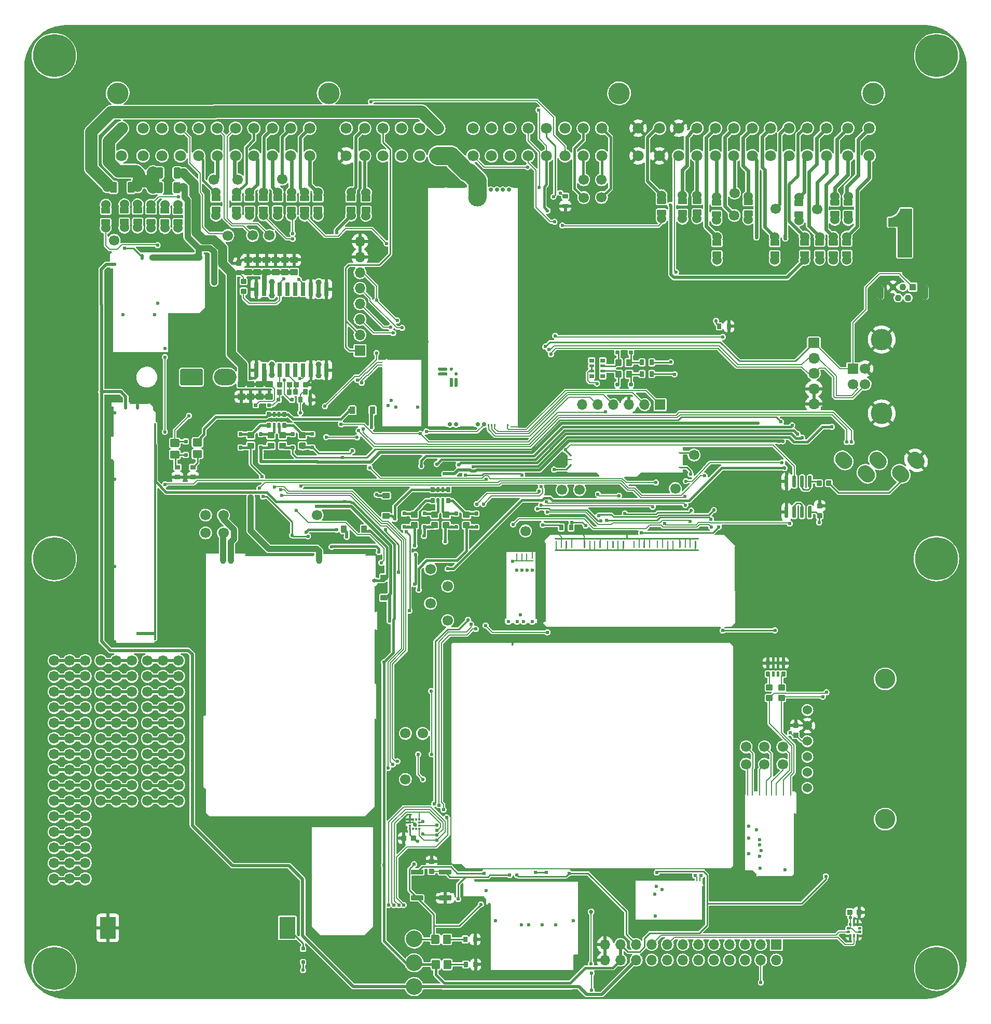
<source format=gtl>
G04 #@! TF.GenerationSoftware,KiCad,Pcbnew,(5.99.0-10559-g8513ca974c)*
G04 #@! TF.CreationDate,2021-11-27T12:42:04+02:00*
G04 #@! TF.ProjectId,hellen64_NB1,68656c6c-656e-4363-945f-4e42312e6b69,b*
G04 #@! TF.SameCoordinates,PX141ef50PYa2cc1bc*
G04 #@! TF.FileFunction,Copper,L1,Top*
G04 #@! TF.FilePolarity,Positive*
%FSLAX46Y46*%
G04 Gerber Fmt 4.6, Leading zero omitted, Abs format (unit mm)*
G04 Created by KiCad (PCBNEW (5.99.0-10559-g8513ca974c)) date 2021-11-27 12:42:04*
%MOMM*%
%LPD*%
G01*
G04 APERTURE LIST*
G04 #@! TA.AperFunction,EtchedComponent*
%ADD10C,0.100000*%
G04 #@! TD*
G04 #@! TA.AperFunction,ComponentPad*
%ADD11C,0.700000*%
G04 #@! TD*
G04 #@! TA.AperFunction,SMDPad,CuDef*
%ADD12C,3.000000*%
G04 #@! TD*
G04 #@! TA.AperFunction,SMDPad,CuDef*
%ADD13R,3.000000X0.250000*%
G04 #@! TD*
G04 #@! TA.AperFunction,SMDPad,CuDef*
%ADD14R,2.950000X0.250000*%
G04 #@! TD*
G04 #@! TA.AperFunction,SMDPad,CuDef*
%ADD15R,1.450000X0.250000*%
G04 #@! TD*
G04 #@! TA.AperFunction,SMDPad,CuDef*
%ADD16R,3.100000X0.250000*%
G04 #@! TD*
G04 #@! TA.AperFunction,SMDPad,CuDef*
%ADD17R,0.250000X39.250000*%
G04 #@! TD*
G04 #@! TA.AperFunction,SMDPad,CuDef*
%ADD18R,2.250000X0.250000*%
G04 #@! TD*
G04 #@! TA.AperFunction,SMDPad,CuDef*
%ADD19R,0.950000X0.250000*%
G04 #@! TD*
G04 #@! TA.AperFunction,ComponentPad*
%ADD20O,1.700000X1.700000*%
G04 #@! TD*
G04 #@! TA.AperFunction,ComponentPad*
%ADD21R,1.700000X1.700000*%
G04 #@! TD*
G04 #@! TA.AperFunction,SMDPad,CuDef*
%ADD22O,0.499999X2.999999*%
G04 #@! TD*
G04 #@! TA.AperFunction,SMDPad,CuDef*
%ADD23O,0.499999X12.700000*%
G04 #@! TD*
G04 #@! TA.AperFunction,SMDPad,CuDef*
%ADD24O,1.200000X0.499999*%
G04 #@! TD*
G04 #@! TA.AperFunction,SMDPad,CuDef*
%ADD25O,17.400001X0.399999*%
G04 #@! TD*
G04 #@! TA.AperFunction,SMDPad,CuDef*
%ADD26O,0.499999X11.400000*%
G04 #@! TD*
G04 #@! TA.AperFunction,SMDPad,CuDef*
%ADD27O,14.449999X0.499999*%
G04 #@! TD*
G04 #@! TA.AperFunction,ComponentPad*
%ADD28C,0.599999*%
G04 #@! TD*
G04 #@! TA.AperFunction,SMDPad,CuDef*
%ADD29O,0.499999X0.250000*%
G04 #@! TD*
G04 #@! TA.AperFunction,ComponentPad*
%ADD30C,1.524000*%
G04 #@! TD*
G04 #@! TA.AperFunction,ComponentPad*
%ADD31C,1.700000*%
G04 #@! TD*
G04 #@! TA.AperFunction,SMDPad,CuDef*
%ADD32C,2.700000*%
G04 #@! TD*
G04 #@! TA.AperFunction,SMDPad,CuDef*
%ADD33O,0.200000X14.399999*%
G04 #@! TD*
G04 #@! TA.AperFunction,SMDPad,CuDef*
%ADD34O,0.200000X25.849999*%
G04 #@! TD*
G04 #@! TA.AperFunction,SMDPad,CuDef*
%ADD35O,0.200000X4.149999*%
G04 #@! TD*
G04 #@! TA.AperFunction,SMDPad,CuDef*
%ADD36O,0.200000X4.249999*%
G04 #@! TD*
G04 #@! TA.AperFunction,SMDPad,CuDef*
%ADD37O,0.200000X3.600000*%
G04 #@! TD*
G04 #@! TA.AperFunction,SMDPad,CuDef*
%ADD38O,0.200000X8.824999*%
G04 #@! TD*
G04 #@! TA.AperFunction,SMDPad,CuDef*
%ADD39O,11.324999X0.200000*%
G04 #@! TD*
G04 #@! TA.AperFunction,SMDPad,CuDef*
%ADD40O,25.699999X0.200000*%
G04 #@! TD*
G04 #@! TA.AperFunction,SMDPad,CuDef*
%ADD41O,1.699999X0.200000*%
G04 #@! TD*
G04 #@! TA.AperFunction,SMDPad,CuDef*
%ADD42O,1.000001X1.500000*%
G04 #@! TD*
G04 #@! TA.AperFunction,SMDPad,CuDef*
%ADD43O,0.800001X0.599999*%
G04 #@! TD*
G04 #@! TA.AperFunction,ComponentPad*
%ADD44C,3.500120*%
G04 #@! TD*
G04 #@! TA.AperFunction,ComponentPad*
%ADD45C,1.800000*%
G04 #@! TD*
G04 #@! TA.AperFunction,ComponentPad*
%ADD46R,1.100000X1.100000*%
G04 #@! TD*
G04 #@! TA.AperFunction,ComponentPad*
%ADD47C,1.100000*%
G04 #@! TD*
G04 #@! TA.AperFunction,ComponentPad*
%ADD48O,1.100000X2.400000*%
G04 #@! TD*
G04 #@! TA.AperFunction,ComponentPad*
%ADD49C,3.500000*%
G04 #@! TD*
G04 #@! TA.AperFunction,SMDPad,CuDef*
%ADD50O,0.250000X0.499999*%
G04 #@! TD*
G04 #@! TA.AperFunction,SMDPad,CuDef*
%ADD51O,5.669999X0.200000*%
G04 #@! TD*
G04 #@! TA.AperFunction,SMDPad,CuDef*
%ADD52O,0.399999X9.800001*%
G04 #@! TD*
G04 #@! TA.AperFunction,SMDPad,CuDef*
%ADD53O,6.799999X0.200000*%
G04 #@! TD*
G04 #@! TA.AperFunction,SMDPad,CuDef*
%ADD54O,0.200000X11.100001*%
G04 #@! TD*
G04 #@! TA.AperFunction,ComponentPad*
%ADD55C,3.302000*%
G04 #@! TD*
G04 #@! TA.AperFunction,SMDPad,CuDef*
%ADD56O,0.200000X6.799999*%
G04 #@! TD*
G04 #@! TA.AperFunction,SMDPad,CuDef*
%ADD57O,9.800001X0.399999*%
G04 #@! TD*
G04 #@! TA.AperFunction,SMDPad,CuDef*
%ADD58O,0.200000X5.669999*%
G04 #@! TD*
G04 #@! TA.AperFunction,SMDPad,CuDef*
%ADD59O,11.100001X0.200000*%
G04 #@! TD*
G04 #@! TA.AperFunction,ComponentPad*
%ADD60C,7.000000*%
G04 #@! TD*
G04 #@! TA.AperFunction,SMDPad,CuDef*
%ADD61R,0.375000X0.350000*%
G04 #@! TD*
G04 #@! TA.AperFunction,SMDPad,CuDef*
%ADD62R,0.350000X0.375000*%
G04 #@! TD*
G04 #@! TA.AperFunction,SMDPad,CuDef*
%ADD63R,2.600000X3.600000*%
G04 #@! TD*
G04 #@! TA.AperFunction,SMDPad,CuDef*
%ADD64O,0.499999X1.000001*%
G04 #@! TD*
G04 #@! TA.AperFunction,SMDPad,CuDef*
%ADD65O,8.744829X1.000001*%
G04 #@! TD*
G04 #@! TA.AperFunction,SMDPad,CuDef*
%ADD66O,9.199999X0.200000*%
G04 #@! TD*
G04 #@! TA.AperFunction,SMDPad,CuDef*
%ADD67O,0.499999X0.200000*%
G04 #@! TD*
G04 #@! TA.AperFunction,SMDPad,CuDef*
%ADD68O,0.399999X9.000000*%
G04 #@! TD*
G04 #@! TA.AperFunction,SMDPad,CuDef*
%ADD69O,0.200000X13.800000*%
G04 #@! TD*
G04 #@! TA.AperFunction,SMDPad,CuDef*
%ADD70O,5.399999X0.399999*%
G04 #@! TD*
G04 #@! TA.AperFunction,SMDPad,CuDef*
%ADD71O,0.200000X6.500000*%
G04 #@! TD*
G04 #@! TA.AperFunction,ComponentPad*
%ADD72O,3.700000X2.700000*%
G04 #@! TD*
G04 #@! TA.AperFunction,SMDPad,CuDef*
%ADD73O,5.100000X0.200000*%
G04 #@! TD*
G04 #@! TA.AperFunction,SMDPad,CuDef*
%ADD74O,0.200000X11.100000*%
G04 #@! TD*
G04 #@! TA.AperFunction,SMDPad,CuDef*
%ADD75O,0.200000X0.950000*%
G04 #@! TD*
G04 #@! TA.AperFunction,ComponentPad*
%ADD76C,0.600000*%
G04 #@! TD*
G04 #@! TA.AperFunction,SMDPad,CuDef*
%ADD77O,3.500000X0.200000*%
G04 #@! TD*
G04 #@! TA.AperFunction,SMDPad,CuDef*
%ADD78O,0.250000X0.500000*%
G04 #@! TD*
G04 #@! TA.AperFunction,SMDPad,CuDef*
%ADD79O,5.800001X0.250000*%
G04 #@! TD*
G04 #@! TA.AperFunction,SMDPad,CuDef*
%ADD80O,0.250000X10.200000*%
G04 #@! TD*
G04 #@! TA.AperFunction,SMDPad,CuDef*
%ADD81O,0.200000X0.399999*%
G04 #@! TD*
G04 #@! TA.AperFunction,SMDPad,CuDef*
%ADD82O,0.399999X5.000000*%
G04 #@! TD*
G04 #@! TA.AperFunction,SMDPad,CuDef*
%ADD83O,0.399999X30.000001*%
G04 #@! TD*
G04 #@! TA.AperFunction,SMDPad,CuDef*
%ADD84O,7.200001X0.399999*%
G04 #@! TD*
G04 #@! TA.AperFunction,SMDPad,CuDef*
%ADD85O,3.099999X0.200000*%
G04 #@! TD*
G04 #@! TA.AperFunction,SMDPad,CuDef*
%ADD86O,2.999999X0.499999*%
G04 #@! TD*
G04 #@! TA.AperFunction,SMDPad,CuDef*
%ADD87O,0.399999X35.400000*%
G04 #@! TD*
G04 #@! TA.AperFunction,SMDPad,CuDef*
%ADD88R,0.800000X2.200000*%
G04 #@! TD*
G04 #@! TA.AperFunction,SMDPad,CuDef*
%ADD89R,2.032000X5.080000*%
G04 #@! TD*
G04 #@! TA.AperFunction,SMDPad,CuDef*
%ADD90R,11.430000X7.620000*%
G04 #@! TD*
G04 #@! TA.AperFunction,ComponentPad*
%ADD91O,1.850000X1.700000*%
G04 #@! TD*
G04 #@! TA.AperFunction,ViaPad*
%ADD92C,0.600000*%
G04 #@! TD*
G04 #@! TA.AperFunction,ViaPad*
%ADD93C,0.685800*%
G04 #@! TD*
G04 #@! TA.AperFunction,ViaPad*
%ADD94C,0.609600*%
G04 #@! TD*
G04 #@! TA.AperFunction,ViaPad*
%ADD95C,1.000000*%
G04 #@! TD*
G04 #@! TA.AperFunction,Conductor*
%ADD96C,0.203200*%
G04 #@! TD*
G04 #@! TA.AperFunction,Conductor*
%ADD97C,0.254000*%
G04 #@! TD*
G04 #@! TA.AperFunction,Conductor*
%ADD98C,0.200000*%
G04 #@! TD*
G04 #@! TA.AperFunction,Conductor*
%ADD99C,0.508000*%
G04 #@! TD*
G04 #@! TA.AperFunction,Conductor*
%ADD100C,0.400000*%
G04 #@! TD*
G04 #@! TA.AperFunction,Conductor*
%ADD101C,0.299720*%
G04 #@! TD*
G04 #@! TA.AperFunction,Conductor*
%ADD102C,2.000000*%
G04 #@! TD*
G04 #@! TA.AperFunction,Conductor*
%ADD103C,0.600000*%
G04 #@! TD*
G04 #@! TA.AperFunction,Conductor*
%ADD104C,1.000000*%
G04 #@! TD*
G04 #@! TA.AperFunction,Conductor*
%ADD105C,0.500000*%
G04 #@! TD*
G04 #@! TA.AperFunction,Conductor*
%ADD106C,3.000000*%
G04 #@! TD*
G04 #@! TA.AperFunction,Conductor*
%ADD107C,1.500000*%
G04 #@! TD*
G04 #@! TA.AperFunction,Conductor*
%ADD108C,0.800000*%
G04 #@! TD*
G04 APERTURE END LIST*
D10*
G04 #@! TO.C,G3*
X144907029Y121113053D02*
X142607029Y121113053D01*
X142607029Y121113053D02*
X142607029Y126013053D01*
X142607029Y126013053D02*
X142597029Y126063053D01*
X142597029Y126063053D02*
X142557029Y126103053D01*
X142557029Y126103053D02*
X142507029Y126113053D01*
X142507029Y126113053D02*
X141107029Y126113053D01*
X141107029Y126113053D02*
X141107029Y127413053D01*
X141107029Y127413053D02*
X141207029Y127413053D01*
X141207029Y127413053D02*
X141387029Y127433053D01*
X141387029Y127433053D02*
X141597029Y127473053D01*
X141597029Y127473053D02*
X141807029Y127543053D01*
X141807029Y127543053D02*
X141937029Y127593053D01*
X141937029Y127593053D02*
X142117029Y127683053D01*
X142117029Y127683053D02*
X142287029Y127793053D01*
X142287029Y127793053D02*
X142467029Y127933053D01*
X142467029Y127933053D02*
X142657029Y128123053D01*
X142657029Y128123053D02*
X142747029Y128243053D01*
X142747029Y128243053D02*
X142857029Y128403053D01*
X142857029Y128403053D02*
X142967029Y128603053D01*
X142967029Y128603053D02*
X143047029Y128793053D01*
X143047029Y128793053D02*
X143087029Y128913053D01*
X143087029Y128913053D02*
X144907029Y128913053D01*
X144907029Y128913053D02*
X144907029Y121113053D01*
G36*
X144907029Y121113053D02*
G01*
X142607029Y121113053D01*
X142607029Y126013053D01*
X142597029Y126063053D01*
X142557029Y126103053D01*
X142507029Y126113053D01*
X141107029Y126113053D01*
X141107029Y127413053D01*
X141207029Y127413053D01*
X141387029Y127433053D01*
X141597029Y127473053D01*
X141807029Y127543053D01*
X141937029Y127593053D01*
X142117029Y127683053D01*
X142287029Y127793053D01*
X142467029Y127933053D01*
X142657029Y128123053D01*
X142747029Y128243053D01*
X142857029Y128403053D01*
X142967029Y128603053D01*
X143047029Y128793053D01*
X143087029Y128913053D01*
X144907029Y128913053D01*
X144907029Y121113053D01*
G37*
X144907029Y121113053D02*
X142607029Y121113053D01*
X142607029Y126013053D01*
X142597029Y126063053D01*
X142557029Y126103053D01*
X142507029Y126113053D01*
X141107029Y126113053D01*
X141107029Y127413053D01*
X141207029Y127413053D01*
X141387029Y127433053D01*
X141597029Y127473053D01*
X141807029Y127543053D01*
X141937029Y127593053D01*
X142117029Y127683053D01*
X142287029Y127793053D01*
X142467029Y127933053D01*
X142657029Y128123053D01*
X142747029Y128243053D01*
X142857029Y128403053D01*
X142967029Y128603053D01*
X143047029Y128793053D01*
X143087029Y128913053D01*
X144907029Y128913053D01*
X144907029Y121113053D01*
G04 #@! TD*
D11*
G04 #@! TO.P,M12,E1,LSU_Un*
G04 #@! TO.N,/WBO_Vs*
X79225000Y132050000D03*
G04 #@! TO.P,M12,E2,LSU_Vm*
G04 #@! TO.N,/WBO_Vs{slash}Ip*
X78225000Y132050000D03*
G04 #@! TO.P,M12,E3,LSU_Ip*
G04 #@! TO.N,/WBO_Ip*
X77225000Y132050000D03*
G04 #@! TO.P,M12,E4,LSU_Rtrim*
G04 #@! TO.N,/WBO_R_Trim*
X76225000Y132050000D03*
D12*
G04 #@! TO.P,M12,E5,LSU_H+*
G04 #@! TO.N,/4K*
X74075000Y130800000D03*
D13*
G04 #@! TO.P,M12,E6,LSU_H-*
G04 #@! TO.N,GND*
X70575000Y132425000D03*
D14*
G04 #@! TO.P,M12,G,GND*
X67300000Y132425000D03*
D15*
X80100000Y93425000D03*
D16*
X67375000Y93425000D03*
D17*
X65950000Y112925000D03*
D18*
X72350000Y93425000D03*
D17*
X80700000Y112925000D03*
D19*
X80350000Y132425000D03*
G04 #@! TO.P,M12,J1,SEL1*
G04 #@! TO.N,unconnected-(M12-PadJ1)*
G04 #@! TA.AperFunction,SMDPad,CuDef*
G36*
G01*
X67775000Y103050000D02*
X69025000Y103050000D01*
G75*
G02*
X69150000Y102925000I0J-125000D01*
G01*
X69150000Y102675000D01*
G75*
G02*
X69025000Y102550000I-125000J0D01*
G01*
X67775000Y102550000D01*
G75*
G02*
X67650000Y102675000I0J125000D01*
G01*
X67650000Y102925000D01*
G75*
G02*
X67775000Y103050000I125000J0D01*
G01*
G37*
G04 #@! TD.AperFunction*
G04 #@! TO.P,M12,J2,SEL2*
G04 #@! TO.N,unconnected-(M12-PadJ2)*
G04 #@! TA.AperFunction,SMDPad,CuDef*
G36*
G01*
X70450000Y101375000D02*
X70700000Y101375000D01*
G75*
G02*
X70825000Y101250000I0J-125000D01*
G01*
X70825000Y100000000D01*
G75*
G02*
X70700000Y99875000I-125000J0D01*
G01*
X70450000Y99875000D01*
G75*
G02*
X70325000Y100000000I0J125000D01*
G01*
X70325000Y101250000D01*
G75*
G02*
X70450000Y101375000I125000J0D01*
G01*
G37*
G04 #@! TD.AperFunction*
G04 #@! TO.P,M12,J_GND1,PULL_DOWN1*
G04 #@! TO.N,unconnected-(M12-PadJ_GND1)*
G04 #@! TA.AperFunction,SMDPad,CuDef*
G36*
G01*
X67775000Y102250000D02*
X69025000Y102250000D01*
G75*
G02*
X69150000Y102125000I0J-125000D01*
G01*
X69150000Y101875000D01*
G75*
G02*
X69025000Y101750000I-125000J0D01*
G01*
X67775000Y101750000D01*
G75*
G02*
X67650000Y101875000I0J125000D01*
G01*
X67650000Y102125000D01*
G75*
G02*
X67775000Y102250000I125000J0D01*
G01*
G37*
G04 #@! TD.AperFunction*
G04 #@! TO.P,M12,J_GND2,PULL_DOWN2*
G04 #@! TO.N,unconnected-(M12-PadJ_GND2)*
G04 #@! TA.AperFunction,SMDPad,CuDef*
G36*
G01*
X70325000Y101925000D02*
X70325000Y102175000D01*
G75*
G02*
X70450000Y102300000I125000J0D01*
G01*
X70700000Y102300000D01*
G75*
G02*
X70825000Y102175000I0J-125000D01*
G01*
X70825000Y101925000D01*
G75*
G02*
X70700000Y101800000I-125000J0D01*
G01*
X70450000Y101800000D01*
G75*
G02*
X70325000Y101925000I0J125000D01*
G01*
G37*
G04 #@! TD.AperFunction*
G04 #@! TO.P,M12,J_VCC1,PULL_UP1*
G04 #@! TO.N,unconnected-(M12-PadJ_VCC1)*
G04 #@! TA.AperFunction,SMDPad,CuDef*
G36*
G01*
X69650000Y103050000D02*
X69900000Y103050000D01*
G75*
G02*
X70025000Y102925000I0J-125000D01*
G01*
X70025000Y102675000D01*
G75*
G02*
X69900000Y102550000I-125000J0D01*
G01*
X69650000Y102550000D01*
G75*
G02*
X69525000Y102675000I0J125000D01*
G01*
X69525000Y102925000D01*
G75*
G02*
X69650000Y103050000I125000J0D01*
G01*
G37*
G04 #@! TD.AperFunction*
G04 #@! TO.P,M12,J_VCC2,PULL_UP2*
G04 #@! TO.N,unconnected-(M12-PadJ_VCC2)*
G04 #@! TA.AperFunction,SMDPad,CuDef*
G36*
G01*
X69650000Y101375000D02*
X69900000Y101375000D01*
G75*
G02*
X70025000Y101250000I0J-125000D01*
G01*
X70025000Y100000000D01*
G75*
G02*
X69900000Y99875000I-125000J0D01*
G01*
X69650000Y99875000D01*
G75*
G02*
X69525000Y100000000I0J125000D01*
G01*
X69525000Y101250000D01*
G75*
G02*
X69650000Y101375000I125000J0D01*
G01*
G37*
G04 #@! TD.AperFunction*
D11*
G04 #@! TO.P,M12,W1,V5_IN*
G04 #@! TO.N,+5V*
X69575000Y93800000D03*
G04 #@! TO.P,M12,W2,CAN_VIO*
G04 #@! TO.N,Net-(M12-PadW2)*
X70575000Y93800000D03*
G04 #@! TO.P,M12,W3,CAN_RX*
G04 #@! TO.N,Net-(M12-PadW3)*
X74125000Y93800000D03*
G04 #@! TO.P,M12,W4,CAN_TX*
G04 #@! TO.N,Net-(M12-PadW4)*
X75125000Y93800000D03*
G04 #@! TO.P,M12,W5,nReset*
G04 #@! TO.N,Net-(J27-Pad5)*
G04 #@! TA.AperFunction,SMDPad,CuDef*
G36*
G01*
X75875000Y93400000D02*
X75875000Y93400000D01*
G75*
G02*
X75750000Y93525000I0J125000D01*
G01*
X75750000Y93775000D01*
G75*
G02*
X75875000Y93900000I125000J0D01*
G01*
X75875000Y93900000D01*
G75*
G02*
X76000000Y93775000I0J-125000D01*
G01*
X76000000Y93525000D01*
G75*
G02*
X75875000Y93400000I-125000J0D01*
G01*
G37*
G04 #@! TD.AperFunction*
G04 #@! TO.P,M12,W6,SWDIO*
G04 #@! TO.N,Net-(J27-Pad4)*
G04 #@! TA.AperFunction,SMDPad,CuDef*
G36*
G01*
X76375000Y93400000D02*
X76375000Y93400000D01*
G75*
G02*
X76250000Y93525000I0J125000D01*
G01*
X76250000Y93775000D01*
G75*
G02*
X76375000Y93900000I125000J0D01*
G01*
X76375000Y93900000D01*
G75*
G02*
X76500000Y93775000I0J-125000D01*
G01*
X76500000Y93525000D01*
G75*
G02*
X76375000Y93400000I-125000J0D01*
G01*
G37*
G04 #@! TD.AperFunction*
G04 #@! TO.P,M12,W7,SWCLK*
G04 #@! TO.N,Net-(J27-Pad2)*
G04 #@! TA.AperFunction,SMDPad,CuDef*
G36*
G01*
X76875000Y93400000D02*
X76875000Y93400000D01*
G75*
G02*
X76750000Y93525000I0J125000D01*
G01*
X76750000Y93775000D01*
G75*
G02*
X76875000Y93900000I125000J0D01*
G01*
X76875000Y93900000D01*
G75*
G02*
X77000000Y93775000I0J-125000D01*
G01*
X77000000Y93525000D01*
G75*
G02*
X76875000Y93400000I-125000J0D01*
G01*
G37*
G04 #@! TD.AperFunction*
G04 #@! TO.P,M12,W8,V33_OUT*
G04 #@! TO.N,Net-(J27-Pad1)*
G04 #@! TA.AperFunction,SMDPad,CuDef*
G36*
G01*
X78975000Y93400000D02*
X78975000Y93400000D01*
G75*
G02*
X78850000Y93525000I0J125000D01*
G01*
X78850000Y93775000D01*
G75*
G02*
X78975000Y93900000I125000J0D01*
G01*
X78975000Y93900000D01*
G75*
G02*
X79100000Y93775000I0J-125000D01*
G01*
X79100000Y93525000D01*
G75*
G02*
X78975000Y93400000I-125000J0D01*
G01*
G37*
G04 #@! TD.AperFunction*
G04 #@! TD*
D20*
G04 #@! TO.P,J6,8,Pin_8*
G04 #@! TO.N,GND*
X54901680Y123610340D03*
G04 #@! TO.P,J6,7,Pin_7*
X54901680Y121070340D03*
G04 #@! TO.P,J6,6,Pin_6*
G04 #@! TO.N,/IN_TEMP_OR_PPS2*
X54901680Y118530340D03*
G04 #@! TO.P,J6,5,Pin_5*
G04 #@! TO.N,/IN_PPS*
X54901680Y115990340D03*
G04 #@! TO.P,J6,4,Pin_4*
G04 #@! TO.N,/IN_TPS2*
X54901680Y113450340D03*
G04 #@! TO.P,J6,3,Pin_3*
G04 #@! TO.N,/IN_TPS*
X54901680Y110910340D03*
G04 #@! TO.P,J6,2,Pin_2*
G04 #@! TO.N,+5VA*
X54901680Y108370340D03*
D21*
G04 #@! TO.P,J6,1,Pin_1*
X54901680Y105830340D03*
G04 #@! TD*
D22*
G04 #@! TO.P,M4,G,GND*
G04 #@! TO.N,GND*
X89968539Y5845064D03*
D23*
X90718540Y13232532D03*
D24*
X90318541Y7120058D03*
D25*
X82218547Y19395047D03*
D26*
X76018539Y10107529D03*
D27*
X82988541Y4570030D03*
D28*
G04 #@! TO.P,M4,V1,V33*
G04 #@! TO.N,+3V3*
X75468535Y17795040D03*
G04 #@! TO.P,M4,V2,GND*
G04 #@! TO.N,GND*
X77043549Y12890031D03*
G04 #@! TO.P,M4,V3,GND*
X89747567Y12899094D03*
G04 #@! TO.P,M4,V4,SD_CS*
G04 #@! TO.N,/SD_CS*
X81268539Y12220030D03*
G04 #@! TO.P,M4,V5,SD_MOSI*
G04 #@! TO.N,/SD_MOSI*
X82443543Y12220030D03*
G04 #@! TO.P,M4,V6,SD_SCK*
G04 #@! TO.N,/SD_SCK*
X84618537Y12220030D03*
G04 #@! TO.P,M4,V7,SD_MISO*
G04 #@! TO.N,/SD_MISO*
X86843539Y12220030D03*
G04 #@! TD*
D29*
G04 #@! TO.P,M9,E1,V5A*
G04 #@! TO.N,+5VA*
X89261466Y87168744D03*
G04 #@! TO.P,M9,E2,GND*
G04 #@! TO.N,GND*
X89261466Y88043744D03*
G04 #@! TO.P,M9,E3,OUT_KNOCK*
G04 #@! TO.N,/IN_KNOCK*
X89261466Y88743745D03*
G04 #@! TO.P,M9,W1,IN_KNOCK*
G04 #@! TO.N,/IN_KNOCK_RAW*
X107086464Y89193744D03*
G04 #@! TO.P,M9,W2,VREF*
G04 #@! TO.N,/VREF2*
X107086464Y86793741D03*
G04 #@! TD*
G04 #@! TO.P,R8,1,1*
G04 #@! TO.N,/OUT_BOOST*
G04 #@! TA.AperFunction,SMDPad,CuDef*
G36*
G01*
X128075000Y121049999D02*
X126825000Y121049999D01*
G75*
G02*
X126725000Y121149999I0J100000D01*
G01*
X126725000Y121949999D01*
G75*
G02*
X126825000Y122049999I100000J0D01*
G01*
X128075000Y122049999D01*
G75*
G02*
X128175000Y121949999I0J-100000D01*
G01*
X128175000Y121149999D01*
G75*
G02*
X128075000Y121049999I-100000J0D01*
G01*
G37*
G04 #@! TD.AperFunction*
D30*
X127450000Y120595000D03*
G04 #@! TO.P,R8,2,2*
G04 #@! TO.N,/3T*
X127450000Y124405000D03*
G04 #@! TA.AperFunction,SMDPad,CuDef*
G36*
G01*
X128075000Y122950021D02*
X126825000Y122950021D01*
G75*
G02*
X126725000Y123050021I0J100000D01*
G01*
X126725000Y123850021D01*
G75*
G02*
X126825000Y123950021I100000J0D01*
G01*
X128075000Y123950021D01*
G75*
G02*
X128175000Y123850021I0J-100000D01*
G01*
X128175000Y123050021D01*
G75*
G02*
X128075000Y122950021I-100000J0D01*
G01*
G37*
G04 #@! TD.AperFunction*
G04 #@! TD*
G04 #@! TO.P,R32,1,1*
G04 #@! TO.N,/OUT_O2H*
G04 #@! TA.AperFunction,SMDPad,CuDef*
G36*
G01*
X48649428Y128280339D02*
X47399428Y128280339D01*
G75*
G02*
X47299428Y128380339I0J100000D01*
G01*
X47299428Y129180339D01*
G75*
G02*
X47399428Y129280339I100000J0D01*
G01*
X48649428Y129280339D01*
G75*
G02*
X48749428Y129180339I0J-100000D01*
G01*
X48749428Y128380339D01*
G75*
G02*
X48649428Y128280339I-100000J0D01*
G01*
G37*
G04 #@! TD.AperFunction*
X48024428Y127825340D03*
G04 #@! TO.P,R32,2,2*
G04 #@! TO.N,/1U*
X48024428Y131635340D03*
G04 #@! TA.AperFunction,SMDPad,CuDef*
G36*
G01*
X48649428Y130180361D02*
X47399428Y130180361D01*
G75*
G02*
X47299428Y130280361I0J100000D01*
G01*
X47299428Y131080361D01*
G75*
G02*
X47399428Y131180361I100000J0D01*
G01*
X48649428Y131180361D01*
G75*
G02*
X48749428Y131080361I0J-100000D01*
G01*
X48749428Y130280361D01*
G75*
G02*
X48649428Y130180361I-100000J0D01*
G01*
G37*
G04 #@! TD.AperFunction*
G04 #@! TD*
D31*
G04 #@! TO.P,P5,1,Pin_1*
G04 #@! TO.N,/IO8*
X62302380Y35910220D03*
G04 #@! TD*
G04 #@! TO.P,P6,1,Pin_1*
G04 #@! TO.N,/IO13*
X62302380Y43412400D03*
G04 #@! TD*
G04 #@! TO.P,P47,1,Pin_1*
G04 #@! TO.N,/1N*
X40126680Y124605340D03*
G04 #@! TD*
G04 #@! TO.P,R2,1*
G04 #@! TO.N,Net-(D10-Pad2)*
G04 #@! TA.AperFunction,SMDPad,CuDef*
G36*
G01*
X24710000Y87162500D02*
X25490000Y87162500D01*
G75*
G02*
X25560000Y87092500I0J-70000D01*
G01*
X25560000Y86532500D01*
G75*
G02*
X25490000Y86462500I-70000J0D01*
G01*
X24710000Y86462500D01*
G75*
G02*
X24640000Y86532500I0J70000D01*
G01*
X24640000Y87092500D01*
G75*
G02*
X24710000Y87162500I70000J0D01*
G01*
G37*
G04 #@! TD.AperFunction*
G04 #@! TO.P,R2,2*
G04 #@! TO.N,GND*
G04 #@! TA.AperFunction,SMDPad,CuDef*
G36*
G01*
X24710000Y85562500D02*
X25490000Y85562500D01*
G75*
G02*
X25560000Y85492500I0J-70000D01*
G01*
X25560000Y84932500D01*
G75*
G02*
X25490000Y84862500I-70000J0D01*
G01*
X24710000Y84862500D01*
G75*
G02*
X24640000Y84932500I0J70000D01*
G01*
X24640000Y85492500D01*
G75*
G02*
X24710000Y85562500I70000J0D01*
G01*
G37*
G04 #@! TD.AperFunction*
G04 #@! TD*
D21*
G04 #@! TO.P,J27,1,Pin_1*
G04 #@! TO.N,Net-(J27-Pad1)*
X103851680Y97005340D03*
D20*
G04 #@! TO.P,J27,2,Pin_2*
G04 #@! TO.N,Net-(J27-Pad2)*
X101311680Y97005340D03*
G04 #@! TO.P,J27,3,Pin_3*
G04 #@! TO.N,GND*
X98771680Y97005340D03*
G04 #@! TO.P,J27,4,Pin_4*
G04 #@! TO.N,Net-(J27-Pad4)*
X96231680Y97005340D03*
G04 #@! TO.P,J27,5,Pin_5*
G04 #@! TO.N,Net-(J27-Pad5)*
X93691680Y97005340D03*
G04 #@! TO.P,J27,6,Pin_6*
G04 #@! TO.N,unconnected-(J27-Pad6)*
X91151680Y97005340D03*
G04 #@! TD*
G04 #@! TO.P,R4,1*
G04 #@! TO.N,/IN_MAF*
G04 #@! TA.AperFunction,SMDPad,CuDef*
G36*
G01*
X113151680Y109390340D02*
X113151680Y110170340D01*
G75*
G02*
X113221680Y110240340I70000J0D01*
G01*
X113781680Y110240340D01*
G75*
G02*
X113851680Y110170340I0J-70000D01*
G01*
X113851680Y109390340D01*
G75*
G02*
X113781680Y109320340I-70000J0D01*
G01*
X113221680Y109320340D01*
G75*
G02*
X113151680Y109390340I0J70000D01*
G01*
G37*
G04 #@! TD.AperFunction*
G04 #@! TO.P,R4,2*
G04 #@! TO.N,GND*
G04 #@! TA.AperFunction,SMDPad,CuDef*
G36*
G01*
X114751680Y109390340D02*
X114751680Y110170340D01*
G75*
G02*
X114821680Y110240340I70000J0D01*
G01*
X115381680Y110240340D01*
G75*
G02*
X115451680Y110170340I0J-70000D01*
G01*
X115451680Y109390340D01*
G75*
G02*
X115381680Y109320340I-70000J0D01*
G01*
X114821680Y109320340D01*
G75*
G02*
X114751680Y109390340I0J70000D01*
G01*
G37*
G04 #@! TD.AperFunction*
G04 #@! TD*
D31*
G04 #@! TO.P,P19,1,Pin_1*
G04 #@! TO.N,/3L*
X115951680Y127855340D03*
G04 #@! TD*
D32*
G04 #@! TO.P,J19,1,Pin_1*
G04 #@! TO.N,+12V*
X63719659Y2136041D03*
G04 #@! TD*
G04 #@! TO.P,C3,1*
G04 #@! TO.N,GND*
G04 #@! TA.AperFunction,SMDPad,CuDef*
G36*
G01*
X61596678Y25965340D02*
X61596678Y26645340D01*
G75*
G02*
X61681678Y26730340I85000J0D01*
G01*
X62361678Y26730340D01*
G75*
G02*
X62446678Y26645340I0J-85000D01*
G01*
X62446678Y25965340D01*
G75*
G02*
X62361678Y25880340I-85000J0D01*
G01*
X61681678Y25880340D01*
G75*
G02*
X61596678Y25965340I0J85000D01*
G01*
G37*
G04 #@! TD.AperFunction*
G04 #@! TO.P,C3,2*
G04 #@! TO.N,+3V3*
G04 #@! TA.AperFunction,SMDPad,CuDef*
G36*
G01*
X63176680Y25965340D02*
X63176680Y26645340D01*
G75*
G02*
X63261680Y26730340I85000J0D01*
G01*
X63941680Y26730340D01*
G75*
G02*
X64026680Y26645340I0J-85000D01*
G01*
X64026680Y25965340D01*
G75*
G02*
X63941680Y25880340I-85000J0D01*
G01*
X63261680Y25880340D01*
G75*
G02*
X63176680Y25965340I0J85000D01*
G01*
G37*
G04 #@! TD.AperFunction*
G04 #@! TD*
D31*
G04 #@! TO.P,G4,1*
G04 #@! TO.N,Net-(G4-Pad1)*
X20210000Y45097322D03*
G04 #@! TO.P,G4,2*
G04 #@! TO.N,Net-(G4-Pad12)*
X20210000Y47637322D03*
G04 #@! TO.P,G4,3*
G04 #@! TO.N,Net-(G4-Pad13)*
X20210000Y50177322D03*
G04 #@! TO.P,G4,4*
G04 #@! TO.N,Net-(G4-Pad14)*
X20210000Y52717322D03*
G04 #@! TO.P,G4,5*
G04 #@! TO.N,Net-(G4-Pad10)*
X20210000Y55257322D03*
G04 #@! TO.P,G4,6*
G04 #@! TO.N,Net-(G4-Pad1)*
X22750000Y45097322D03*
G04 #@! TO.P,G4,7*
G04 #@! TO.N,Net-(G4-Pad12)*
X22750000Y47637322D03*
G04 #@! TO.P,G4,8*
G04 #@! TO.N,Net-(G4-Pad13)*
X22750000Y50177322D03*
G04 #@! TO.P,G4,9*
G04 #@! TO.N,Net-(G4-Pad14)*
X22750000Y52717322D03*
G04 #@! TO.P,G4,10*
G04 #@! TO.N,Net-(G4-Pad10)*
X22750000Y55257322D03*
G04 #@! TO.P,G4,11*
G04 #@! TO.N,Net-(G4-Pad1)*
X25290000Y45097322D03*
G04 #@! TO.P,G4,12*
G04 #@! TO.N,Net-(G4-Pad12)*
X25290000Y47637322D03*
G04 #@! TO.P,G4,13*
G04 #@! TO.N,Net-(G4-Pad13)*
X25290000Y50177322D03*
G04 #@! TO.P,G4,14*
G04 #@! TO.N,Net-(G4-Pad14)*
X25290000Y52717322D03*
G04 #@! TO.P,G4,15*
G04 #@! TO.N,Net-(G4-Pad10)*
X25290000Y55257322D03*
G04 #@! TD*
G04 #@! TO.P,R9,1*
G04 #@! TO.N,Net-(C8-Pad1)*
G04 #@! TA.AperFunction,SMDPad,CuDef*
G36*
G01*
X44026680Y98690340D02*
X44026680Y99470340D01*
G75*
G02*
X44096680Y99540340I70000J0D01*
G01*
X44656680Y99540340D01*
G75*
G02*
X44726680Y99470340I0J-70000D01*
G01*
X44726680Y98690340D01*
G75*
G02*
X44656680Y98620340I-70000J0D01*
G01*
X44096680Y98620340D01*
G75*
G02*
X44026680Y98690340I0J70000D01*
G01*
G37*
G04 #@! TD.AperFunction*
G04 #@! TO.P,R9,2*
G04 #@! TO.N,/ETB_EN*
G04 #@! TA.AperFunction,SMDPad,CuDef*
G36*
G01*
X45626680Y98690340D02*
X45626680Y99470340D01*
G75*
G02*
X45696680Y99540340I70000J0D01*
G01*
X46256680Y99540340D01*
G75*
G02*
X46326680Y99470340I0J-70000D01*
G01*
X46326680Y98690340D01*
G75*
G02*
X46256680Y98620340I-70000J0D01*
G01*
X45696680Y98620340D01*
G75*
G02*
X45626680Y98690340I0J70000D01*
G01*
G37*
G04 #@! TD.AperFunction*
G04 #@! TD*
G04 #@! TO.P,P10,1,Pin_1*
G04 #@! TO.N,/2N*
X91401680Y130755340D03*
G04 #@! TD*
D30*
G04 #@! TO.P,R21,1,1*
G04 #@! TO.N,/IN_TEMP_OR_PPS2*
X55876680Y127800319D03*
G04 #@! TA.AperFunction,SMDPad,CuDef*
G36*
G01*
X56501680Y128255318D02*
X55251680Y128255318D01*
G75*
G02*
X55151680Y128355318I0J100000D01*
G01*
X55151680Y129155318D01*
G75*
G02*
X55251680Y129255318I100000J0D01*
G01*
X56501680Y129255318D01*
G75*
G02*
X56601680Y129155318I0J-100000D01*
G01*
X56601680Y128355318D01*
G75*
G02*
X56501680Y128255318I-100000J0D01*
G01*
G37*
G04 #@! TD.AperFunction*
G04 #@! TO.P,R21,2,2*
G04 #@! TO.N,Net-(P2-Pad66)*
G04 #@! TA.AperFunction,SMDPad,CuDef*
G36*
G01*
X56501680Y130155340D02*
X55251680Y130155340D01*
G75*
G02*
X55151680Y130255340I0J100000D01*
G01*
X55151680Y131055340D01*
G75*
G02*
X55251680Y131155340I100000J0D01*
G01*
X56501680Y131155340D01*
G75*
G02*
X56601680Y131055340I0J-100000D01*
G01*
X56601680Y130255340D01*
G75*
G02*
X56501680Y130155340I-100000J0D01*
G01*
G37*
G04 #@! TD.AperFunction*
X55876680Y131610319D03*
G04 #@! TD*
D31*
G04 #@! TO.P,P12,1,Pin_1*
G04 #@! TO.N,/OUT_SOLENOID_A1*
X29701680Y79005340D03*
G04 #@! TD*
G04 #@! TO.P,G12,1*
G04 #@! TO.N,Net-(G12-Pad1)*
X12590000Y32397322D03*
G04 #@! TO.P,G12,2*
G04 #@! TO.N,Net-(G12-Pad12)*
X12590000Y34937322D03*
G04 #@! TO.P,G12,3*
G04 #@! TO.N,Net-(G12-Pad13)*
X12590000Y37477322D03*
G04 #@! TO.P,G12,4*
G04 #@! TO.N,Net-(G12-Pad14)*
X12590000Y40017322D03*
G04 #@! TO.P,G12,5*
G04 #@! TO.N,Net-(G12-Pad10)*
X12590000Y42557322D03*
G04 #@! TO.P,G12,6*
G04 #@! TO.N,Net-(G12-Pad1)*
X15130000Y32397322D03*
G04 #@! TO.P,G12,7*
G04 #@! TO.N,Net-(G12-Pad12)*
X15130000Y34937322D03*
G04 #@! TO.P,G12,8*
G04 #@! TO.N,Net-(G12-Pad13)*
X15130000Y37477322D03*
G04 #@! TO.P,G12,9*
G04 #@! TO.N,Net-(G12-Pad14)*
X15130000Y40017322D03*
G04 #@! TO.P,G12,10*
G04 #@! TO.N,Net-(G12-Pad10)*
X15130000Y42557322D03*
G04 #@! TO.P,G12,11*
G04 #@! TO.N,Net-(G12-Pad1)*
X17670000Y32397322D03*
G04 #@! TO.P,G12,12*
G04 #@! TO.N,Net-(G12-Pad12)*
X17670000Y34937322D03*
G04 #@! TO.P,G12,13*
G04 #@! TO.N,Net-(G12-Pad13)*
X17670000Y37477322D03*
G04 #@! TO.P,G12,14*
G04 #@! TO.N,Net-(G12-Pad14)*
X17670000Y40017322D03*
G04 #@! TO.P,G12,15*
G04 #@! TO.N,Net-(G12-Pad10)*
X17670000Y42557322D03*
G04 #@! TD*
D33*
G04 #@! TO.P,M5,G,GND*
G04 #@! TO.N,GND*
X57389993Y38601063D03*
D34*
X29641557Y59196722D03*
D35*
X29639995Y32385711D03*
G04 #@! TA.AperFunction,SMDPad,CuDef*
G36*
G01*
X30281049Y29751948D02*
X30281049Y29751948D01*
G75*
G02*
X30139627Y29751948I-70711J70711D01*
G01*
X29573941Y30317634D01*
G75*
G02*
X29573941Y30459056I70711J70711D01*
G01*
X29573941Y30459056D01*
G75*
G02*
X29715363Y30459056I70711J-70711D01*
G01*
X30281049Y29893370D01*
G75*
G02*
X30281049Y29751948I-70711J-70711D01*
G01*
G37*
G04 #@! TD.AperFunction*
G04 #@! TA.AperFunction,SMDPad,CuDef*
G36*
G01*
X57441065Y31485197D02*
X57441065Y31485197D01*
G75*
G02*
X57441065Y31343775I-70711J-70711D01*
G01*
X55864217Y29766927D01*
G75*
G02*
X55722795Y29766927I-70711J70711D01*
G01*
X55722795Y29766927D01*
G75*
G02*
X55722795Y29908349I70711J70711D01*
G01*
X57299643Y31485197D01*
G75*
G02*
X57441065Y31485197I70711J-70711D01*
G01*
G37*
G04 #@! TD.AperFunction*
D36*
X57391527Y65321721D03*
D37*
X57541542Y70631720D03*
D38*
X57389990Y55959347D03*
D39*
X41691538Y72396721D03*
G04 #@! TA.AperFunction,SMDPad,CuDef*
G36*
G01*
X57506862Y72489596D02*
X57577572Y72418886D01*
G75*
G02*
X57577572Y72277464I-70711J-70711D01*
G01*
X57577572Y72277464D01*
G75*
G02*
X57436150Y72277464I-70711J70711D01*
G01*
X57365440Y72348174D01*
G75*
G02*
X57365440Y72489596I70711J70711D01*
G01*
X57365440Y72489596D01*
G75*
G02*
X57506862Y72489596I70711J-70711D01*
G01*
G37*
G04 #@! TD.AperFunction*
D40*
X43016547Y29821710D03*
D41*
X56641543Y72456720D03*
D42*
G04 #@! TO.P,M5,S4,OUT_SOLENOID_B1*
G04 #@! TO.N,/OUT_SOLENOID_B1*
X32559110Y71817999D03*
G04 #@! TO.P,M5,S5,OUT_SOLENOID_B2*
G04 #@! TO.N,/OUT_SOLENOID_B2*
X33814975Y71817999D03*
G04 #@! TO.P,M5,S11,V12_RAW*
G04 #@! TO.N,+12V_RAW*
X48190001Y71817999D03*
D43*
G04 #@! TO.P,M5,W5,V12P*
G04 #@! TO.N,+12V_PROT*
X57244999Y68321715D03*
G04 #@! TD*
D30*
G04 #@! TO.P,R36,1,1*
G04 #@! TO.N,/OUT_AC_FAN_RELAY*
X31401680Y127825340D03*
G04 #@! TA.AperFunction,SMDPad,CuDef*
G36*
G01*
X32026680Y128280339D02*
X30776680Y128280339D01*
G75*
G02*
X30676680Y128380339I0J100000D01*
G01*
X30676680Y129180339D01*
G75*
G02*
X30776680Y129280339I100000J0D01*
G01*
X32026680Y129280339D01*
G75*
G02*
X32126680Y129180339I0J-100000D01*
G01*
X32126680Y128380339D01*
G75*
G02*
X32026680Y128280339I-100000J0D01*
G01*
G37*
G04 #@! TD.AperFunction*
G04 #@! TO.P,R36,2,2*
G04 #@! TO.N,Net-(P2-Pad5)*
G04 #@! TA.AperFunction,SMDPad,CuDef*
G36*
G01*
X32026680Y130180361D02*
X30776680Y130180361D01*
G75*
G02*
X30676680Y130280361I0J100000D01*
G01*
X30676680Y131080361D01*
G75*
G02*
X30776680Y131180361I100000J0D01*
G01*
X32026680Y131180361D01*
G75*
G02*
X32126680Y131080361I0J-100000D01*
G01*
X32126680Y130280361D01*
G75*
G02*
X32026680Y130180361I-100000J0D01*
G01*
G37*
G04 #@! TD.AperFunction*
X31401680Y131635340D03*
G04 #@! TD*
G04 #@! TO.P,D1,1,A*
G04 #@! TO.N,+5V*
G04 #@! TA.AperFunction,SMDPad,CuDef*
G36*
G01*
X67906019Y6350340D02*
X67906019Y5110340D01*
G75*
G02*
X67776019Y4980340I-130000J0D01*
G01*
X66736019Y4980340D01*
G75*
G02*
X66606019Y5110340I0J130000D01*
G01*
X66606019Y6350340D01*
G75*
G02*
X66736019Y6480340I130000J0D01*
G01*
X67776019Y6480340D01*
G75*
G02*
X67906019Y6350340I0J-130000D01*
G01*
G37*
G04 #@! TD.AperFunction*
G04 #@! TO.P,D1,2,K*
G04 #@! TO.N,Net-(D1-Pad2)*
G04 #@! TA.AperFunction,SMDPad,CuDef*
G36*
G01*
X69806040Y6350340D02*
X69806040Y5110340D01*
G75*
G02*
X69676040Y4980340I-130000J0D01*
G01*
X68636040Y4980340D01*
G75*
G02*
X68506040Y5110340I0J130000D01*
G01*
X68506040Y6350340D01*
G75*
G02*
X68636040Y6480340I130000J0D01*
G01*
X69676040Y6480340D01*
G75*
G02*
X69806040Y6350340I0J-130000D01*
G01*
G37*
G04 #@! TD.AperFunction*
G04 #@! TD*
G04 #@! TO.P,R48,1,1*
G04 #@! TO.N,/IN_CLUTCH*
G04 #@! TA.AperFunction,SMDPad,CuDef*
G36*
G01*
X113701680Y127555318D02*
X112451680Y127555318D01*
G75*
G02*
X112351680Y127655318I0J100000D01*
G01*
X112351680Y128455318D01*
G75*
G02*
X112451680Y128555318I100000J0D01*
G01*
X113701680Y128555318D01*
G75*
G02*
X113801680Y128455318I0J-100000D01*
G01*
X113801680Y127655318D01*
G75*
G02*
X113701680Y127555318I-100000J0D01*
G01*
G37*
G04 #@! TD.AperFunction*
X113076680Y127100319D03*
G04 #@! TO.P,R48,2,2*
G04 #@! TO.N,/3I*
X113076680Y130910319D03*
G04 #@! TA.AperFunction,SMDPad,CuDef*
G36*
G01*
X113701680Y129455340D02*
X112451680Y129455340D01*
G75*
G02*
X112351680Y129555340I0J100000D01*
G01*
X112351680Y130355340D01*
G75*
G02*
X112451680Y130455340I100000J0D01*
G01*
X113701680Y130455340D01*
G75*
G02*
X113801680Y130355340I0J-100000D01*
G01*
X113801680Y129555340D01*
G75*
G02*
X113701680Y129455340I-100000J0D01*
G01*
G37*
G04 #@! TD.AperFunction*
G04 #@! TD*
G04 #@! TO.P,D15,1,K*
G04 #@! TO.N,Net-(D15-Pad1)*
G04 #@! TA.AperFunction,SMDPad,CuDef*
G36*
G01*
X62411889Y79496090D02*
X62411889Y79016090D01*
G75*
G02*
X62351889Y78956090I-60000J0D01*
G01*
X61871889Y78956090D01*
G75*
G02*
X61811889Y79016090I0J60000D01*
G01*
X61811889Y79496090D01*
G75*
G02*
X61871889Y79556090I60000J0D01*
G01*
X62351889Y79556090D01*
G75*
G02*
X62411889Y79496090I0J-60000D01*
G01*
G37*
G04 #@! TD.AperFunction*
G04 #@! TO.P,D15,2,A*
G04 #@! TO.N,/OUT_INJ1*
G04 #@! TA.AperFunction,SMDPad,CuDef*
G36*
G01*
X62411889Y77296090D02*
X62411889Y76816090D01*
G75*
G02*
X62351889Y76756090I-60000J0D01*
G01*
X61871889Y76756090D01*
G75*
G02*
X61811889Y76816090I0J60000D01*
G01*
X61811889Y77296090D01*
G75*
G02*
X61871889Y77356090I60000J0D01*
G01*
X62351889Y77356090D01*
G75*
G02*
X62411889Y77296090I0J-60000D01*
G01*
G37*
G04 #@! TD.AperFunction*
G04 #@! TD*
G04 #@! TO.P,C7,1*
G04 #@! TO.N,GND*
G04 #@! TA.AperFunction,SMDPad,CuDef*
G36*
G01*
X34790197Y120526785D02*
X35470197Y120526785D01*
G75*
G02*
X35555197Y120441785I0J-85000D01*
G01*
X35555197Y119761785D01*
G75*
G02*
X35470197Y119676785I-85000J0D01*
G01*
X34790197Y119676785D01*
G75*
G02*
X34705197Y119761785I0J85000D01*
G01*
X34705197Y120441785D01*
G75*
G02*
X34790197Y120526785I85000J0D01*
G01*
G37*
G04 #@! TD.AperFunction*
G04 #@! TO.P,C7,2*
G04 #@! TO.N,+12V_ETB*
G04 #@! TA.AperFunction,SMDPad,CuDef*
G36*
G01*
X34790197Y118946783D02*
X35470197Y118946783D01*
G75*
G02*
X35555197Y118861783I0J-85000D01*
G01*
X35555197Y118181783D01*
G75*
G02*
X35470197Y118096783I-85000J0D01*
G01*
X34790197Y118096783D01*
G75*
G02*
X34705197Y118181783I0J85000D01*
G01*
X34705197Y118861783D01*
G75*
G02*
X34790197Y118946783I85000J0D01*
G01*
G37*
G04 #@! TD.AperFunction*
G04 #@! TD*
G04 #@! TO.P,C1,1*
G04 #@! TO.N,GND*
G04 #@! TA.AperFunction,SMDPad,CuDef*
G36*
G01*
X66211680Y22945341D02*
X66891680Y22945341D01*
G75*
G02*
X66976680Y22860341I0J-85000D01*
G01*
X66976680Y22180341D01*
G75*
G02*
X66891680Y22095341I-85000J0D01*
G01*
X66211680Y22095341D01*
G75*
G02*
X66126680Y22180341I0J85000D01*
G01*
X66126680Y22860341D01*
G75*
G02*
X66211680Y22945341I85000J0D01*
G01*
G37*
G04 #@! TD.AperFunction*
G04 #@! TO.P,C1,2*
G04 #@! TO.N,/NRESET*
G04 #@! TA.AperFunction,SMDPad,CuDef*
G36*
G01*
X66211680Y21365339D02*
X66891680Y21365339D01*
G75*
G02*
X66976680Y21280339I0J-85000D01*
G01*
X66976680Y20600339D01*
G75*
G02*
X66891680Y20515339I-85000J0D01*
G01*
X66211680Y20515339D01*
G75*
G02*
X66126680Y20600339I0J85000D01*
G01*
X66126680Y21280339D01*
G75*
G02*
X66211680Y21365339I85000J0D01*
G01*
G37*
G04 #@! TD.AperFunction*
G04 #@! TD*
D31*
G04 #@! TO.P,P15,1,Pin_1*
G04 #@! TO.N,/2M*
X91401680Y133680340D03*
G04 #@! TD*
G04 #@! TO.P,S1,1*
G04 #@! TO.N,/BOOT0*
G04 #@! TA.AperFunction,SMDPad,CuDef*
G36*
G01*
X63281680Y21205341D02*
X65121680Y21205341D01*
G75*
G02*
X65201680Y21125341I0J-80000D01*
G01*
X65201680Y20485341D01*
G75*
G02*
X65121680Y20405341I-80000J0D01*
G01*
X63281680Y20405341D01*
G75*
G02*
X63201680Y20485341I0J80000D01*
G01*
X63201680Y21125341D01*
G75*
G02*
X63281680Y21205341I80000J0D01*
G01*
G37*
G04 #@! TD.AperFunction*
G04 #@! TO.P,S1,2*
G04 #@! TO.N,+3V3*
G04 #@! TA.AperFunction,SMDPad,CuDef*
G36*
G01*
X63281680Y17005340D02*
X65121680Y17005340D01*
G75*
G02*
X65201680Y16925340I0J-80000D01*
G01*
X65201680Y16285340D01*
G75*
G02*
X65121680Y16205340I-80000J0D01*
G01*
X63281680Y16205340D01*
G75*
G02*
X63201680Y16285340I0J80000D01*
G01*
X63201680Y16925340D01*
G75*
G02*
X63281680Y17005340I80000J0D01*
G01*
G37*
G04 #@! TD.AperFunction*
G04 #@! TD*
G04 #@! TO.P,D6,1,A*
G04 #@! TO.N,Net-(D12-Pad1)*
G04 #@! TA.AperFunction,SMDPad,CuDef*
G36*
G01*
X71811891Y79556089D02*
X72711891Y79556089D01*
G75*
G02*
X72811891Y79456089I0J-100000D01*
G01*
X72811891Y78656089D01*
G75*
G02*
X72711891Y78556089I-100000J0D01*
G01*
X71811891Y78556089D01*
G75*
G02*
X71711891Y78656089I0J100000D01*
G01*
X71711891Y79456089D01*
G75*
G02*
X71811891Y79556089I100000J0D01*
G01*
G37*
G04 #@! TD.AperFunction*
G04 #@! TO.P,D6,2,K*
G04 #@! TO.N,/OUT_INJ4*
G04 #@! TA.AperFunction,SMDPad,CuDef*
G36*
G01*
X71811891Y77856089D02*
X72711891Y77856089D01*
G75*
G02*
X72811891Y77756089I0J-100000D01*
G01*
X72811891Y76956089D01*
G75*
G02*
X72711891Y76856089I-100000J0D01*
G01*
X71811891Y76856089D01*
G75*
G02*
X71711891Y76956089I0J100000D01*
G01*
X71711891Y77756089D01*
G75*
G02*
X71811891Y77856089I100000J0D01*
G01*
G37*
G04 #@! TD.AperFunction*
G04 #@! TD*
G04 #@! TO.P,C4,1*
G04 #@! TO.N,Net-(C4-Pad1)*
G04 #@! TA.AperFunction,SMDPad,CuDef*
G36*
G01*
X131806682Y84545340D02*
X131806682Y83865340D01*
G75*
G02*
X131721682Y83780340I-85000J0D01*
G01*
X131041682Y83780340D01*
G75*
G02*
X130956682Y83865340I0J85000D01*
G01*
X130956682Y84545340D01*
G75*
G02*
X131041682Y84630340I85000J0D01*
G01*
X131721682Y84630340D01*
G75*
G02*
X131806682Y84545340I0J-85000D01*
G01*
G37*
G04 #@! TD.AperFunction*
G04 #@! TO.P,C4,2*
G04 #@! TO.N,Net-(C4-Pad2)*
G04 #@! TA.AperFunction,SMDPad,CuDef*
G36*
G01*
X130226680Y84545340D02*
X130226680Y83865340D01*
G75*
G02*
X130141680Y83780340I-85000J0D01*
G01*
X129461680Y83780340D01*
G75*
G02*
X129376680Y83865340I0J85000D01*
G01*
X129376680Y84545340D01*
G75*
G02*
X129461680Y84630340I85000J0D01*
G01*
X130141680Y84630340D01*
G75*
G02*
X130226680Y84545340I0J-85000D01*
G01*
G37*
G04 #@! TD.AperFunction*
G04 #@! TD*
G04 #@! TO.P,R24,1,1*
G04 #@! TO.N,/IN_O2S2*
G04 #@! TA.AperFunction,SMDPad,CuDef*
G36*
G01*
X113751680Y121005339D02*
X112501680Y121005339D01*
G75*
G02*
X112401680Y121105339I0J100000D01*
G01*
X112401680Y121905339D01*
G75*
G02*
X112501680Y122005339I100000J0D01*
G01*
X113751680Y122005339D01*
G75*
G02*
X113851680Y121905339I0J-100000D01*
G01*
X113851680Y121105339D01*
G75*
G02*
X113751680Y121005339I-100000J0D01*
G01*
G37*
G04 #@! TD.AperFunction*
D30*
X113126680Y120550340D03*
G04 #@! TO.P,R24,2,2*
G04 #@! TO.N,/3J*
G04 #@! TA.AperFunction,SMDPad,CuDef*
G36*
G01*
X113751680Y122905361D02*
X112501680Y122905361D01*
G75*
G02*
X112401680Y123005361I0J100000D01*
G01*
X112401680Y123805361D01*
G75*
G02*
X112501680Y123905361I100000J0D01*
G01*
X113751680Y123905361D01*
G75*
G02*
X113851680Y123805361I0J-100000D01*
G01*
X113851680Y123005361D01*
G75*
G02*
X113751680Y122905361I-100000J0D01*
G01*
G37*
G04 #@! TD.AperFunction*
X113126680Y124360340D03*
G04 #@! TD*
G04 #@! TO.P,D28,1,K*
G04 #@! TO.N,+12V_PROT*
G04 #@! TA.AperFunction,SMDPad,CuDef*
G36*
G01*
X55996680Y77215340D02*
X55996680Y76195340D01*
G75*
G02*
X55906680Y76105340I-90000J0D01*
G01*
X55186680Y76105340D01*
G75*
G02*
X55096680Y76195340I0J90000D01*
G01*
X55096680Y77215340D01*
G75*
G02*
X55186680Y77305340I90000J0D01*
G01*
X55906680Y77305340D01*
G75*
G02*
X55996680Y77215340I0J-90000D01*
G01*
G37*
G04 #@! TD.AperFunction*
G04 #@! TO.P,D28,2,A*
G04 #@! TO.N,/OUT_BOOST*
G04 #@! TA.AperFunction,SMDPad,CuDef*
G36*
G01*
X52696680Y77215340D02*
X52696680Y76195340D01*
G75*
G02*
X52606680Y76105340I-90000J0D01*
G01*
X51886680Y76105340D01*
G75*
G02*
X51796680Y76195340I0J90000D01*
G01*
X51796680Y77215340D01*
G75*
G02*
X51886680Y77305340I90000J0D01*
G01*
X52606680Y77305340D01*
G75*
G02*
X52696680Y77215340I0J-90000D01*
G01*
G37*
G04 #@! TD.AperFunction*
G04 #@! TD*
G04 #@! TO.P,R33,1,1*
G04 #@! TO.N,/OUT_AC_RELAY*
X43701680Y127825340D03*
G04 #@! TA.AperFunction,SMDPad,CuDef*
G36*
G01*
X44326680Y128280339D02*
X43076680Y128280339D01*
G75*
G02*
X42976680Y128380339I0J100000D01*
G01*
X42976680Y129180339D01*
G75*
G02*
X43076680Y129280339I100000J0D01*
G01*
X44326680Y129280339D01*
G75*
G02*
X44426680Y129180339I0J-100000D01*
G01*
X44426680Y128380339D01*
G75*
G02*
X44326680Y128280339I-100000J0D01*
G01*
G37*
G04 #@! TD.AperFunction*
G04 #@! TO.P,R33,2,2*
G04 #@! TO.N,Net-(P2-Pad10)*
G04 #@! TA.AperFunction,SMDPad,CuDef*
G36*
G01*
X44326680Y130180361D02*
X43076680Y130180361D01*
G75*
G02*
X42976680Y130280361I0J100000D01*
G01*
X42976680Y131080361D01*
G75*
G02*
X43076680Y131180361I100000J0D01*
G01*
X44326680Y131180361D01*
G75*
G02*
X44426680Y131080361I0J-100000D01*
G01*
X44426680Y130280361D01*
G75*
G02*
X44326680Y130180361I-100000J0D01*
G01*
G37*
G04 #@! TD.AperFunction*
X43701680Y131635340D03*
G04 #@! TD*
G04 #@! TO.P,D12,1,K*
G04 #@! TO.N,Net-(D12-Pad1)*
G04 #@! TA.AperFunction,SMDPad,CuDef*
G36*
G01*
X74199386Y79494591D02*
X74199386Y79014591D01*
G75*
G02*
X74139386Y78954591I-60000J0D01*
G01*
X73659386Y78954591D01*
G75*
G02*
X73599386Y79014591I0J60000D01*
G01*
X73599386Y79494591D01*
G75*
G02*
X73659386Y79554591I60000J0D01*
G01*
X74139386Y79554591D01*
G75*
G02*
X74199386Y79494591I0J-60000D01*
G01*
G37*
G04 #@! TD.AperFunction*
G04 #@! TO.P,D12,2,A*
G04 #@! TO.N,/OUT_INJ4*
G04 #@! TA.AperFunction,SMDPad,CuDef*
G36*
G01*
X74199386Y77294591D02*
X74199386Y76814591D01*
G75*
G02*
X74139386Y76754591I-60000J0D01*
G01*
X73659386Y76754591D01*
G75*
G02*
X73599386Y76814591I0J60000D01*
G01*
X73599386Y77294591D01*
G75*
G02*
X73659386Y77354591I60000J0D01*
G01*
X74139386Y77354591D01*
G75*
G02*
X74199386Y77294591I0J-60000D01*
G01*
G37*
G04 #@! TD.AperFunction*
G04 #@! TD*
G04 #@! TO.P,R42,1,1*
G04 #@! TO.N,+12V_PERM*
G04 #@! TA.AperFunction,SMDPad,CuDef*
G36*
G01*
X14016221Y126259437D02*
X12766221Y126259437D01*
G75*
G02*
X12666221Y126359437I0J100000D01*
G01*
X12666221Y127159437D01*
G75*
G02*
X12766221Y127259437I100000J0D01*
G01*
X14016221Y127259437D01*
G75*
G02*
X14116221Y127159437I0J-100000D01*
G01*
X14116221Y126359437D01*
G75*
G02*
X14016221Y126259437I-100000J0D01*
G01*
G37*
G04 #@! TD.AperFunction*
X13391221Y125804438D03*
G04 #@! TO.P,R42,2,2*
G04 #@! TO.N,/1A*
X13391221Y129614438D03*
G04 #@! TA.AperFunction,SMDPad,CuDef*
G36*
G01*
X14016221Y128159459D02*
X12766221Y128159459D01*
G75*
G02*
X12666221Y128259459I0J100000D01*
G01*
X12666221Y129059459D01*
G75*
G02*
X12766221Y129159459I100000J0D01*
G01*
X14016221Y129159459D01*
G75*
G02*
X14116221Y129059459I0J-100000D01*
G01*
X14116221Y128259459D01*
G75*
G02*
X14016221Y128159459I-100000J0D01*
G01*
G37*
G04 #@! TD.AperFunction*
G04 #@! TD*
D44*
G04 #@! TO.P,P2,*
G04 #@! TO.N,*
X138640980Y147779760D03*
X15340980Y147779760D03*
X49790980Y147779760D03*
X97190980Y147779760D03*
D45*
G04 #@! TO.P,P2,1,1A*
G04 #@! TO.N,/1A*
X15990980Y137579120D03*
G04 #@! TO.P,P2,2,1C*
G04 #@! TO.N,/1C*
X19488560Y137579120D03*
G04 #@! TO.P,P2,3,1E*
G04 #@! TO.N,/1E*
X22589900Y137579120D03*
G04 #@! TO.P,P2,4,1G*
G04 #@! TO.N,/1G*
X25589640Y137579120D03*
G04 #@! TO.P,P2,5,1I*
G04 #@! TO.N,Net-(P2-Pad5)*
X28589380Y137579120D03*
G04 #@! TO.P,P2,6,1K*
G04 #@! TO.N,Net-(P2-Pad6)*
X31589120Y137579120D03*
G04 #@! TO.P,P2,7,1M*
G04 #@! TO.N,/1M*
X34588860Y137579120D03*
G04 #@! TO.P,P2,8,1O*
G04 #@! TO.N,/1O*
X37588600Y137579120D03*
G04 #@! TO.P,P2,9,1Q*
G04 #@! TO.N,/1Q*
X40588340Y137579120D03*
G04 #@! TO.P,P2,10,1S*
G04 #@! TO.N,Net-(P2-Pad10)*
X43588080Y137579120D03*
G04 #@! TO.P,P2,11,1U*
G04 #@! TO.N,/1U*
X46689420Y137579120D03*
G04 #@! TO.P,P2,12,1B*
G04 #@! TO.N,/1B*
X15990980Y142080000D03*
G04 #@! TO.P,P2,13,1D*
G04 #@! TO.N,/1D*
X19488560Y142080000D03*
G04 #@! TO.P,P2,14,1F*
G04 #@! TO.N,/1F*
X22589900Y142080000D03*
G04 #@! TO.P,P2,15,1H*
G04 #@! TO.N,/1H*
X25589640Y142080000D03*
G04 #@! TO.P,P2,16,1J*
G04 #@! TO.N,/1J*
X28589380Y142080000D03*
G04 #@! TO.P,P2,17,1L*
G04 #@! TO.N,/1L*
X31589120Y142080000D03*
G04 #@! TO.P,P2,18,1N*
G04 #@! TO.N,/1N*
X34588860Y142080000D03*
G04 #@! TO.P,P2,19,1P*
G04 #@! TO.N,/1P*
X37588600Y142080000D03*
G04 #@! TO.P,P2,20,1R*
G04 #@! TO.N,Net-(P2-Pad20)*
X40588340Y142080000D03*
G04 #@! TO.P,P2,21,1T*
G04 #@! TO.N,Net-(P2-Pad21)*
X43588080Y142080000D03*
G04 #@! TO.P,P2,22,1V*
G04 #@! TO.N,/1V*
X46689420Y142080000D03*
G04 #@! TO.P,P2,23,2A*
G04 #@! TO.N,/IN_PRESSURE*
X73340980Y137579120D03*
G04 #@! TO.P,P2,24,2C*
G04 #@! TO.N,/IN_AFR*
X76340720Y137579120D03*
G04 #@! TO.P,P2,25,2E*
G04 #@! TO.N,/IN_CLT*
X79340460Y137579120D03*
G04 #@! TO.P,P2,26,2G*
G04 #@! TO.N,/IN_O2S3*
X82340200Y137579120D03*
G04 #@! TO.P,P2,27,2I*
G04 #@! TO.N,+5VA*
X85342480Y137579120D03*
G04 #@! TO.P,P2,28,2K*
G04 #@! TO.N,/OUT_TACH*
X88342220Y137579120D03*
G04 #@! TO.P,P2,29,2M*
G04 #@! TO.N,/2M*
X91341960Y137579120D03*
G04 #@! TO.P,P2,30,2O*
G04 #@! TO.N,/2O*
X94341700Y137579120D03*
G04 #@! TO.P,P2,31,2B*
G04 #@! TO.N,/IN_IAT*
X73340980Y142080000D03*
G04 #@! TO.P,P2,32,2D*
G04 #@! TO.N,/IN_VSS*
X76340720Y142080000D03*
G04 #@! TO.P,P2,33,2F*
G04 #@! TO.N,/IN_KNOCK_RAW*
X79340460Y142080000D03*
G04 #@! TO.P,P2,34,2H*
G04 #@! TO.N,/IN_CAM*
X82340200Y142080000D03*
G04 #@! TO.P,P2,35,2J*
G04 #@! TO.N,/IN_CRANK*
X85342480Y142080000D03*
G04 #@! TO.P,P2,36,2L*
G04 #@! TO.N,/IN_MAF*
X88342220Y142080000D03*
G04 #@! TO.P,P2,37,2N*
G04 #@! TO.N,/2N*
X91341960Y142080000D03*
G04 #@! TO.P,P2,38,2P*
G04 #@! TO.N,/2P*
X94341700Y142080000D03*
G04 #@! TO.P,P2,39,3A*
G04 #@! TO.N,GND*
X100287840Y137579120D03*
G04 #@! TO.P,P2,40,3C*
X103787960Y137579120D03*
G04 #@! TO.P,P2,41,3E*
G04 #@! TO.N,/IN_TPS*
X106891840Y137579120D03*
G04 #@! TO.P,P2,42,3G*
G04 #@! TO.N,/3G*
X109891580Y137579120D03*
G04 #@! TO.P,P2,43,3I*
G04 #@! TO.N,/3I*
X112891320Y137579120D03*
G04 #@! TO.P,P2,44,3K*
G04 #@! TO.N,/3K*
X115891060Y137579120D03*
G04 #@! TO.P,P2,45,3M*
G04 #@! TO.N,/OUT_IDLE*
X118890800Y137579120D03*
G04 #@! TO.P,P2,46,3O*
G04 #@! TO.N,+12V_RAW*
X121890540Y137579120D03*
G04 #@! TO.P,P2,47,3Q*
G04 #@! TO.N,/OUT_VICS*
X124890280Y137579120D03*
G04 #@! TO.P,P2,48,3S*
G04 #@! TO.N,/3S*
X127890020Y137579120D03*
G04 #@! TO.P,P2,49,3U*
G04 #@! TO.N,/3U*
X130991360Y137579120D03*
G04 #@! TO.P,P2,50,3W*
G04 #@! TO.N,/3W*
X134491480Y137579120D03*
G04 #@! TO.P,P2,51,3Y*
G04 #@! TO.N,/3Y*
X137991600Y137579120D03*
G04 #@! TO.P,P2,52,3B*
G04 #@! TO.N,GND*
X100287840Y142080000D03*
G04 #@! TO.P,P2,53,3D*
G04 #@! TO.N,/3D*
X103787960Y142080000D03*
G04 #@! TO.P,P2,54,3F*
G04 #@! TO.N,GND*
X106891840Y142080000D03*
G04 #@! TO.P,P2,55,3H*
G04 #@! TO.N,/3H*
X109891580Y142080000D03*
G04 #@! TO.P,P2,56,3J*
G04 #@! TO.N,/3J*
X112891320Y142080000D03*
G04 #@! TO.P,P2,57,3L*
G04 #@! TO.N,/3L*
X115891060Y142080000D03*
G04 #@! TO.P,P2,58,3N*
G04 #@! TO.N,/3N*
X118890800Y142080000D03*
G04 #@! TO.P,P2,59,3P*
G04 #@! TO.N,Net-(P2-Pad59)*
X121890540Y142080000D03*
G04 #@! TO.P,P2,60,3R*
G04 #@! TO.N,/3R*
X124890280Y142080000D03*
G04 #@! TO.P,P2,61,3T*
G04 #@! TO.N,/3T*
X127890020Y142080000D03*
G04 #@! TO.P,P2,62,3V*
G04 #@! TO.N,/3V*
X130991360Y142080000D03*
G04 #@! TO.P,P2,63,3X*
G04 #@! TO.N,/3X*
X134491480Y142080000D03*
G04 #@! TO.P,P2,64,3Z*
G04 #@! TO.N,/3Z*
X137991600Y142080000D03*
G04 #@! TO.P,P2,65,4A*
G04 #@! TO.N,GND*
X52640980Y137579120D03*
G04 #@! TO.P,P2,66,4C*
G04 #@! TO.N,Net-(P2-Pad66)*
X55640720Y137579120D03*
G04 #@! TO.P,P2,67,4E*
G04 #@! TO.N,/OUT_VVT*
X58640460Y137579120D03*
G04 #@! TO.P,P2,68,4G*
G04 #@! TO.N,/WBO_Vs{slash}Ip*
X61640200Y137579120D03*
G04 #@! TO.P,P2,69,4I*
G04 #@! TO.N,/WBO_R_Trim*
X64642480Y137579120D03*
G04 #@! TO.P,P2,70,4K*
G04 #@! TO.N,/4K*
X67642220Y137579120D03*
G04 #@! TO.P,P2,71,4B*
G04 #@! TO.N,/IN_DIGITAL*
X52640980Y142080000D03*
G04 #@! TO.P,P2,72,4D*
G04 #@! TO.N,Net-(P2-Pad72)*
X55640720Y142080000D03*
G04 #@! TO.P,P2,73,4F*
G04 #@! TO.N,+5VA*
X58640460Y142080000D03*
G04 #@! TO.P,P2,74,4H*
G04 #@! TO.N,/WBO_Vs*
X61640200Y142080000D03*
G04 #@! TO.P,P2,75,4J*
G04 #@! TO.N,/WBO_Ip*
X64642480Y142080000D03*
G04 #@! TO.P,P2,76,4L*
G04 #@! TO.N,/4L*
X67642220Y142080000D03*
G04 #@! TD*
G04 #@! TO.P,D22,1,K*
G04 #@! TO.N,Net-(D18-Pad1)*
G04 #@! TA.AperFunction,SMDPad,CuDef*
G36*
G01*
X38989177Y92443841D02*
X38989177Y91963841D01*
G75*
G02*
X38929177Y91903841I-60000J0D01*
G01*
X38449177Y91903841D01*
G75*
G02*
X38389177Y91963841I0J60000D01*
G01*
X38389177Y92443841D01*
G75*
G02*
X38449177Y92503841I60000J0D01*
G01*
X38929177Y92503841D01*
G75*
G02*
X38989177Y92443841I0J-60000D01*
G01*
G37*
G04 #@! TD.AperFunction*
G04 #@! TO.P,D22,2,A*
G04 #@! TO.N,/OUT_IDLE*
G04 #@! TA.AperFunction,SMDPad,CuDef*
G36*
G01*
X38989177Y90243841D02*
X38989177Y89763841D01*
G75*
G02*
X38929177Y89703841I-60000J0D01*
G01*
X38449177Y89703841D01*
G75*
G02*
X38389177Y89763841I0J60000D01*
G01*
X38389177Y90243841D01*
G75*
G02*
X38449177Y90303841I60000J0D01*
G01*
X38929177Y90303841D01*
G75*
G02*
X38989177Y90243841I0J-60000D01*
G01*
G37*
G04 #@! TD.AperFunction*
G04 #@! TD*
D31*
G04 #@! TO.P,P56,1,Pin_1*
G04 #@! TO.N,Net-(P2-Pad21)*
X42200000Y133780340D03*
G04 #@! TD*
G04 #@! TO.P,P52,1,Pin_1*
G04 #@! TO.N,/3U*
X129494479Y128900000D03*
G04 #@! TD*
G04 #@! TO.P,D11,1,A*
G04 #@! TO.N,+12V_PROT*
G04 #@! TA.AperFunction,SMDPad,CuDef*
G36*
G01*
X28995000Y90212521D02*
X27755000Y90212521D01*
G75*
G02*
X27625000Y90342521I0J130000D01*
G01*
X27625000Y91382521D01*
G75*
G02*
X27755000Y91512521I130000J0D01*
G01*
X28995000Y91512521D01*
G75*
G02*
X29125000Y91382521I0J-130000D01*
G01*
X29125000Y90342521D01*
G75*
G02*
X28995000Y90212521I-130000J0D01*
G01*
G37*
G04 #@! TD.AperFunction*
G04 #@! TO.P,D11,2,K*
G04 #@! TO.N,Net-(D11-Pad2)*
G04 #@! TA.AperFunction,SMDPad,CuDef*
G36*
G01*
X28995000Y88312500D02*
X27755000Y88312500D01*
G75*
G02*
X27625000Y88442500I0J130000D01*
G01*
X27625000Y89482500D01*
G75*
G02*
X27755000Y89612500I130000J0D01*
G01*
X28995000Y89612500D01*
G75*
G02*
X29125000Y89482500I0J-130000D01*
G01*
X29125000Y88442500D01*
G75*
G02*
X28995000Y88312500I-130000J0D01*
G01*
G37*
G04 #@! TD.AperFunction*
G04 #@! TD*
G04 #@! TO.P,C17,1*
G04 #@! TO.N,+12V_ETB*
G04 #@! TA.AperFunction,SMDPad,CuDef*
G36*
G01*
X39526680Y100830340D02*
X40576680Y100830340D01*
G75*
G02*
X40676680Y100730340I0J-100000D01*
G01*
X40676680Y99930340D01*
G75*
G02*
X40576680Y99830340I-100000J0D01*
G01*
X39526680Y99830340D01*
G75*
G02*
X39426680Y99930340I0J100000D01*
G01*
X39426680Y100730340D01*
G75*
G02*
X39526680Y100830340I100000J0D01*
G01*
G37*
G04 #@! TD.AperFunction*
G04 #@! TO.P,C17,2*
G04 #@! TO.N,GND*
G04 #@! TA.AperFunction,SMDPad,CuDef*
G36*
G01*
X39526680Y98830340D02*
X40576680Y98830340D01*
G75*
G02*
X40676680Y98730340I0J-100000D01*
G01*
X40676680Y97930340D01*
G75*
G02*
X40576680Y97830340I-100000J0D01*
G01*
X39526680Y97830340D01*
G75*
G02*
X39426680Y97930340I0J100000D01*
G01*
X39426680Y98730340D01*
G75*
G02*
X39526680Y98830340I100000J0D01*
G01*
G37*
G04 #@! TD.AperFunction*
G04 #@! TD*
G04 #@! TO.P,P44,1,Pin_1*
G04 #@! TO.N,/IN_SENS3*
X90726680Y83130340D03*
G04 #@! TD*
G04 #@! TO.P,P13,1,Pin_1*
G04 #@! TO.N,/OUT_SOLENOID_B1*
X32601680Y76105340D03*
G04 #@! TD*
G04 #@! TO.P,R11,1*
G04 #@! TO.N,/IN_PRESSURE*
G04 #@! TA.AperFunction,SMDPad,CuDef*
G36*
G01*
X88011680Y131355340D02*
X88791680Y131355340D01*
G75*
G02*
X88861680Y131285340I0J-70000D01*
G01*
X88861680Y130725340D01*
G75*
G02*
X88791680Y130655340I-70000J0D01*
G01*
X88011680Y130655340D01*
G75*
G02*
X87941680Y130725340I0J70000D01*
G01*
X87941680Y131285340D01*
G75*
G02*
X88011680Y131355340I70000J0D01*
G01*
G37*
G04 #@! TD.AperFunction*
G04 #@! TO.P,R11,2*
G04 #@! TO.N,GND*
G04 #@! TA.AperFunction,SMDPad,CuDef*
G36*
G01*
X88011680Y129755340D02*
X88791680Y129755340D01*
G75*
G02*
X88861680Y129685340I0J-70000D01*
G01*
X88861680Y129125340D01*
G75*
G02*
X88791680Y129055340I-70000J0D01*
G01*
X88011680Y129055340D01*
G75*
G02*
X87941680Y129125340I0J70000D01*
G01*
X87941680Y129685340D01*
G75*
G02*
X88011680Y129755340I70000J0D01*
G01*
G37*
G04 #@! TD.AperFunction*
G04 #@! TD*
G04 #@! TO.P,R6,1*
G04 #@! TO.N,+12V_PROT*
G04 #@! TA.AperFunction,SMDPad,CuDef*
G36*
G01*
X69611889Y83491090D02*
X69611889Y82821090D01*
G75*
G02*
X69546889Y82756090I-65000J0D01*
G01*
X69026889Y82756090D01*
G75*
G02*
X68961889Y82821090I0J65000D01*
G01*
X68961889Y83491090D01*
G75*
G02*
X69026889Y83556090I65000J0D01*
G01*
X69546889Y83556090D01*
G75*
G02*
X69611889Y83491090I0J-65000D01*
G01*
G37*
G04 #@! TD.AperFunction*
G04 #@! TO.P,R6,2*
G04 #@! TA.AperFunction,SMDPad,CuDef*
G36*
G01*
X68636889Y83511090D02*
X68636889Y82801090D01*
G75*
G02*
X68591889Y82756090I-45000J0D01*
G01*
X68231889Y82756090D01*
G75*
G02*
X68186889Y82801090I0J45000D01*
G01*
X68186889Y83511090D01*
G75*
G02*
X68231889Y83556090I45000J0D01*
G01*
X68591889Y83556090D01*
G75*
G02*
X68636889Y83511090I0J-45000D01*
G01*
G37*
G04 #@! TD.AperFunction*
G04 #@! TO.P,R6,3*
G04 #@! TA.AperFunction,SMDPad,CuDef*
G36*
G01*
X67836889Y83511090D02*
X67836889Y82801090D01*
G75*
G02*
X67791889Y82756090I-45000J0D01*
G01*
X67431889Y82756090D01*
G75*
G02*
X67386889Y82801090I0J45000D01*
G01*
X67386889Y83511090D01*
G75*
G02*
X67431889Y83556090I45000J0D01*
G01*
X67791889Y83556090D01*
G75*
G02*
X67836889Y83511090I0J-45000D01*
G01*
G37*
G04 #@! TD.AperFunction*
G04 #@! TO.P,R6,4*
G04 #@! TA.AperFunction,SMDPad,CuDef*
G36*
G01*
X67061889Y83491090D02*
X67061889Y82821090D01*
G75*
G02*
X66996889Y82756090I-65000J0D01*
G01*
X66476889Y82756090D01*
G75*
G02*
X66411889Y82821090I0J65000D01*
G01*
X66411889Y83491090D01*
G75*
G02*
X66476889Y83556090I65000J0D01*
G01*
X66996889Y83556090D01*
G75*
G02*
X67061889Y83491090I0J-65000D01*
G01*
G37*
G04 #@! TD.AperFunction*
G04 #@! TO.P,R6,5*
G04 #@! TO.N,Net-(D15-Pad1)*
G04 #@! TA.AperFunction,SMDPad,CuDef*
G36*
G01*
X67061889Y81691090D02*
X67061889Y81021090D01*
G75*
G02*
X66996889Y80956090I-65000J0D01*
G01*
X66476889Y80956090D01*
G75*
G02*
X66411889Y81021090I0J65000D01*
G01*
X66411889Y81691090D01*
G75*
G02*
X66476889Y81756090I65000J0D01*
G01*
X66996889Y81756090D01*
G75*
G02*
X67061889Y81691090I0J-65000D01*
G01*
G37*
G04 #@! TD.AperFunction*
G04 #@! TO.P,R6,6*
G04 #@! TO.N,Net-(D14-Pad1)*
G04 #@! TA.AperFunction,SMDPad,CuDef*
G36*
G01*
X67836889Y81711090D02*
X67836889Y81001090D01*
G75*
G02*
X67791889Y80956090I-45000J0D01*
G01*
X67431889Y80956090D01*
G75*
G02*
X67386889Y81001090I0J45000D01*
G01*
X67386889Y81711090D01*
G75*
G02*
X67431889Y81756090I45000J0D01*
G01*
X67791889Y81756090D01*
G75*
G02*
X67836889Y81711090I0J-45000D01*
G01*
G37*
G04 #@! TD.AperFunction*
G04 #@! TO.P,R6,7*
G04 #@! TO.N,Net-(D13-Pad1)*
G04 #@! TA.AperFunction,SMDPad,CuDef*
G36*
G01*
X68636889Y81711090D02*
X68636889Y81001090D01*
G75*
G02*
X68591889Y80956090I-45000J0D01*
G01*
X68231889Y80956090D01*
G75*
G02*
X68186889Y81001090I0J45000D01*
G01*
X68186889Y81711090D01*
G75*
G02*
X68231889Y81756090I45000J0D01*
G01*
X68591889Y81756090D01*
G75*
G02*
X68636889Y81711090I0J-45000D01*
G01*
G37*
G04 #@! TD.AperFunction*
G04 #@! TO.P,R6,8*
G04 #@! TO.N,Net-(D12-Pad1)*
G04 #@! TA.AperFunction,SMDPad,CuDef*
G36*
G01*
X69611889Y81691090D02*
X69611889Y81021090D01*
G75*
G02*
X69546889Y80956090I-65000J0D01*
G01*
X69026889Y80956090D01*
G75*
G02*
X68961889Y81021090I0J65000D01*
G01*
X68961889Y81691090D01*
G75*
G02*
X69026889Y81756090I65000J0D01*
G01*
X69546889Y81756090D01*
G75*
G02*
X69611889Y81691090I0J-65000D01*
G01*
G37*
G04 #@! TD.AperFunction*
G04 #@! TD*
D32*
G04 #@! TO.P,J20,1,Pin_1*
G04 #@! TO.N,+5V*
X63719659Y6008843D03*
G04 #@! TD*
D31*
G04 #@! TO.P,P29,1,Pin_1*
G04 #@! TO.N,/OUT_IGN5*
X120901680Y41205340D03*
G04 #@! TD*
G04 #@! TO.P,R43,1,1*
G04 #@! TO.N,/OUT_BOOST*
G04 #@! TA.AperFunction,SMDPad,CuDef*
G36*
G01*
X54051680Y128280339D02*
X52801680Y128280339D01*
G75*
G02*
X52701680Y128380339I0J100000D01*
G01*
X52701680Y129180339D01*
G75*
G02*
X52801680Y129280339I100000J0D01*
G01*
X54051680Y129280339D01*
G75*
G02*
X54151680Y129180339I0J-100000D01*
G01*
X54151680Y128380339D01*
G75*
G02*
X54051680Y128280339I-100000J0D01*
G01*
G37*
G04 #@! TD.AperFunction*
D30*
X53426680Y127825340D03*
G04 #@! TO.P,R43,2,2*
G04 #@! TO.N,Net-(P2-Pad72)*
G04 #@! TA.AperFunction,SMDPad,CuDef*
G36*
G01*
X54051680Y130180361D02*
X52801680Y130180361D01*
G75*
G02*
X52701680Y130280361I0J100000D01*
G01*
X52701680Y131080361D01*
G75*
G02*
X52801680Y131180361I100000J0D01*
G01*
X54051680Y131180361D01*
G75*
G02*
X54151680Y131080361I0J-100000D01*
G01*
X54151680Y130280361D01*
G75*
G02*
X54051680Y130180361I-100000J0D01*
G01*
G37*
G04 #@! TD.AperFunction*
X53426680Y131635340D03*
G04 #@! TD*
D46*
G04 #@! TO.P,J1,1,VBUS*
G04 #@! TO.N,/VBUS*
X145101680Y116180340D03*
D47*
G04 #@! TO.P,J1,2,D-*
G04 #@! TO.N,/USB-*
X144301680Y114430340D03*
G04 #@! TO.P,J1,3,D+*
G04 #@! TO.N,/USB+*
X143501680Y116180340D03*
G04 #@! TO.P,J1,4,ID*
G04 #@! TO.N,unconnected-(J1-Pad4)*
X142701680Y114430340D03*
G04 #@! TO.P,J1,5,GND*
G04 #@! TO.N,GND*
X141901680Y116180340D03*
D48*
G04 #@! TO.P,J1,6,Shield*
X147151680Y115305340D03*
X139851680Y115305340D03*
G04 #@! TD*
G04 #@! TO.P,D30,1,K*
G04 #@! TO.N,Net-(D27-Pad1)*
G04 #@! TA.AperFunction,SMDPad,CuDef*
G36*
G01*
X96662380Y100599897D02*
X97142380Y100599897D01*
G75*
G02*
X97202380Y100539897I0J-60000D01*
G01*
X97202380Y100059897D01*
G75*
G02*
X97142380Y99999897I-60000J0D01*
G01*
X96662380Y99999897D01*
G75*
G02*
X96602380Y100059897I0J60000D01*
G01*
X96602380Y100539897D01*
G75*
G02*
X96662380Y100599897I60000J0D01*
G01*
G37*
G04 #@! TD.AperFunction*
G04 #@! TO.P,D30,2,A*
G04 #@! TO.N,Net-(D27-Pad2)*
G04 #@! TA.AperFunction,SMDPad,CuDef*
G36*
G01*
X98862380Y100599897D02*
X99342380Y100599897D01*
G75*
G02*
X99402380Y100539897I0J-60000D01*
G01*
X99402380Y100059897D01*
G75*
G02*
X99342380Y99999897I-60000J0D01*
G01*
X98862380Y99999897D01*
G75*
G02*
X98802380Y100059897I0J60000D01*
G01*
X98802380Y100539897D01*
G75*
G02*
X98862380Y100599897I60000J0D01*
G01*
G37*
G04 #@! TD.AperFunction*
G04 #@! TD*
D31*
G04 #@! TO.P,P30,1,Pin_1*
G04 #@! TO.N,/OUT_IGN6*
X120901680Y38370220D03*
G04 #@! TD*
D21*
G04 #@! TO.P,J5,1,VBUS*
G04 #@! TO.N,/VBUS*
X135316680Y102855340D03*
D31*
G04 #@! TO.P,J5,2,D-*
G04 #@! TO.N,/USB-*
X135316680Y100355340D03*
G04 #@! TO.P,J5,3,D+*
G04 #@! TO.N,/USB+*
X137316680Y100355340D03*
G04 #@! TO.P,J5,4,GND*
G04 #@! TO.N,GND*
X137316680Y102855340D03*
D49*
G04 #@! TO.P,J5,5,Shield*
X140026680Y95585340D03*
X140026680Y107625340D03*
G04 #@! TD*
D31*
G04 #@! TO.P,P4,1,Pin_1*
G04 #@! TO.N,/IO12*
X65112640Y43410220D03*
G04 #@! TD*
G04 #@! TO.P,P25,1,Pin_1*
G04 #@! TO.N,/OUT_IGN4*
X123901680Y38370220D03*
G04 #@! TD*
D50*
G04 #@! TO.P,M8,E1,GND*
G04 #@! TO.N,GND*
X58359046Y93574906D03*
D51*
X62221543Y104374902D03*
D52*
X58359046Y98199900D03*
D53*
X61621544Y93399902D03*
D54*
X64959043Y98899901D03*
D29*
G04 #@! TO.P,M8,S1,CANL*
G04 #@! TO.N,/CAN-*
X58409044Y103924900D03*
G04 #@! TO.P,M8,S2,CANH*
G04 #@! TO.N,/CAN+*
X58409044Y103424899D03*
D28*
G04 #@! TO.P,M8,V1,V5*
G04 #@! TO.N,+5V*
X59459042Y96874902D03*
G04 #@! TO.P,M8,V2,CAN_VIO*
G04 #@! TO.N,Net-(M12-PadW2)*
X59984042Y97749904D03*
G04 #@! TO.P,M8,V5,CAN_TX*
G04 #@! TO.N,Net-(M12-PadW4)*
X60734040Y96574900D03*
G04 #@! TO.P,M8,V6,CAN_RX*
G04 #@! TO.N,Net-(M12-PadW3)*
X64284041Y96649903D03*
G04 #@! TD*
D55*
G04 #@! TO.P,U2,*
G04 #@! TO.N,*
X140601680Y52290340D03*
X140601680Y29430340D03*
D30*
G04 #@! TO.P,U2,1,VOUT*
G04 #@! TO.N,/IN_MAP3*
X127901680Y47210340D03*
G04 #@! TO.P,U2,2,GND*
G04 #@! TO.N,GND*
X127901680Y44670340D03*
G04 #@! TO.P,U2,3,VCC*
G04 #@! TO.N,+5VA*
X127901680Y42130340D03*
G04 #@! TO.P,U2,4,V1*
G04 #@! TO.N,unconnected-(U2-Pad4)*
X127901680Y39590340D03*
G04 #@! TO.P,U2,5,V2*
G04 #@! TO.N,unconnected-(U2-Pad5)*
X127901680Y37050340D03*
G04 #@! TO.P,U2,6,V_EX*
G04 #@! TO.N,unconnected-(U2-Pad6)*
X127901680Y34510340D03*
G04 #@! TD*
G04 #@! TO.P,R17,1,1*
G04 #@! TO.N,/3W*
G04 #@! TA.AperFunction,SMDPad,CuDef*
G36*
G01*
X131751680Y130496041D02*
X133001680Y130496041D01*
G75*
G02*
X133101680Y130396041I0J-100000D01*
G01*
X133101680Y129596041D01*
G75*
G02*
X133001680Y129496041I-100000J0D01*
G01*
X131751680Y129496041D01*
G75*
G02*
X131651680Y129596041I0J100000D01*
G01*
X131651680Y130396041D01*
G75*
G02*
X131751680Y130496041I100000J0D01*
G01*
G37*
G04 #@! TD.AperFunction*
X132376680Y130951040D03*
G04 #@! TO.P,R17,2,2*
G04 #@! TO.N,/OUT_INJ1*
X132376680Y127141040D03*
G04 #@! TA.AperFunction,SMDPad,CuDef*
G36*
G01*
X131751680Y128596019D02*
X133001680Y128596019D01*
G75*
G02*
X133101680Y128496019I0J-100000D01*
G01*
X133101680Y127696019D01*
G75*
G02*
X133001680Y127596019I-100000J0D01*
G01*
X131751680Y127596019D01*
G75*
G02*
X131651680Y127696019I0J100000D01*
G01*
X131651680Y128496019D01*
G75*
G02*
X131751680Y128596019I100000J0D01*
G01*
G37*
G04 #@! TD.AperFunction*
G04 #@! TD*
D31*
G04 #@! TO.P,G6,1*
G04 #@! TO.N,Net-(G6-Pad1)*
X4970000Y45097322D03*
G04 #@! TO.P,G6,2*
G04 #@! TO.N,Net-(G6-Pad12)*
X4970000Y47637322D03*
G04 #@! TO.P,G6,3*
G04 #@! TO.N,Net-(G6-Pad13)*
X4970000Y50177322D03*
G04 #@! TO.P,G6,4*
G04 #@! TO.N,Net-(G6-Pad14)*
X4970000Y52717322D03*
G04 #@! TO.P,G6,5*
G04 #@! TO.N,Net-(G6-Pad10)*
X4970000Y55257322D03*
G04 #@! TO.P,G6,6*
G04 #@! TO.N,Net-(G6-Pad1)*
X7510000Y45097322D03*
G04 #@! TO.P,G6,7*
G04 #@! TO.N,Net-(G6-Pad12)*
X7510000Y47637322D03*
G04 #@! TO.P,G6,8*
G04 #@! TO.N,Net-(G6-Pad13)*
X7510000Y50177322D03*
G04 #@! TO.P,G6,9*
G04 #@! TO.N,Net-(G6-Pad14)*
X7510000Y52717322D03*
G04 #@! TO.P,G6,10*
G04 #@! TO.N,Net-(G6-Pad10)*
X7510000Y55257322D03*
G04 #@! TO.P,G6,11*
G04 #@! TO.N,Net-(G6-Pad1)*
X10050000Y45097322D03*
G04 #@! TO.P,G6,12*
G04 #@! TO.N,Net-(G6-Pad12)*
X10050000Y47637322D03*
G04 #@! TO.P,G6,13*
G04 #@! TO.N,Net-(G6-Pad13)*
X10050000Y50177322D03*
G04 #@! TO.P,G6,14*
G04 #@! TO.N,Net-(G6-Pad14)*
X10050000Y52717322D03*
G04 #@! TO.P,G6,15*
G04 #@! TO.N,Net-(G6-Pad10)*
X10050000Y55257322D03*
G04 #@! TD*
G04 #@! TO.P,P55,1,Pin_1*
G04 #@! TO.N,/3K*
X116026680Y131505340D03*
G04 #@! TD*
G04 #@! TO.P,P17,1,Pin_1*
G04 #@! TO.N,/OUT_LOW5_DUAL*
X69201680Y61805340D03*
G04 #@! TD*
D56*
G04 #@! TO.P,M13,E1,GND*
G04 #@! TO.N,GND*
X99818541Y16291056D03*
D29*
X99993545Y19553554D03*
D57*
X104618539Y19553554D03*
D58*
X110793541Y15691057D03*
D59*
X105318540Y12953557D03*
D50*
G04 #@! TO.P,M13,S1,CANL*
G04 #@! TO.N,/CAN-*
X110343539Y19503556D03*
G04 #@! TO.P,M13,S2,CANH*
G04 #@! TO.N,/CAN+*
X109843538Y19503556D03*
D28*
G04 #@! TO.P,M13,V1,V5*
G04 #@! TO.N,+5V*
X103293541Y18453558D03*
G04 #@! TO.P,M13,V2,CAN_VIO*
G04 #@! TO.N,/CAN_VIO*
X104168543Y17928558D03*
G04 #@! TO.P,M13,V5,CAN_TX*
G04 #@! TO.N,/CAN_TX*
X102993539Y17178560D03*
G04 #@! TO.P,M13,V6,CAN_RX*
G04 #@! TO.N,/CAN_RX*
X103068542Y13628559D03*
G04 #@! TD*
G04 #@! TO.P,S2,1*
G04 #@! TO.N,/NRESET*
G04 #@! TA.AperFunction,SMDPad,CuDef*
G36*
G01*
X67856680Y21205341D02*
X69696680Y21205341D01*
G75*
G02*
X69776680Y21125341I0J-80000D01*
G01*
X69776680Y20485341D01*
G75*
G02*
X69696680Y20405341I-80000J0D01*
G01*
X67856680Y20405341D01*
G75*
G02*
X67776680Y20485341I0J80000D01*
G01*
X67776680Y21125341D01*
G75*
G02*
X67856680Y21205341I80000J0D01*
G01*
G37*
G04 #@! TD.AperFunction*
G04 #@! TO.P,S2,2*
G04 #@! TO.N,GND*
G04 #@! TA.AperFunction,SMDPad,CuDef*
G36*
G01*
X67856680Y17005340D02*
X69696680Y17005340D01*
G75*
G02*
X69776680Y16925340I0J-80000D01*
G01*
X69776680Y16285340D01*
G75*
G02*
X69696680Y16205340I-80000J0D01*
G01*
X67856680Y16205340D01*
G75*
G02*
X67776680Y16285340I0J80000D01*
G01*
X67776680Y16925340D01*
G75*
G02*
X67856680Y17005340I80000J0D01*
G01*
G37*
G04 #@! TD.AperFunction*
G04 #@! TD*
D31*
G04 #@! TO.P,P11,1,Pin_1*
G04 #@! TO.N,/OUT_SOLENOID_A2*
X29701680Y76105340D03*
G04 #@! TD*
G04 #@! TO.P,P50,1,Pin_1*
G04 #@! TO.N,Net-(P2-Pad6)*
X31051680Y133705340D03*
G04 #@! TD*
G04 #@! TO.P,R40,1,1*
G04 #@! TO.N,/CAN+*
G04 #@! TA.AperFunction,SMDPad,CuDef*
G36*
G01*
X23666221Y126254437D02*
X22416221Y126254437D01*
G75*
G02*
X22316221Y126354437I0J100000D01*
G01*
X22316221Y127154437D01*
G75*
G02*
X22416221Y127254437I100000J0D01*
G01*
X23666221Y127254437D01*
G75*
G02*
X23766221Y127154437I0J-100000D01*
G01*
X23766221Y126354437D01*
G75*
G02*
X23666221Y126254437I-100000J0D01*
G01*
G37*
G04 #@! TD.AperFunction*
D30*
X23041221Y125799438D03*
G04 #@! TO.P,R40,2,2*
G04 #@! TO.N,/1C*
G04 #@! TA.AperFunction,SMDPad,CuDef*
G36*
G01*
X23666221Y128154459D02*
X22416221Y128154459D01*
G75*
G02*
X22316221Y128254459I0J100000D01*
G01*
X22316221Y129054459D01*
G75*
G02*
X22416221Y129154459I100000J0D01*
G01*
X23666221Y129154459D01*
G75*
G02*
X23766221Y129054459I0J-100000D01*
G01*
X23766221Y128254459D01*
G75*
G02*
X23666221Y128154459I-100000J0D01*
G01*
G37*
G04 #@! TD.AperFunction*
X23041221Y129609438D03*
G04 #@! TD*
G04 #@! TO.P,D23,1,K*
G04 #@! TO.N,Net-(D19-Pad1)*
G04 #@! TA.AperFunction,SMDPad,CuDef*
G36*
G01*
X35701680Y92445340D02*
X35701680Y91965340D01*
G75*
G02*
X35641680Y91905340I-60000J0D01*
G01*
X35161680Y91905340D01*
G75*
G02*
X35101680Y91965340I0J60000D01*
G01*
X35101680Y92445340D01*
G75*
G02*
X35161680Y92505340I60000J0D01*
G01*
X35641680Y92505340D01*
G75*
G02*
X35701680Y92445340I0J-60000D01*
G01*
G37*
G04 #@! TD.AperFunction*
G04 #@! TO.P,D23,2,A*
G04 #@! TO.N,/OUT_ECF_RELAY*
G04 #@! TA.AperFunction,SMDPad,CuDef*
G36*
G01*
X35701680Y90245340D02*
X35701680Y89765340D01*
G75*
G02*
X35641680Y89705340I-60000J0D01*
G01*
X35161680Y89705340D01*
G75*
G02*
X35101680Y89765340I0J60000D01*
G01*
X35101680Y90245340D01*
G75*
G02*
X35161680Y90305340I60000J0D01*
G01*
X35641680Y90305340D01*
G75*
G02*
X35701680Y90245340I0J-60000D01*
G01*
G37*
G04 #@! TD.AperFunction*
G04 #@! TD*
G04 #@! TO.P,D26,1,A*
G04 #@! TO.N,Net-(D26-Pad1)*
G04 #@! TA.AperFunction,SMDPad,CuDef*
G36*
G01*
X96602381Y103412402D02*
X96602381Y104312402D01*
G75*
G02*
X96702381Y104412402I100000J0D01*
G01*
X97502381Y104412402D01*
G75*
G02*
X97602381Y104312402I0J-100000D01*
G01*
X97602381Y103412402D01*
G75*
G02*
X97502381Y103312402I-100000J0D01*
G01*
X96702381Y103312402D01*
G75*
G02*
X96602381Y103412402I0J100000D01*
G01*
G37*
G04 #@! TD.AperFunction*
G04 #@! TO.P,D26,2,K*
G04 #@! TO.N,Net-(D26-Pad2)*
G04 #@! TA.AperFunction,SMDPad,CuDef*
G36*
G01*
X98302381Y103412402D02*
X98302381Y104312402D01*
G75*
G02*
X98402381Y104412402I100000J0D01*
G01*
X99202381Y104412402D01*
G75*
G02*
X99302381Y104312402I0J-100000D01*
G01*
X99302381Y103412402D01*
G75*
G02*
X99202381Y103312402I-100000J0D01*
G01*
X98402381Y103312402D01*
G75*
G02*
X98302381Y103412402I0J100000D01*
G01*
G37*
G04 #@! TD.AperFunction*
G04 #@! TD*
G04 #@! TO.P,C16,1*
G04 #@! TO.N,GND*
G04 #@! TA.AperFunction,SMDPad,CuDef*
G36*
G01*
X43605197Y121111784D02*
X44655197Y121111784D01*
G75*
G02*
X44755197Y121011784I0J-100000D01*
G01*
X44755197Y120211784D01*
G75*
G02*
X44655197Y120111784I-100000J0D01*
G01*
X43605197Y120111784D01*
G75*
G02*
X43505197Y120211784I0J100000D01*
G01*
X43505197Y121011784D01*
G75*
G02*
X43605197Y121111784I100000J0D01*
G01*
G37*
G04 #@! TD.AperFunction*
G04 #@! TO.P,C16,2*
G04 #@! TO.N,+12V_ETB*
G04 #@! TA.AperFunction,SMDPad,CuDef*
G36*
G01*
X43605197Y119111784D02*
X44655197Y119111784D01*
G75*
G02*
X44755197Y119011784I0J-100000D01*
G01*
X44755197Y118211784D01*
G75*
G02*
X44655197Y118111784I-100000J0D01*
G01*
X43605197Y118111784D01*
G75*
G02*
X43505197Y118211784I0J100000D01*
G01*
X43505197Y119011784D01*
G75*
G02*
X43605197Y119111784I100000J0D01*
G01*
G37*
G04 #@! TD.AperFunction*
G04 #@! TD*
D60*
G04 #@! TO.P,J13,1,Pin_1*
G04 #@! TO.N,unconnected-(J13-Pad1)*
X5000000Y5100000D03*
G04 #@! TD*
G04 #@! TO.P,R16,1*
G04 #@! TO.N,unconnected-(R16-Pad1)*
G04 #@! TA.AperFunction,SMDPad,CuDef*
G36*
G01*
X92367380Y104512400D02*
X93037380Y104512400D01*
G75*
G02*
X93102380Y104447400I0J-65000D01*
G01*
X93102380Y103927400D01*
G75*
G02*
X93037380Y103862400I-65000J0D01*
G01*
X92367380Y103862400D01*
G75*
G02*
X92302380Y103927400I0J65000D01*
G01*
X92302380Y104447400D01*
G75*
G02*
X92367380Y104512400I65000J0D01*
G01*
G37*
G04 #@! TD.AperFunction*
G04 #@! TO.P,R16,2*
G04 #@! TO.N,+5V*
G04 #@! TA.AperFunction,SMDPad,CuDef*
G36*
G01*
X92347380Y103537400D02*
X93057380Y103537400D01*
G75*
G02*
X93102380Y103492400I0J-45000D01*
G01*
X93102380Y103132400D01*
G75*
G02*
X93057380Y103087400I-45000J0D01*
G01*
X92347380Y103087400D01*
G75*
G02*
X92302380Y103132400I0J45000D01*
G01*
X92302380Y103492400D01*
G75*
G02*
X92347380Y103537400I45000J0D01*
G01*
G37*
G04 #@! TD.AperFunction*
G04 #@! TO.P,R16,3*
G04 #@! TA.AperFunction,SMDPad,CuDef*
G36*
G01*
X92347380Y102737400D02*
X93057380Y102737400D01*
G75*
G02*
X93102380Y102692400I0J-45000D01*
G01*
X93102380Y102332400D01*
G75*
G02*
X93057380Y102287400I-45000J0D01*
G01*
X92347380Y102287400D01*
G75*
G02*
X92302380Y102332400I0J45000D01*
G01*
X92302380Y102692400D01*
G75*
G02*
X92347380Y102737400I45000J0D01*
G01*
G37*
G04 #@! TD.AperFunction*
G04 #@! TO.P,R16,4*
G04 #@! TO.N,unconnected-(R16-Pad4)*
G04 #@! TA.AperFunction,SMDPad,CuDef*
G36*
G01*
X92367380Y101962400D02*
X93037380Y101962400D01*
G75*
G02*
X93102380Y101897400I0J-65000D01*
G01*
X93102380Y101377400D01*
G75*
G02*
X93037380Y101312400I-65000J0D01*
G01*
X92367380Y101312400D01*
G75*
G02*
X92302380Y101377400I0J65000D01*
G01*
X92302380Y101897400D01*
G75*
G02*
X92367380Y101962400I65000J0D01*
G01*
G37*
G04 #@! TD.AperFunction*
G04 #@! TO.P,R16,5*
G04 #@! TO.N,unconnected-(R16-Pad5)*
G04 #@! TA.AperFunction,SMDPad,CuDef*
G36*
G01*
X94167380Y101962400D02*
X94837380Y101962400D01*
G75*
G02*
X94902380Y101897400I0J-65000D01*
G01*
X94902380Y101377400D01*
G75*
G02*
X94837380Y101312400I-65000J0D01*
G01*
X94167380Y101312400D01*
G75*
G02*
X94102380Y101377400I0J65000D01*
G01*
X94102380Y101897400D01*
G75*
G02*
X94167380Y101962400I65000J0D01*
G01*
G37*
G04 #@! TD.AperFunction*
G04 #@! TO.P,R16,6*
G04 #@! TO.N,Net-(D27-Pad1)*
G04 #@! TA.AperFunction,SMDPad,CuDef*
G36*
G01*
X94147380Y102737400D02*
X94857380Y102737400D01*
G75*
G02*
X94902380Y102692400I0J-45000D01*
G01*
X94902380Y102332400D01*
G75*
G02*
X94857380Y102287400I-45000J0D01*
G01*
X94147380Y102287400D01*
G75*
G02*
X94102380Y102332400I0J45000D01*
G01*
X94102380Y102692400D01*
G75*
G02*
X94147380Y102737400I45000J0D01*
G01*
G37*
G04 #@! TD.AperFunction*
G04 #@! TO.P,R16,7*
G04 #@! TO.N,Net-(D26-Pad1)*
G04 #@! TA.AperFunction,SMDPad,CuDef*
G36*
G01*
X94147380Y103537400D02*
X94857380Y103537400D01*
G75*
G02*
X94902380Y103492400I0J-45000D01*
G01*
X94902380Y103132400D01*
G75*
G02*
X94857380Y103087400I-45000J0D01*
G01*
X94147380Y103087400D01*
G75*
G02*
X94102380Y103132400I0J45000D01*
G01*
X94102380Y103492400D01*
G75*
G02*
X94147380Y103537400I45000J0D01*
G01*
G37*
G04 #@! TD.AperFunction*
G04 #@! TO.P,R16,8*
G04 #@! TO.N,unconnected-(R16-Pad8)*
G04 #@! TA.AperFunction,SMDPad,CuDef*
G36*
G01*
X94167380Y104512400D02*
X94837380Y104512400D01*
G75*
G02*
X94902380Y104447400I0J-65000D01*
G01*
X94902380Y103927400D01*
G75*
G02*
X94837380Y103862400I-65000J0D01*
G01*
X94167380Y103862400D01*
G75*
G02*
X94102380Y103927400I0J65000D01*
G01*
X94102380Y104447400D01*
G75*
G02*
X94167380Y104512400I65000J0D01*
G01*
G37*
G04 #@! TD.AperFunction*
G04 #@! TD*
G04 #@! TO.P,M7,G,GND*
G04 #@! TO.N,GND*
G04 #@! TA.AperFunction,SMDPad,CuDef*
G36*
G01*
X48361543Y10519216D02*
X55651543Y10519216D01*
G75*
G02*
X55751543Y10419216I0J-100000D01*
G01*
X55751543Y10419216D01*
G75*
G02*
X55651543Y10319216I-100000J0D01*
G01*
X48361543Y10319216D01*
G75*
G02*
X48261543Y10419216I0J100000D01*
G01*
X48261543Y10419216D01*
G75*
G02*
X48361543Y10519216I100000J0D01*
G01*
G37*
G04 #@! TD.AperFunction*
G04 #@! TA.AperFunction,SMDPad,CuDef*
G36*
G01*
X55585075Y10491668D02*
X57027573Y11934166D01*
G75*
G02*
X57168995Y11934166I70711J-70711D01*
G01*
X57168995Y11934166D01*
G75*
G02*
X57168995Y11792744I-70711J-70711D01*
G01*
X55726497Y10350246D01*
G75*
G02*
X55585075Y10350246I-70711J70711D01*
G01*
X55585075Y10350246D01*
G75*
G02*
X55585075Y10491668I70711J70711D01*
G01*
G37*
G04 #@! TD.AperFunction*
G04 #@! TA.AperFunction,SMDPad,CuDef*
G36*
G01*
X57000026Y11918203D02*
X57000026Y28178203D01*
G75*
G02*
X57100026Y28278203I100000J0D01*
G01*
X57100026Y28278203D01*
G75*
G02*
X57200026Y28178203I0J-100000D01*
G01*
X57200026Y11918203D01*
G75*
G02*
X57100026Y11818203I-100000J0D01*
G01*
X57100026Y11818203D01*
G75*
G02*
X57000026Y11918203I0J100000D01*
G01*
G37*
G04 #@! TD.AperFunction*
G04 #@! TA.AperFunction,SMDPad,CuDef*
G36*
G01*
X57102209Y28111700D02*
X46932209Y28111700D01*
G75*
G02*
X46832209Y28211700I0J100000D01*
G01*
X46832209Y28211700D01*
G75*
G02*
X46932209Y28311700I100000J0D01*
G01*
X57102209Y28311700D01*
G75*
G02*
X57202209Y28211700I0J-100000D01*
G01*
X57202209Y28211700D01*
G75*
G02*
X57102209Y28111700I-100000J0D01*
G01*
G37*
G04 #@! TD.AperFunction*
G04 #@! TA.AperFunction,SMDPad,CuDef*
G36*
G01*
X46995234Y11903931D02*
X48402376Y10496789D01*
G75*
G02*
X48402376Y10355367I-70711J-70711D01*
G01*
X48402376Y10355367D01*
G75*
G02*
X48260954Y10355367I-70711J70711D01*
G01*
X46853812Y11762509D01*
G75*
G02*
X46853812Y11903931I70711J70711D01*
G01*
X46853812Y11903931D01*
G75*
G02*
X46995234Y11903931I70711J-70711D01*
G01*
G37*
G04 #@! TD.AperFunction*
G04 #@! TA.AperFunction,SMDPad,CuDef*
G36*
G01*
X46822400Y11839779D02*
X46822400Y28189779D01*
G75*
G02*
X46922400Y28289779I100000J0D01*
G01*
X46922400Y28289779D01*
G75*
G02*
X47022400Y28189779I0J-100000D01*
G01*
X47022400Y11839779D01*
G75*
G02*
X46922400Y11739779I-100000J0D01*
G01*
X46922400Y11739779D01*
G75*
G02*
X46822400Y11839779I0J100000D01*
G01*
G37*
G04 #@! TD.AperFunction*
G04 #@! TD*
G04 #@! TO.P,D9,1,A*
G04 #@! TO.N,Net-(D15-Pad1)*
G04 #@! TA.AperFunction,SMDPad,CuDef*
G36*
G01*
X63311891Y79556089D02*
X64211891Y79556089D01*
G75*
G02*
X64311891Y79456089I0J-100000D01*
G01*
X64311891Y78656089D01*
G75*
G02*
X64211891Y78556089I-100000J0D01*
G01*
X63311891Y78556089D01*
G75*
G02*
X63211891Y78656089I0J100000D01*
G01*
X63211891Y79456089D01*
G75*
G02*
X63311891Y79556089I100000J0D01*
G01*
G37*
G04 #@! TD.AperFunction*
G04 #@! TO.P,D9,2,K*
G04 #@! TO.N,/OUT_INJ1*
G04 #@! TA.AperFunction,SMDPad,CuDef*
G36*
G01*
X63311891Y77856089D02*
X64211891Y77856089D01*
G75*
G02*
X64311891Y77756089I0J-100000D01*
G01*
X64311891Y76956089D01*
G75*
G02*
X64211891Y76856089I-100000J0D01*
G01*
X63311891Y76856089D01*
G75*
G02*
X63211891Y76956089I0J100000D01*
G01*
X63211891Y77756089D01*
G75*
G02*
X63311891Y77856089I100000J0D01*
G01*
G37*
G04 #@! TD.AperFunction*
G04 #@! TD*
D31*
G04 #@! TO.P,P28,1,Pin_1*
G04 #@! TO.N,/IN_D4*
X81913040Y76406220D03*
G04 #@! TD*
G04 #@! TO.P,P24,1,Pin_1*
G04 #@! TO.N,/OUT_IGN3*
X123901680Y41205340D03*
G04 #@! TD*
G04 #@! TO.P,D8,1,A*
G04 #@! TO.N,Net-(D14-Pad1)*
G04 #@! TA.AperFunction,SMDPad,CuDef*
G36*
G01*
X66611891Y79556089D02*
X67511891Y79556089D01*
G75*
G02*
X67611891Y79456089I0J-100000D01*
G01*
X67611891Y78656089D01*
G75*
G02*
X67511891Y78556089I-100000J0D01*
G01*
X66611891Y78556089D01*
G75*
G02*
X66511891Y78656089I0J100000D01*
G01*
X66511891Y79456089D01*
G75*
G02*
X66611891Y79556089I100000J0D01*
G01*
G37*
G04 #@! TD.AperFunction*
G04 #@! TO.P,D8,2,K*
G04 #@! TO.N,/OUT_INJ2*
G04 #@! TA.AperFunction,SMDPad,CuDef*
G36*
G01*
X66611891Y77856089D02*
X67511891Y77856089D01*
G75*
G02*
X67611891Y77756089I0J-100000D01*
G01*
X67611891Y76956089D01*
G75*
G02*
X67511891Y76856089I-100000J0D01*
G01*
X66611891Y76856089D01*
G75*
G02*
X66511891Y76956089I0J100000D01*
G01*
X66511891Y77756089D01*
G75*
G02*
X66611891Y77856089I100000J0D01*
G01*
G37*
G04 #@! TD.AperFunction*
G04 #@! TD*
G04 #@! TO.P,P8,1,Pin_1*
G04 #@! TO.N,/2P*
X94301680Y130805340D03*
G04 #@! TD*
G04 #@! TO.P,G9,1*
G04 #@! TO.N,Net-(G9-Pad1)*
X4970000Y19697322D03*
G04 #@! TO.P,G9,2*
G04 #@! TO.N,Net-(G9-Pad12)*
X4970000Y22237322D03*
G04 #@! TO.P,G9,3*
G04 #@! TO.N,Net-(G9-Pad13)*
X4970000Y24777322D03*
G04 #@! TO.P,G9,4*
G04 #@! TO.N,Net-(G9-Pad14)*
X4970000Y27317322D03*
G04 #@! TO.P,G9,5*
G04 #@! TO.N,Net-(G9-Pad10)*
X4970000Y29857322D03*
G04 #@! TO.P,G9,6*
G04 #@! TO.N,Net-(G9-Pad1)*
X7510000Y19697322D03*
G04 #@! TO.P,G9,7*
G04 #@! TO.N,Net-(G9-Pad12)*
X7510000Y22237322D03*
G04 #@! TO.P,G9,8*
G04 #@! TO.N,Net-(G9-Pad13)*
X7510000Y24777322D03*
G04 #@! TO.P,G9,9*
G04 #@! TO.N,Net-(G9-Pad14)*
X7510000Y27317322D03*
G04 #@! TO.P,G9,10*
G04 #@! TO.N,Net-(G9-Pad10)*
X7510000Y29857322D03*
G04 #@! TO.P,G9,11*
G04 #@! TO.N,Net-(G9-Pad1)*
X10050000Y19697322D03*
G04 #@! TO.P,G9,12*
G04 #@! TO.N,Net-(G9-Pad12)*
X10050000Y22237322D03*
G04 #@! TO.P,G9,13*
G04 #@! TO.N,Net-(G9-Pad13)*
X10050000Y24777322D03*
G04 #@! TO.P,G9,14*
G04 #@! TO.N,Net-(G9-Pad14)*
X10050000Y27317322D03*
G04 #@! TO.P,G9,15*
G04 #@! TO.N,Net-(G9-Pad10)*
X10050000Y29857322D03*
G04 #@! TD*
G04 #@! TO.P,D14,1,K*
G04 #@! TO.N,Net-(D14-Pad1)*
G04 #@! TA.AperFunction,SMDPad,CuDef*
G36*
G01*
X65711889Y79496090D02*
X65711889Y79016090D01*
G75*
G02*
X65651889Y78956090I-60000J0D01*
G01*
X65171889Y78956090D01*
G75*
G02*
X65111889Y79016090I0J60000D01*
G01*
X65111889Y79496090D01*
G75*
G02*
X65171889Y79556090I60000J0D01*
G01*
X65651889Y79556090D01*
G75*
G02*
X65711889Y79496090I0J-60000D01*
G01*
G37*
G04 #@! TD.AperFunction*
G04 #@! TO.P,D14,2,A*
G04 #@! TO.N,/OUT_INJ2*
G04 #@! TA.AperFunction,SMDPad,CuDef*
G36*
G01*
X65711889Y77296090D02*
X65711889Y76816090D01*
G75*
G02*
X65651889Y76756090I-60000J0D01*
G01*
X65171889Y76756090D01*
G75*
G02*
X65111889Y76816090I0J60000D01*
G01*
X65111889Y77296090D01*
G75*
G02*
X65171889Y77356090I60000J0D01*
G01*
X65651889Y77356090D01*
G75*
G02*
X65711889Y77296090I0J-60000D01*
G01*
G37*
G04 #@! TD.AperFunction*
G04 #@! TD*
G04 #@! TO.P,M1,E1,GND*
G04 #@! TO.N,GND*
G04 #@! TA.AperFunction,SMDPad,CuDef*
G36*
G01*
X84987640Y61640012D02*
X84987640Y74440012D01*
G75*
G02*
X85087640Y74540012I100000J0D01*
G01*
X85087640Y74540012D01*
G75*
G02*
X85187640Y74440012I0J-100000D01*
G01*
X85187640Y61640012D01*
G75*
G02*
X85087640Y61540012I-100000J0D01*
G01*
X85087640Y61540012D01*
G75*
G02*
X84987640Y61640012I0J100000D01*
G01*
G37*
G04 #@! TD.AperFunction*
G04 #@! TO.P,M1,J1,PULL_V5A*
G04 #@! TO.N,+5VA*
G04 #@! TA.AperFunction,SMDPad,CuDef*
G36*
G01*
X86767640Y73385021D02*
X110117640Y73385021D01*
G75*
G02*
X110242640Y73260021I0J-125000D01*
G01*
X110242640Y73260021D01*
G75*
G02*
X110117640Y73135021I-125000J0D01*
G01*
X86767640Y73135021D01*
G75*
G02*
X86642640Y73260021I0J125000D01*
G01*
X86642640Y73260021D01*
G75*
G02*
X86767640Y73385021I125000J0D01*
G01*
G37*
G04 #@! TD.AperFunction*
G04 #@! TO.P,M1,J2,PULL_GNDA*
G04 #@! TO.N,GND*
G04 #@! TA.AperFunction,SMDPad,CuDef*
G36*
G01*
X110092640Y75059984D02*
X86742640Y75059984D01*
G75*
G02*
X86617640Y75184984I0J125000D01*
G01*
X86617640Y75184984D01*
G75*
G02*
X86742640Y75309984I125000J0D01*
G01*
X110092640Y75309984D01*
G75*
G02*
X110217640Y75184984I0J-125000D01*
G01*
X110217640Y75184984D01*
G75*
G02*
X110092640Y75059984I-125000J0D01*
G01*
G37*
G04 #@! TD.AperFunction*
G04 #@! TO.P,M1,J3,PULL_RES2*
G04 #@! TO.N,+5VA*
G04 #@! TA.AperFunction,SMDPad,CuDef*
G36*
G01*
X109742623Y74760003D02*
X109742623Y73710003D01*
G75*
G02*
X109642623Y73610003I-100000J0D01*
G01*
X109642623Y73610003D01*
G75*
G02*
X109542623Y73710003I0J100000D01*
G01*
X109542623Y74760003D01*
G75*
G02*
X109642623Y74860003I100000J0D01*
G01*
X109642623Y74860003D01*
G75*
G02*
X109742623Y74760003I0J-100000D01*
G01*
G37*
G04 #@! TD.AperFunction*
G04 #@! TO.P,M1,J4,PULL_O2S2*
G04 #@! TO.N,GND*
G04 #@! TA.AperFunction,SMDPad,CuDef*
G36*
G01*
X108867624Y74760003D02*
X108867624Y73710003D01*
G75*
G02*
X108767624Y73610003I-100000J0D01*
G01*
X108767624Y73610003D01*
G75*
G02*
X108667624Y73710003I0J100000D01*
G01*
X108667624Y74760003D01*
G75*
G02*
X108767624Y74860003I100000J0D01*
G01*
X108767624Y74860003D01*
G75*
G02*
X108867624Y74760003I0J-100000D01*
G01*
G37*
G04 #@! TD.AperFunction*
G04 #@! TO.P,M1,J5,PULL_PPS*
G04 #@! TA.AperFunction,SMDPad,CuDef*
G36*
G01*
X108067598Y74760014D02*
X108067598Y73710014D01*
G75*
G02*
X107967598Y73610014I-100000J0D01*
G01*
X107967598Y73610014D01*
G75*
G02*
X107867598Y73710014I0J100000D01*
G01*
X107867598Y74760014D01*
G75*
G02*
X107967598Y74860014I100000J0D01*
G01*
X107967598Y74860014D01*
G75*
G02*
X108067598Y74760014I0J-100000D01*
G01*
G37*
G04 #@! TD.AperFunction*
G04 #@! TO.P,M1,J6,PULL_RES1*
G04 #@! TA.AperFunction,SMDPad,CuDef*
G36*
G01*
X107192595Y74760014D02*
X107192595Y73710014D01*
G75*
G02*
X107092595Y73610014I-100000J0D01*
G01*
X107092595Y73610014D01*
G75*
G02*
X106992595Y73710014I0J100000D01*
G01*
X106992595Y74760014D01*
G75*
G02*
X107092595Y74860014I100000J0D01*
G01*
X107092595Y74860014D01*
G75*
G02*
X107192595Y74760014I0J-100000D01*
G01*
G37*
G04 #@! TD.AperFunction*
G04 #@! TO.P,M1,J7,PULL_AUX4*
G04 #@! TO.N,+5VA*
G04 #@! TA.AperFunction,SMDPad,CuDef*
G36*
G01*
X106067637Y74760014D02*
X106067637Y73710014D01*
G75*
G02*
X105967637Y73610014I-100000J0D01*
G01*
X105967637Y73610014D01*
G75*
G02*
X105867637Y73710014I0J100000D01*
G01*
X105867637Y74760014D01*
G75*
G02*
X105967637Y74860014I100000J0D01*
G01*
X105967637Y74860014D01*
G75*
G02*
X106067637Y74760014I0J-100000D01*
G01*
G37*
G04 #@! TD.AperFunction*
G04 #@! TO.P,M1,J8,PULL_AUX3*
G04 #@! TA.AperFunction,SMDPad,CuDef*
G36*
G01*
X105192635Y74760014D02*
X105192635Y73710014D01*
G75*
G02*
X105092635Y73610014I-100000J0D01*
G01*
X105092635Y73610014D01*
G75*
G02*
X104992635Y73710014I0J100000D01*
G01*
X104992635Y74760014D01*
G75*
G02*
X105092635Y74860014I100000J0D01*
G01*
X105092635Y74860014D01*
G75*
G02*
X105192635Y74760014I0J-100000D01*
G01*
G37*
G04 #@! TD.AperFunction*
G04 #@! TO.P,M1,J9,PULL_AUX2*
G04 #@! TO.N,GND*
G04 #@! TA.AperFunction,SMDPad,CuDef*
G36*
G01*
X104392637Y74760014D02*
X104392637Y73710014D01*
G75*
G02*
X104292637Y73610014I-100000J0D01*
G01*
X104292637Y73610014D01*
G75*
G02*
X104192637Y73710014I0J100000D01*
G01*
X104192637Y74760014D01*
G75*
G02*
X104292637Y74860014I100000J0D01*
G01*
X104292637Y74860014D01*
G75*
G02*
X104392637Y74760014I0J-100000D01*
G01*
G37*
G04 #@! TD.AperFunction*
G04 #@! TO.P,M1,J10,PULL_AUX1*
G04 #@! TO.N,unconnected-(M1-PadJ10)*
G04 #@! TA.AperFunction,SMDPad,CuDef*
G36*
G01*
X103517635Y74760014D02*
X103517635Y73710014D01*
G75*
G02*
X103417635Y73610014I-100000J0D01*
G01*
X103417635Y73610014D01*
G75*
G02*
X103317635Y73710014I0J100000D01*
G01*
X103317635Y74760014D01*
G75*
G02*
X103417635Y74860014I100000J0D01*
G01*
X103417635Y74860014D01*
G75*
G02*
X103517635Y74760014I0J-100000D01*
G01*
G37*
G04 #@! TD.AperFunction*
G04 #@! TO.P,M1,J11,PULL_RES3*
G04 #@! TO.N,GND*
G04 #@! TA.AperFunction,SMDPad,CuDef*
G36*
G01*
X102242638Y74760014D02*
X102242638Y73710014D01*
G75*
G02*
X102142638Y73610014I-100000J0D01*
G01*
X102142638Y73610014D01*
G75*
G02*
X102042638Y73710014I0J100000D01*
G01*
X102042638Y74760014D01*
G75*
G02*
X102142638Y74860014I100000J0D01*
G01*
X102142638Y74860014D01*
G75*
G02*
X102242638Y74760014I0J-100000D01*
G01*
G37*
G04 #@! TD.AperFunction*
G04 #@! TO.P,M1,J12,PULL_MAP3*
G04 #@! TA.AperFunction,SMDPad,CuDef*
G36*
G01*
X101367636Y74760014D02*
X101367636Y73710014D01*
G75*
G02*
X101267636Y73610014I-100000J0D01*
G01*
X101267636Y73610014D01*
G75*
G02*
X101167636Y73710014I0J100000D01*
G01*
X101167636Y74760014D01*
G75*
G02*
X101267636Y74860014I100000J0D01*
G01*
X101267636Y74860014D01*
G75*
G02*
X101367636Y74760014I0J-100000D01*
G01*
G37*
G04 #@! TD.AperFunction*
G04 #@! TO.P,M1,J13,PULL_MAP2*
G04 #@! TA.AperFunction,SMDPad,CuDef*
G36*
G01*
X100567638Y74760014D02*
X100567638Y73710014D01*
G75*
G02*
X100467638Y73610014I-100000J0D01*
G01*
X100467638Y73610014D01*
G75*
G02*
X100367638Y73710014I0J100000D01*
G01*
X100367638Y74760014D01*
G75*
G02*
X100467638Y74860014I100000J0D01*
G01*
X100467638Y74860014D01*
G75*
G02*
X100567638Y74760014I0J-100000D01*
G01*
G37*
G04 #@! TD.AperFunction*
G04 #@! TO.P,M1,J14,PULL_MAP1*
G04 #@! TO.N,unconnected-(M1-PadJ14)*
G04 #@! TA.AperFunction,SMDPad,CuDef*
G36*
G01*
X99692636Y74760014D02*
X99692636Y73710014D01*
G75*
G02*
X99592636Y73610014I-100000J0D01*
G01*
X99592636Y73610014D01*
G75*
G02*
X99492636Y73710014I0J100000D01*
G01*
X99492636Y74760014D01*
G75*
G02*
X99592636Y74860014I100000J0D01*
G01*
X99592636Y74860014D01*
G75*
G02*
X99692636Y74760014I0J-100000D01*
G01*
G37*
G04 #@! TD.AperFunction*
G04 #@! TO.P,M1,J15,PULL_IAT*
G04 #@! TO.N,+5VA*
G04 #@! TA.AperFunction,SMDPad,CuDef*
G36*
G01*
X97967633Y74760014D02*
X97967633Y73710014D01*
G75*
G02*
X97867633Y73610014I-100000J0D01*
G01*
X97867633Y73610014D01*
G75*
G02*
X97767633Y73710014I0J100000D01*
G01*
X97767633Y74760014D01*
G75*
G02*
X97867633Y74860014I100000J0D01*
G01*
X97867633Y74860014D01*
G75*
G02*
X97967633Y74760014I0J-100000D01*
G01*
G37*
G04 #@! TD.AperFunction*
G04 #@! TO.P,M1,J16,PULL_CLT*
G04 #@! TA.AperFunction,SMDPad,CuDef*
G36*
G01*
X97092631Y74760014D02*
X97092631Y73710014D01*
G75*
G02*
X96992631Y73610014I-100000J0D01*
G01*
X96992631Y73610014D01*
G75*
G02*
X96892631Y73710014I0J100000D01*
G01*
X96892631Y74760014D01*
G75*
G02*
X96992631Y74860014I100000J0D01*
G01*
X96992631Y74860014D01*
G75*
G02*
X97092631Y74760014I0J-100000D01*
G01*
G37*
G04 #@! TD.AperFunction*
G04 #@! TO.P,M1,J17,PULL_CAM*
G04 #@! TO.N,unconnected-(M1-PadJ17)*
G04 #@! TA.AperFunction,SMDPad,CuDef*
G36*
G01*
X96292632Y74760014D02*
X96292632Y73710014D01*
G75*
G02*
X96192632Y73610014I-100000J0D01*
G01*
X96192632Y73610014D01*
G75*
G02*
X96092632Y73710014I0J100000D01*
G01*
X96092632Y74760014D01*
G75*
G02*
X96192632Y74860014I100000J0D01*
G01*
X96192632Y74860014D01*
G75*
G02*
X96292632Y74760014I0J-100000D01*
G01*
G37*
G04 #@! TD.AperFunction*
G04 #@! TO.P,M1,J18,PULL_VSS*
G04 #@! TO.N,+5VA*
G04 #@! TA.AperFunction,SMDPad,CuDef*
G36*
G01*
X95417630Y74760014D02*
X95417630Y73710014D01*
G75*
G02*
X95317630Y73610014I-100000J0D01*
G01*
X95317630Y73610014D01*
G75*
G02*
X95217630Y73710014I0J100000D01*
G01*
X95217630Y74760014D01*
G75*
G02*
X95317630Y74860014I100000J0D01*
G01*
X95317630Y74860014D01*
G75*
G02*
X95417630Y74760014I0J-100000D01*
G01*
G37*
G04 #@! TD.AperFunction*
G04 #@! TO.P,M1,J19,PULL_TPS*
G04 #@! TO.N,GND*
G04 #@! TA.AperFunction,SMDPad,CuDef*
G36*
G01*
X94167643Y74760014D02*
X94167643Y73710014D01*
G75*
G02*
X94067643Y73610014I-100000J0D01*
G01*
X94067643Y73610014D01*
G75*
G02*
X93967643Y73710014I0J100000D01*
G01*
X93967643Y74760014D01*
G75*
G02*
X94067643Y74860014I100000J0D01*
G01*
X94067643Y74860014D01*
G75*
G02*
X94167643Y74760014I0J-100000D01*
G01*
G37*
G04 #@! TD.AperFunction*
G04 #@! TO.P,M1,J20,PULL_O2S*
G04 #@! TO.N,+5VA*
G04 #@! TA.AperFunction,SMDPad,CuDef*
G36*
G01*
X93292640Y74760014D02*
X93292640Y73710014D01*
G75*
G02*
X93192640Y73610014I-100000J0D01*
G01*
X93192640Y73610014D01*
G75*
G02*
X93092640Y73710014I0J100000D01*
G01*
X93092640Y74760014D01*
G75*
G02*
X93192640Y74860014I100000J0D01*
G01*
X93192640Y74860014D01*
G75*
G02*
X93292640Y74760014I0J-100000D01*
G01*
G37*
G04 #@! TD.AperFunction*
G04 #@! TO.P,M1,J21,PULL_CRANK*
G04 #@! TA.AperFunction,SMDPad,CuDef*
G36*
G01*
X92492643Y74760014D02*
X92492643Y73710014D01*
G75*
G02*
X92392643Y73610014I-100000J0D01*
G01*
X92392643Y73610014D01*
G75*
G02*
X92292643Y73710014I0J100000D01*
G01*
X92292643Y74760014D01*
G75*
G02*
X92392643Y74860014I100000J0D01*
G01*
X92392643Y74860014D01*
G75*
G02*
X92492643Y74760014I0J-100000D01*
G01*
G37*
G04 #@! TD.AperFunction*
G04 #@! TO.P,M1,J22,PULL_KNOCK*
G04 #@! TO.N,GND*
G04 #@! TA.AperFunction,SMDPad,CuDef*
G36*
G01*
X91617640Y74760014D02*
X91617640Y73710014D01*
G75*
G02*
X91517640Y73610014I-100000J0D01*
G01*
X91517640Y73610014D01*
G75*
G02*
X91417640Y73710014I0J100000D01*
G01*
X91417640Y74760014D01*
G75*
G02*
X91517640Y74860014I100000J0D01*
G01*
X91517640Y74860014D01*
G75*
G02*
X91617640Y74760014I0J-100000D01*
G01*
G37*
G04 #@! TD.AperFunction*
G04 #@! TO.P,M1,J23,PULL_SENS4*
G04 #@! TA.AperFunction,SMDPad,CuDef*
G36*
G01*
X89537629Y74760019D02*
X89537629Y73710019D01*
G75*
G02*
X89437629Y73610019I-100000J0D01*
G01*
X89437629Y73610019D01*
G75*
G02*
X89337629Y73710019I0J100000D01*
G01*
X89337629Y74760019D01*
G75*
G02*
X89437629Y74860019I100000J0D01*
G01*
X89437629Y74860019D01*
G75*
G02*
X89537629Y74760019I0J-100000D01*
G01*
G37*
G04 #@! TD.AperFunction*
G04 #@! TO.P,M1,J24,PULL_SENS3*
G04 #@! TO.N,+5VA*
G04 #@! TA.AperFunction,SMDPad,CuDef*
G36*
G01*
X88662627Y74760019D02*
X88662627Y73710019D01*
G75*
G02*
X88562627Y73610019I-100000J0D01*
G01*
X88562627Y73610019D01*
G75*
G02*
X88462627Y73710019I0J100000D01*
G01*
X88462627Y74760019D01*
G75*
G02*
X88562627Y74860019I100000J0D01*
G01*
X88562627Y74860019D01*
G75*
G02*
X88662627Y74760019I0J-100000D01*
G01*
G37*
G04 #@! TD.AperFunction*
G04 #@! TO.P,M1,J25,PULL_SENS2*
G04 #@! TO.N,GND*
G04 #@! TA.AperFunction,SMDPad,CuDef*
G36*
G01*
X87862629Y74760019D02*
X87862629Y73710019D01*
G75*
G02*
X87762629Y73610019I-100000J0D01*
G01*
X87762629Y73610019D01*
G75*
G02*
X87662629Y73710019I0J100000D01*
G01*
X87662629Y74760019D01*
G75*
G02*
X87762629Y74860019I100000J0D01*
G01*
X87762629Y74860019D01*
G75*
G02*
X87862629Y74760019I0J-100000D01*
G01*
G37*
G04 #@! TD.AperFunction*
G04 #@! TO.P,M1,J26,PULL_SENS1*
G04 #@! TO.N,+5VA*
G04 #@! TA.AperFunction,SMDPad,CuDef*
G36*
G01*
X86987627Y74760019D02*
X86987627Y73710019D01*
G75*
G02*
X86887627Y73610019I-100000J0D01*
G01*
X86887627Y73610019D01*
G75*
G02*
X86787627Y73710019I0J100000D01*
G01*
X86787627Y74760019D01*
G75*
G02*
X86887627Y74860019I100000J0D01*
G01*
X86887627Y74860019D01*
G75*
G02*
X86987627Y74760019I0J-100000D01*
G01*
G37*
G04 #@! TD.AperFunction*
G04 #@! TD*
D32*
G04 #@! TO.P,J22,1,Pin_1*
G04 #@! TO.N,GND*
X63726680Y14030340D03*
G04 #@! TD*
G04 #@! TO.P,C13,1*
G04 #@! TO.N,+12V_ETB*
G04 #@! TA.AperFunction,SMDPad,CuDef*
G36*
G01*
X41655197Y118111784D02*
X40605197Y118111784D01*
G75*
G02*
X40505197Y118211784I0J100000D01*
G01*
X40505197Y119011784D01*
G75*
G02*
X40605197Y119111784I100000J0D01*
G01*
X41655197Y119111784D01*
G75*
G02*
X41755197Y119011784I0J-100000D01*
G01*
X41755197Y118211784D01*
G75*
G02*
X41655197Y118111784I-100000J0D01*
G01*
G37*
G04 #@! TD.AperFunction*
G04 #@! TO.P,C13,2*
G04 #@! TO.N,GND*
G04 #@! TA.AperFunction,SMDPad,CuDef*
G36*
G01*
X41655197Y120111784D02*
X40605197Y120111784D01*
G75*
G02*
X40505197Y120211784I0J100000D01*
G01*
X40505197Y121011784D01*
G75*
G02*
X40605197Y121111784I100000J0D01*
G01*
X41655197Y121111784D01*
G75*
G02*
X41755197Y121011784I0J-100000D01*
G01*
X41755197Y120211784D01*
G75*
G02*
X41655197Y120111784I-100000J0D01*
G01*
G37*
G04 #@! TD.AperFunction*
G04 #@! TD*
G04 #@! TO.P,D29,1,K*
G04 #@! TO.N,Net-(D26-Pad1)*
G04 #@! TA.AperFunction,SMDPad,CuDef*
G36*
G01*
X96662380Y105812400D02*
X97142380Y105812400D01*
G75*
G02*
X97202380Y105752400I0J-60000D01*
G01*
X97202380Y105272400D01*
G75*
G02*
X97142380Y105212400I-60000J0D01*
G01*
X96662380Y105212400D01*
G75*
G02*
X96602380Y105272400I0J60000D01*
G01*
X96602380Y105752400D01*
G75*
G02*
X96662380Y105812400I60000J0D01*
G01*
G37*
G04 #@! TD.AperFunction*
G04 #@! TO.P,D29,2,A*
G04 #@! TO.N,Net-(D26-Pad2)*
G04 #@! TA.AperFunction,SMDPad,CuDef*
G36*
G01*
X98862380Y105812400D02*
X99342380Y105812400D01*
G75*
G02*
X99402380Y105752400I0J-60000D01*
G01*
X99402380Y105272400D01*
G75*
G02*
X99342380Y105212400I-60000J0D01*
G01*
X98862380Y105212400D01*
G75*
G02*
X98802380Y105272400I0J60000D01*
G01*
X98802380Y105752400D01*
G75*
G02*
X98862380Y105812400I60000J0D01*
G01*
G37*
G04 #@! TD.AperFunction*
G04 #@! TD*
D30*
G04 #@! TO.P,R38,1,1*
G04 #@! TO.N,/IN_BRAKE*
X16441221Y125874438D03*
G04 #@! TA.AperFunction,SMDPad,CuDef*
G36*
G01*
X17066221Y126329437D02*
X15816221Y126329437D01*
G75*
G02*
X15716221Y126429437I0J100000D01*
G01*
X15716221Y127229437D01*
G75*
G02*
X15816221Y127329437I100000J0D01*
G01*
X17066221Y127329437D01*
G75*
G02*
X17166221Y127229437I0J-100000D01*
G01*
X17166221Y126429437D01*
G75*
G02*
X17066221Y126329437I-100000J0D01*
G01*
G37*
G04 #@! TD.AperFunction*
G04 #@! TO.P,R38,2,2*
G04 #@! TO.N,/1F*
X16441221Y129684438D03*
G04 #@! TA.AperFunction,SMDPad,CuDef*
G36*
G01*
X17066221Y128229459D02*
X15816221Y128229459D01*
G75*
G02*
X15716221Y128329459I0J100000D01*
G01*
X15716221Y129129459D01*
G75*
G02*
X15816221Y129229459I100000J0D01*
G01*
X17066221Y129229459D01*
G75*
G02*
X17166221Y129129459I0J-100000D01*
G01*
X17166221Y128329459D01*
G75*
G02*
X17066221Y128229459I-100000J0D01*
G01*
G37*
G04 #@! TD.AperFunction*
G04 #@! TD*
G04 #@! TO.P,R44,1,1*
G04 #@! TO.N,/IN_EGR_BOOST*
X126525000Y127045000D03*
G04 #@! TA.AperFunction,SMDPad,CuDef*
G36*
G01*
X127150000Y127499999D02*
X125900000Y127499999D01*
G75*
G02*
X125800000Y127599999I0J100000D01*
G01*
X125800000Y128399999D01*
G75*
G02*
X125900000Y128499999I100000J0D01*
G01*
X127150000Y128499999D01*
G75*
G02*
X127250000Y128399999I0J-100000D01*
G01*
X127250000Y127599999D01*
G75*
G02*
X127150000Y127499999I-100000J0D01*
G01*
G37*
G04 #@! TD.AperFunction*
G04 #@! TO.P,R44,2,2*
G04 #@! TO.N,/3S*
X126525000Y130855000D03*
G04 #@! TA.AperFunction,SMDPad,CuDef*
G36*
G01*
X127150000Y129400021D02*
X125900000Y129400021D01*
G75*
G02*
X125800000Y129500021I0J100000D01*
G01*
X125800000Y130300021D01*
G75*
G02*
X125900000Y130400021I100000J0D01*
G01*
X127150000Y130400021D01*
G75*
G02*
X127250000Y130300021I0J-100000D01*
G01*
X127250000Y129500021D01*
G75*
G02*
X127150000Y129400021I-100000J0D01*
G01*
G37*
G04 #@! TD.AperFunction*
G04 #@! TD*
G04 #@! TO.P,C9,1*
G04 #@! TO.N,+12V_ETB*
G04 #@! TA.AperFunction,SMDPad,CuDef*
G36*
G01*
X37155197Y118111784D02*
X36105197Y118111784D01*
G75*
G02*
X36005197Y118211784I0J100000D01*
G01*
X36005197Y119011784D01*
G75*
G02*
X36105197Y119111784I100000J0D01*
G01*
X37155197Y119111784D01*
G75*
G02*
X37255197Y119011784I0J-100000D01*
G01*
X37255197Y118211784D01*
G75*
G02*
X37155197Y118111784I-100000J0D01*
G01*
G37*
G04 #@! TD.AperFunction*
G04 #@! TO.P,C9,2*
G04 #@! TO.N,GND*
G04 #@! TA.AperFunction,SMDPad,CuDef*
G36*
G01*
X37155197Y120111784D02*
X36105197Y120111784D01*
G75*
G02*
X36005197Y120211784I0J100000D01*
G01*
X36005197Y121011784D01*
G75*
G02*
X36105197Y121111784I100000J0D01*
G01*
X37155197Y121111784D01*
G75*
G02*
X37255197Y121011784I0J-100000D01*
G01*
X37255197Y120211784D01*
G75*
G02*
X37155197Y120111784I-100000J0D01*
G01*
G37*
G04 #@! TD.AperFunction*
G04 #@! TD*
G04 #@! TO.P,D16,1,A*
G04 #@! TO.N,Net-(D16-Pad1)*
G04 #@! TA.AperFunction,SMDPad,CuDef*
G36*
G01*
X45051680Y92512399D02*
X45951680Y92512399D01*
G75*
G02*
X46051680Y92412399I0J-100000D01*
G01*
X46051680Y91612399D01*
G75*
G02*
X45951680Y91512399I-100000J0D01*
G01*
X45051680Y91512399D01*
G75*
G02*
X44951680Y91612399I0J100000D01*
G01*
X44951680Y92412399D01*
G75*
G02*
X45051680Y92512399I100000J0D01*
G01*
G37*
G04 #@! TD.AperFunction*
G04 #@! TO.P,D16,2,K*
G04 #@! TO.N,/OUT_CHECK_ENGINE*
G04 #@! TA.AperFunction,SMDPad,CuDef*
G36*
G01*
X45051680Y90812399D02*
X45951680Y90812399D01*
G75*
G02*
X46051680Y90712399I0J-100000D01*
G01*
X46051680Y89912399D01*
G75*
G02*
X45951680Y89812399I-100000J0D01*
G01*
X45051680Y89812399D01*
G75*
G02*
X44951680Y89912399I0J100000D01*
G01*
X44951680Y90712399D01*
G75*
G02*
X45051680Y90812399I100000J0D01*
G01*
G37*
G04 #@! TD.AperFunction*
G04 #@! TD*
G04 #@! TO.P,M3,S2,GND*
G04 #@! TO.N,GND*
G04 #@! TA.AperFunction,SMDPad,CuDef*
G36*
G01*
X115453132Y21213843D02*
X72153132Y21213843D01*
G75*
G02*
X72053132Y21313843I0J100000D01*
G01*
X72053132Y21313843D01*
G75*
G02*
X72153132Y21413843I100000J0D01*
G01*
X115453132Y21413843D01*
G75*
G02*
X115553132Y21313843I0J-100000D01*
G01*
X115553132Y21313843D01*
G75*
G02*
X115453132Y21213843I-100000J0D01*
G01*
G37*
G04 #@! TD.AperFunction*
G04 #@! TA.AperFunction,SMDPad,CuDef*
G36*
G01*
X115793538Y21746752D02*
X115793538Y57736752D01*
G75*
G02*
X115893538Y57836752I100000J0D01*
G01*
X115893538Y57836752D01*
G75*
G02*
X115993538Y57736752I0J-100000D01*
G01*
X115993538Y21746752D01*
G75*
G02*
X115893538Y21646752I-100000J0D01*
G01*
X115893538Y21646752D01*
G75*
G02*
X115793538Y21746752I0J100000D01*
G01*
G37*
G04 #@! TD.AperFunction*
G04 #@! TA.AperFunction,SMDPad,CuDef*
G36*
G01*
X115368541Y58163846D02*
X69968541Y58163846D01*
G75*
G02*
X69868541Y58263846I0J100000D01*
G01*
X69868541Y58263846D01*
G75*
G02*
X69968541Y58363846I100000J0D01*
G01*
X115368541Y58363846D01*
G75*
G02*
X115468541Y58263846I0J-100000D01*
G01*
X115468541Y58263846D01*
G75*
G02*
X115368541Y58163846I-100000J0D01*
G01*
G37*
G04 #@! TD.AperFunction*
G04 #@! TA.AperFunction,SMDPad,CuDef*
G36*
G01*
X115960973Y21670669D02*
X115536709Y21246405D01*
G75*
G02*
X115395287Y21246405I-70711J70711D01*
G01*
X115395287Y21246405D01*
G75*
G02*
X115395287Y21387827I70711J70711D01*
G01*
X115819551Y21812091D01*
G75*
G02*
X115960973Y21812091I70711J-70711D01*
G01*
X115960973Y21812091D01*
G75*
G02*
X115960973Y21670669I-70711J-70711D01*
G01*
G37*
G04 #@! TD.AperFunction*
G04 #@! TA.AperFunction,SMDPad,CuDef*
G36*
G01*
X69790505Y22358298D02*
X70037993Y22110810D01*
G75*
G02*
X70037993Y21969388I-70711J-70711D01*
G01*
X70037993Y21969388D01*
G75*
G02*
X69896571Y21969388I-70711J70711D01*
G01*
X69649083Y22216876D01*
G75*
G02*
X69649083Y22358298I70711J70711D01*
G01*
X69649083Y22358298D01*
G75*
G02*
X69790505Y22358298I70711J-70711D01*
G01*
G37*
G04 #@! TD.AperFunction*
G04 #@! TA.AperFunction,SMDPad,CuDef*
G36*
G01*
X69650982Y58062704D02*
X69919682Y58331404D01*
G75*
G02*
X70061104Y58331404I70711J-70711D01*
G01*
X70061104Y58331404D01*
G75*
G02*
X70061104Y58189982I-70711J-70711D01*
G01*
X69792404Y57921282D01*
G75*
G02*
X69650982Y57921282I-70711J70711D01*
G01*
X69650982Y57921282D01*
G75*
G02*
X69650982Y58062704I70711J70711D01*
G01*
G37*
G04 #@! TD.AperFunction*
G04 #@! TA.AperFunction,SMDPad,CuDef*
G36*
G01*
X115821958Y57669006D02*
X115298698Y58192266D01*
G75*
G02*
X115298698Y58333688I70711J70711D01*
G01*
X115298698Y58333688D01*
G75*
G02*
X115440120Y58333688I70711J-70711D01*
G01*
X115963380Y57810428D01*
G75*
G02*
X115963380Y57669006I-70711J-70711D01*
G01*
X115963380Y57669006D01*
G75*
G02*
X115821958Y57669006I-70711J70711D01*
G01*
G37*
G04 #@! TD.AperFunction*
G04 #@! TA.AperFunction,SMDPad,CuDef*
G36*
G01*
X71498195Y22100606D02*
X72205301Y21393500D01*
G75*
G02*
X72205301Y21252078I-70711J-70711D01*
G01*
X72205301Y21252078D01*
G75*
G02*
X72063879Y21252078I-70711J70711D01*
G01*
X71356773Y21959184D01*
G75*
G02*
X71356773Y22100606I70711J70711D01*
G01*
X71356773Y22100606D01*
G75*
G02*
X71498195Y22100606I70711J-70711D01*
G01*
G37*
G04 #@! TD.AperFunction*
G04 #@! TA.AperFunction,SMDPad,CuDef*
G36*
G01*
X71393539Y21938843D02*
X69993539Y21938843D01*
G75*
G02*
X69893539Y22038843I0J100000D01*
G01*
X69893539Y22038843D01*
G75*
G02*
X69993539Y22138843I100000J0D01*
G01*
X71393539Y22138843D01*
G75*
G02*
X71493539Y22038843I0J-100000D01*
G01*
X71493539Y22038843D01*
G75*
G02*
X71393539Y21938843I-100000J0D01*
G01*
G37*
G04 #@! TD.AperFunction*
G04 #@! TA.AperFunction,SMDPad,CuDef*
G36*
G01*
X69618541Y22288840D02*
X69618541Y57988840D01*
G75*
G02*
X69718541Y58088840I100000J0D01*
G01*
X69718541Y58088840D01*
G75*
G02*
X69818541Y57988840I0J-100000D01*
G01*
X69818541Y22288840D01*
G75*
G02*
X69718541Y22188840I-100000J0D01*
G01*
X69718541Y22188840D01*
G75*
G02*
X69618541Y22288840I0J100000D01*
G01*
G37*
G04 #@! TD.AperFunction*
G04 #@! TA.AperFunction,SMDPad,CuDef*
G36*
G01*
X79638541Y57788843D02*
X79638541Y58238843D01*
G75*
G02*
X79763541Y58363843I125000J0D01*
G01*
X79763541Y58363843D01*
G75*
G02*
X79888541Y58238843I0J-125000D01*
G01*
X79888541Y57788843D01*
G75*
G02*
X79763541Y57663843I-125000J0D01*
G01*
X79763541Y57663843D01*
G75*
G02*
X79638541Y57788843I0J125000D01*
G01*
G37*
G04 #@! TD.AperFunction*
G04 #@! TD*
G04 #@! TO.P,R3,1*
G04 #@! TO.N,+5VA*
G04 #@! TA.AperFunction,SMDPad,CuDef*
G36*
G01*
X87401680Y76590340D02*
X87401680Y77370340D01*
G75*
G02*
X87471680Y77440340I70000J0D01*
G01*
X88031680Y77440340D01*
G75*
G02*
X88101680Y77370340I0J-70000D01*
G01*
X88101680Y76590340D01*
G75*
G02*
X88031680Y76520340I-70000J0D01*
G01*
X87471680Y76520340D01*
G75*
G02*
X87401680Y76590340I0J70000D01*
G01*
G37*
G04 #@! TD.AperFunction*
G04 #@! TO.P,R3,2*
G04 #@! TO.N,/IN_CAM*
G04 #@! TA.AperFunction,SMDPad,CuDef*
G36*
G01*
X89001680Y76590340D02*
X89001680Y77370340D01*
G75*
G02*
X89071680Y77440340I70000J0D01*
G01*
X89631680Y77440340D01*
G75*
G02*
X89701680Y77370340I0J-70000D01*
G01*
X89701680Y76590340D01*
G75*
G02*
X89631680Y76520340I-70000J0D01*
G01*
X89071680Y76520340D01*
G75*
G02*
X89001680Y76590340I0J70000D01*
G01*
G37*
G04 #@! TD.AperFunction*
G04 #@! TD*
G04 #@! TO.P,R10,1*
G04 #@! TO.N,Net-(C10-Pad1)*
G04 #@! TA.AperFunction,SMDPad,CuDef*
G36*
G01*
X43701680Y99445340D02*
X43701680Y98665340D01*
G75*
G02*
X43631680Y98595340I-70000J0D01*
G01*
X43071680Y98595340D01*
G75*
G02*
X43001680Y98665340I0J70000D01*
G01*
X43001680Y99445340D01*
G75*
G02*
X43071680Y99515340I70000J0D01*
G01*
X43631680Y99515340D01*
G75*
G02*
X43701680Y99445340I0J-70000D01*
G01*
G37*
G04 #@! TD.AperFunction*
G04 #@! TO.P,R10,2*
G04 #@! TO.N,Net-(D33-Pad1)*
G04 #@! TA.AperFunction,SMDPad,CuDef*
G36*
G01*
X42101680Y99445340D02*
X42101680Y98665340D01*
G75*
G02*
X42031680Y98595340I-70000J0D01*
G01*
X41471680Y98595340D01*
G75*
G02*
X41401680Y98665340I0J70000D01*
G01*
X41401680Y99445340D01*
G75*
G02*
X41471680Y99515340I70000J0D01*
G01*
X42031680Y99515340D01*
G75*
G02*
X42101680Y99445340I0J-70000D01*
G01*
G37*
G04 #@! TD.AperFunction*
G04 #@! TD*
G04 #@! TO.P,D19,1,A*
G04 #@! TO.N,Net-(D19-Pad1)*
G04 #@! TA.AperFunction,SMDPad,CuDef*
G36*
G01*
X36601682Y92505339D02*
X37501682Y92505339D01*
G75*
G02*
X37601682Y92405339I0J-100000D01*
G01*
X37601682Y91605339D01*
G75*
G02*
X37501682Y91505339I-100000J0D01*
G01*
X36601682Y91505339D01*
G75*
G02*
X36501682Y91605339I0J100000D01*
G01*
X36501682Y92405339D01*
G75*
G02*
X36601682Y92505339I100000J0D01*
G01*
G37*
G04 #@! TD.AperFunction*
G04 #@! TO.P,D19,2,K*
G04 #@! TO.N,/OUT_ECF_RELAY*
G04 #@! TA.AperFunction,SMDPad,CuDef*
G36*
G01*
X36601682Y90805339D02*
X37501682Y90805339D01*
G75*
G02*
X37601682Y90705339I0J-100000D01*
G01*
X37601682Y89905339D01*
G75*
G02*
X37501682Y89805339I-100000J0D01*
G01*
X36601682Y89805339D01*
G75*
G02*
X36501682Y89905339I0J100000D01*
G01*
X36501682Y90705339D01*
G75*
G02*
X36601682Y90805339I100000J0D01*
G01*
G37*
G04 #@! TD.AperFunction*
G04 #@! TD*
G04 #@! TO.P,R30,1,1*
G04 #@! TO.N,/IN_AC_SW*
X34726680Y127825340D03*
G04 #@! TA.AperFunction,SMDPad,CuDef*
G36*
G01*
X35351680Y128280339D02*
X34101680Y128280339D01*
G75*
G02*
X34001680Y128380339I0J100000D01*
G01*
X34001680Y129180339D01*
G75*
G02*
X34101680Y129280339I100000J0D01*
G01*
X35351680Y129280339D01*
G75*
G02*
X35451680Y129180339I0J-100000D01*
G01*
X35451680Y128380339D01*
G75*
G02*
X35351680Y128280339I-100000J0D01*
G01*
G37*
G04 #@! TD.AperFunction*
G04 #@! TO.P,R30,2,2*
G04 #@! TO.N,/1P*
G04 #@! TA.AperFunction,SMDPad,CuDef*
G36*
G01*
X35351680Y130180361D02*
X34101680Y130180361D01*
G75*
G02*
X34001680Y130280361I0J100000D01*
G01*
X34001680Y131080361D01*
G75*
G02*
X34101680Y131180361I100000J0D01*
G01*
X35351680Y131180361D01*
G75*
G02*
X35451680Y131080361I0J-100000D01*
G01*
X35451680Y130280361D01*
G75*
G02*
X35351680Y130180361I-100000J0D01*
G01*
G37*
G04 #@! TD.AperFunction*
X34726680Y131635340D03*
G04 #@! TD*
G04 #@! TO.P,D21,1,K*
G04 #@! TO.N,Net-(D17-Pad1)*
G04 #@! TA.AperFunction,SMDPad,CuDef*
G36*
G01*
X44201680Y92445340D02*
X44201680Y91965340D01*
G75*
G02*
X44141680Y91905340I-60000J0D01*
G01*
X43661680Y91905340D01*
G75*
G02*
X43601680Y91965340I0J60000D01*
G01*
X43601680Y92445340D01*
G75*
G02*
X43661680Y92505340I60000J0D01*
G01*
X44141680Y92505340D01*
G75*
G02*
X44201680Y92445340I0J-60000D01*
G01*
G37*
G04 #@! TD.AperFunction*
G04 #@! TO.P,D21,2,A*
G04 #@! TO.N,/OUT_PUMP_RELAY*
G04 #@! TA.AperFunction,SMDPad,CuDef*
G36*
G01*
X44201680Y90245340D02*
X44201680Y89765340D01*
G75*
G02*
X44141680Y89705340I-60000J0D01*
G01*
X43661680Y89705340D01*
G75*
G02*
X43601680Y89765340I0J60000D01*
G01*
X43601680Y90245340D01*
G75*
G02*
X43661680Y90305340I60000J0D01*
G01*
X44141680Y90305340D01*
G75*
G02*
X44201680Y90245340I0J-60000D01*
G01*
G37*
G04 #@! TD.AperFunction*
G04 #@! TD*
D31*
G04 #@! TO.P,P48,1,Pin_1*
G04 #@! TO.N,/1M*
X34926680Y133705340D03*
G04 #@! TD*
G04 #@! TO.P,R31,1,1*
G04 #@! TO.N,/OUT_O2H2*
G04 #@! TA.AperFunction,SMDPad,CuDef*
G36*
G01*
X130525000Y121050000D02*
X129275000Y121050000D01*
G75*
G02*
X129175000Y121150000I0J100000D01*
G01*
X129175000Y121950000D01*
G75*
G02*
X129275000Y122050000I100000J0D01*
G01*
X130525000Y122050000D01*
G75*
G02*
X130625000Y121950000I0J-100000D01*
G01*
X130625000Y121150000D01*
G75*
G02*
X130525000Y121050000I-100000J0D01*
G01*
G37*
G04 #@! TD.AperFunction*
D30*
X129900000Y120595001D03*
G04 #@! TO.P,R31,2,2*
G04 #@! TO.N,/3V*
G04 #@! TA.AperFunction,SMDPad,CuDef*
G36*
G01*
X130525000Y122950022D02*
X129275000Y122950022D01*
G75*
G02*
X129175000Y123050022I0J100000D01*
G01*
X129175000Y123850022D01*
G75*
G02*
X129275000Y123950022I100000J0D01*
G01*
X130525000Y123950022D01*
G75*
G02*
X130625000Y123850022I0J-100000D01*
G01*
X130625000Y123050022D01*
G75*
G02*
X130525000Y122950022I-100000J0D01*
G01*
G37*
G04 #@! TD.AperFunction*
X129900000Y124405001D03*
G04 #@! TD*
D60*
G04 #@! TO.P,J16,1,Pin_1*
G04 #@! TO.N,unconnected-(J16-Pad1)*
X149000000Y153900000D03*
G04 #@! TD*
D31*
G04 #@! TO.P,P32,1,Pin_1*
G04 #@! TO.N,/OUT_IGN8*
X117901680Y38370220D03*
G04 #@! TD*
D61*
G04 #@! TO.P,U1,1,SCL/SPC*
G04 #@! TO.N,/EXT_SPI_SCK*
X64564180Y27855340D03*
G04 #@! TO.P,U1,2,~CS*
G04 #@! TO.N,/EXT_SPI_CS*
X64564180Y28355340D03*
G04 #@! TO.P,U1,3,SA0/SDO*
G04 #@! TO.N,/EXT_SPI_MISO*
X64564180Y28855340D03*
G04 #@! TO.P,U1,4,SDA/SDI*
G04 #@! TO.N,/EXT_SPI_MOSI*
X64564180Y29355340D03*
D62*
G04 #@! TO.P,U1,5,NC*
G04 #@! TO.N,unconnected-(U1-Pad5)*
X64051680Y29367840D03*
G04 #@! TO.P,U1,6,GND*
G04 #@! TO.N,GND*
X63551680Y29367840D03*
D61*
G04 #@! TO.P,U1,7,RES*
X63039180Y29355340D03*
G04 #@! TO.P,U1,8,GND*
X63039180Y28855340D03*
G04 #@! TO.P,U1,9,Vdd*
G04 #@! TO.N,+3V3*
X63039180Y28355340D03*
G04 #@! TO.P,U1,10,Vdd_IO*
X63039180Y27855340D03*
D62*
G04 #@! TO.P,U1,11,INT2*
G04 #@! TO.N,unconnected-(U1-Pad11)*
X63551680Y27842840D03*
G04 #@! TO.P,U1,12,INT1*
G04 #@! TO.N,unconnected-(U1-Pad12)*
X64051680Y27842840D03*
G04 #@! TD*
D63*
G04 #@! TO.P,BT1,1,+*
G04 #@! TO.N,Net-(BT1-Pad1)*
X43051680Y11705340D03*
G04 #@! TO.P,BT1,2,-*
G04 #@! TO.N,GND*
X13751680Y11705340D03*
G04 #@! TD*
G04 #@! TO.P,R5,1*
G04 #@! TO.N,Net-(D11-Pad2)*
G04 #@! TA.AperFunction,SMDPad,CuDef*
G36*
G01*
X27260000Y87162500D02*
X28040000Y87162500D01*
G75*
G02*
X28110000Y87092500I0J-70000D01*
G01*
X28110000Y86532500D01*
G75*
G02*
X28040000Y86462500I-70000J0D01*
G01*
X27260000Y86462500D01*
G75*
G02*
X27190000Y86532500I0J70000D01*
G01*
X27190000Y87092500D01*
G75*
G02*
X27260000Y87162500I70000J0D01*
G01*
G37*
G04 #@! TD.AperFunction*
G04 #@! TO.P,R5,2*
G04 #@! TO.N,GND*
G04 #@! TA.AperFunction,SMDPad,CuDef*
G36*
G01*
X27260000Y85562500D02*
X28040000Y85562500D01*
G75*
G02*
X28110000Y85492500I0J-70000D01*
G01*
X28110000Y84932500D01*
G75*
G02*
X28040000Y84862500I-70000J0D01*
G01*
X27260000Y84862500D01*
G75*
G02*
X27190000Y84932500I0J70000D01*
G01*
X27190000Y85492500D01*
G75*
G02*
X27260000Y85562500I70000J0D01*
G01*
G37*
G04 #@! TD.AperFunction*
G04 #@! TD*
D60*
G04 #@! TO.P,J14,1,Pin_1*
G04 #@! TO.N,unconnected-(J14-Pad1)*
X149000000Y5100000D03*
G04 #@! TD*
G04 #@! TO.P,D2,1,A*
G04 #@! TO.N,+3V3*
G04 #@! TA.AperFunction,SMDPad,CuDef*
G36*
G01*
X67826659Y10450340D02*
X67826659Y9210340D01*
G75*
G02*
X67696659Y9080340I-130000J0D01*
G01*
X66656659Y9080340D01*
G75*
G02*
X66526659Y9210340I0J130000D01*
G01*
X66526659Y10450340D01*
G75*
G02*
X66656659Y10580340I130000J0D01*
G01*
X67696659Y10580340D01*
G75*
G02*
X67826659Y10450340I0J-130000D01*
G01*
G37*
G04 #@! TD.AperFunction*
G04 #@! TO.P,D2,2,K*
G04 #@! TO.N,Net-(D2-Pad2)*
G04 #@! TA.AperFunction,SMDPad,CuDef*
G36*
G01*
X69726680Y10450340D02*
X69726680Y9210340D01*
G75*
G02*
X69596680Y9080340I-130000J0D01*
G01*
X68556680Y9080340D01*
G75*
G02*
X68426680Y9210340I0J130000D01*
G01*
X68426680Y10450340D01*
G75*
G02*
X68556680Y10580340I130000J0D01*
G01*
X69596680Y10580340D01*
G75*
G02*
X69726680Y10450340I0J-130000D01*
G01*
G37*
G04 #@! TD.AperFunction*
G04 #@! TD*
D31*
G04 #@! TO.P,P9,1,Pin_1*
G04 #@! TO.N,/2O*
X94301680Y133680340D03*
G04 #@! TD*
G04 #@! TO.P,J25,R*
G04 #@! TO.N,unconnected-(J25-PadR)*
G04 #@! TA.AperFunction,ComponentPad*
G36*
G01*
X136466020Y86792657D02*
X136466020Y86792657D01*
G75*
G02*
X138163076Y86792657I848528J-848528D01*
G01*
X138587340Y86368393D01*
G75*
G02*
X138587340Y84671337I-848528J-848528D01*
G01*
X138587340Y84671337D01*
G75*
G02*
X136890284Y84671337I-848528J848528D01*
G01*
X136466020Y85095601D01*
G75*
G02*
X136466020Y86792657I848528J848528D01*
G01*
G37*
G04 #@! TD.AperFunction*
G04 #@! TO.P,J25,RN*
G04 #@! TO.N,unconnected-(J25-PadRN)*
G04 #@! TA.AperFunction,ComponentPad*
G36*
G01*
X138366020Y88992657D02*
X138366020Y88992657D01*
G75*
G02*
X140063076Y88992657I848528J-848528D01*
G01*
X140487340Y88568393D01*
G75*
G02*
X140487340Y86871337I-848528J-848528D01*
G01*
X140487340Y86871337D01*
G75*
G02*
X138790284Y86871337I-848528J848528D01*
G01*
X138366020Y87295601D01*
G75*
G02*
X138366020Y88992657I848528J848528D01*
G01*
G37*
G04 #@! TD.AperFunction*
G04 #@! TO.P,J25,S*
G04 #@! TO.N,GND*
G04 #@! TA.AperFunction,ComponentPad*
G36*
G01*
X144566020Y88992657D02*
X144566020Y88992657D01*
G75*
G02*
X146263076Y88992657I848528J-848528D01*
G01*
X146687340Y88568393D01*
G75*
G02*
X146687340Y86871337I-848528J-848528D01*
G01*
X146687340Y86871337D01*
G75*
G02*
X144990284Y86871337I-848528J848528D01*
G01*
X144566020Y87295601D01*
G75*
G02*
X144566020Y88992657I848528J848528D01*
G01*
G37*
G04 #@! TD.AperFunction*
G04 #@! TO.P,J25,T*
G04 #@! TO.N,Net-(C4-Pad1)*
G04 #@! TA.AperFunction,ComponentPad*
G36*
G01*
X142066020Y86792657D02*
X142066020Y86792657D01*
G75*
G02*
X143763076Y86792657I848528J-848528D01*
G01*
X144187340Y86368393D01*
G75*
G02*
X144187340Y84671337I-848528J-848528D01*
G01*
X144187340Y84671337D01*
G75*
G02*
X142490284Y84671337I-848528J848528D01*
G01*
X142066020Y85095601D01*
G75*
G02*
X142066020Y86792657I848528J848528D01*
G01*
G37*
G04 #@! TD.AperFunction*
G04 #@! TO.P,J25,TN*
G04 #@! TO.N,unconnected-(J25-PadTN)*
G04 #@! TA.AperFunction,ComponentPad*
G36*
G01*
X132766020Y88992657D02*
X132766020Y88992657D01*
G75*
G02*
X134463076Y88992657I848528J-848528D01*
G01*
X134887340Y88568393D01*
G75*
G02*
X134887340Y86871337I-848528J-848528D01*
G01*
X134887340Y86871337D01*
G75*
G02*
X133190284Y86871337I-848528J848528D01*
G01*
X132766020Y87295601D01*
G75*
G02*
X132766020Y88992657I848528J848528D01*
G01*
G37*
G04 #@! TD.AperFunction*
G04 #@! TD*
G04 #@! TO.P,D10,1,A*
G04 #@! TO.N,+12V_RAW*
G04 #@! TA.AperFunction,SMDPad,CuDef*
G36*
G01*
X25284740Y90112522D02*
X24044740Y90112522D01*
G75*
G02*
X23914740Y90242522I0J130000D01*
G01*
X23914740Y91282522D01*
G75*
G02*
X24044740Y91412522I130000J0D01*
G01*
X25284740Y91412522D01*
G75*
G02*
X25414740Y91282522I0J-130000D01*
G01*
X25414740Y90242522D01*
G75*
G02*
X25284740Y90112522I-130000J0D01*
G01*
G37*
G04 #@! TD.AperFunction*
G04 #@! TO.P,D10,2,K*
G04 #@! TO.N,Net-(D10-Pad2)*
G04 #@! TA.AperFunction,SMDPad,CuDef*
G36*
G01*
X25284740Y88212501D02*
X24044740Y88212501D01*
G75*
G02*
X23914740Y88342501I0J130000D01*
G01*
X23914740Y89382501D01*
G75*
G02*
X24044740Y89512501I130000J0D01*
G01*
X25284740Y89512501D01*
G75*
G02*
X25414740Y89382501I0J-130000D01*
G01*
X25414740Y88342501D01*
G75*
G02*
X25284740Y88212501I-130000J0D01*
G01*
G37*
G04 #@! TD.AperFunction*
G04 #@! TD*
G04 #@! TO.P,G11,1*
G04 #@! TO.N,Net-(G11-Pad1)*
X12590000Y45097322D03*
G04 #@! TO.P,G11,2*
G04 #@! TO.N,Net-(G11-Pad12)*
X12590000Y47637322D03*
G04 #@! TO.P,G11,3*
G04 #@! TO.N,Net-(G11-Pad13)*
X12590000Y50177322D03*
G04 #@! TO.P,G11,4*
G04 #@! TO.N,Net-(G11-Pad14)*
X12590000Y52717322D03*
G04 #@! TO.P,G11,5*
G04 #@! TO.N,Net-(G11-Pad10)*
X12590000Y55257322D03*
G04 #@! TO.P,G11,6*
G04 #@! TO.N,Net-(G11-Pad1)*
X15130000Y45097322D03*
G04 #@! TO.P,G11,7*
G04 #@! TO.N,Net-(G11-Pad12)*
X15130000Y47637322D03*
G04 #@! TO.P,G11,8*
G04 #@! TO.N,Net-(G11-Pad13)*
X15130000Y50177322D03*
G04 #@! TO.P,G11,9*
G04 #@! TO.N,Net-(G11-Pad14)*
X15130000Y52717322D03*
G04 #@! TO.P,G11,10*
G04 #@! TO.N,Net-(G11-Pad10)*
X15130000Y55257322D03*
G04 #@! TO.P,G11,11*
G04 #@! TO.N,Net-(G11-Pad1)*
X17670000Y45097322D03*
G04 #@! TO.P,G11,12*
G04 #@! TO.N,Net-(G11-Pad12)*
X17670000Y47637322D03*
G04 #@! TO.P,G11,13*
G04 #@! TO.N,Net-(G11-Pad13)*
X17670000Y50177322D03*
G04 #@! TO.P,G11,14*
G04 #@! TO.N,Net-(G11-Pad14)*
X17670000Y52717322D03*
G04 #@! TO.P,G11,15*
G04 #@! TO.N,Net-(G11-Pad10)*
X17670000Y55257322D03*
G04 #@! TD*
G04 #@! TO.P,P23,1,Pin_1*
G04 #@! TO.N,/OUT_HIGH2*
X47901680Y79005340D03*
G04 #@! TD*
D64*
G04 #@! TO.P,M10,E1,V5*
G04 #@! TO.N,+5V*
X19362887Y121058985D03*
D65*
G04 #@! TO.P,M10,E2,V12_RAW*
G04 #@! TO.N,+12V_RAW*
X24865452Y120973784D03*
D66*
G04 #@! TO.P,M10,S1,GND*
G04 #@! TO.N,GND*
X19119321Y105533982D03*
D67*
X23412897Y105533985D03*
G04 #@! TA.AperFunction,SMDPad,CuDef*
G36*
G01*
X29853569Y112516832D02*
X29005041Y111668304D01*
G75*
G02*
X28722199Y111668304I-141421J141421D01*
G01*
X28722199Y111668304D01*
G75*
G02*
X28722199Y111951146I141421J141421D01*
G01*
X29570727Y112799674D01*
G75*
G02*
X29853569Y112799674I141421J-141421D01*
G01*
X29853569Y112799674D01*
G75*
G02*
X29853569Y112516832I-141421J-141421D01*
G01*
G37*
G04 #@! TD.AperFunction*
D68*
X29762887Y116983979D03*
D69*
X14512887Y112377918D03*
D70*
X26287887Y111733980D03*
D71*
X23637887Y108683988D03*
D28*
G04 #@! TO.P,M10,V1,V12*
G04 #@! TO.N,+12V*
X14862888Y119883984D03*
G04 #@! TO.P,M10,V2,VBAT*
G04 #@! TO.N,/VBAT*
X16187892Y111658984D03*
G04 #@! TO.P,M10,V3,IN_VIGN*
G04 #@! TO.N,+12V_RAW*
X21420386Y111676489D03*
G04 #@! TO.P,M10,V4,V12_PERM*
G04 #@! TO.N,+12V_PERM*
X21912892Y113558985D03*
G04 #@! TO.P,M10,V5,VIGN*
G04 #@! TO.N,/VIGN*
X23037878Y106208992D03*
G04 #@! TD*
G04 #@! TO.P,D17,1,A*
G04 #@! TO.N,Net-(D17-Pad1)*
G04 #@! TA.AperFunction,SMDPad,CuDef*
G36*
G01*
X41801682Y92505339D02*
X42701682Y92505339D01*
G75*
G02*
X42801682Y92405339I0J-100000D01*
G01*
X42801682Y91605339D01*
G75*
G02*
X42701682Y91505339I-100000J0D01*
G01*
X41801682Y91505339D01*
G75*
G02*
X41701682Y91605339I0J100000D01*
G01*
X41701682Y92405339D01*
G75*
G02*
X41801682Y92505339I100000J0D01*
G01*
G37*
G04 #@! TD.AperFunction*
G04 #@! TO.P,D17,2,K*
G04 #@! TO.N,/OUT_PUMP_RELAY*
G04 #@! TA.AperFunction,SMDPad,CuDef*
G36*
G01*
X41801682Y90805339D02*
X42701682Y90805339D01*
G75*
G02*
X42801682Y90705339I0J-100000D01*
G01*
X42801682Y89905339D01*
G75*
G02*
X42701682Y89805339I-100000J0D01*
G01*
X41801682Y89805339D01*
G75*
G02*
X41701682Y89905339I0J100000D01*
G01*
X41701682Y90705339D01*
G75*
G02*
X41801682Y90805339I100000J0D01*
G01*
G37*
G04 #@! TD.AperFunction*
G04 #@! TD*
G04 #@! TO.P,R19,1*
G04 #@! TO.N,GND*
G04 #@! TA.AperFunction,SMDPad,CuDef*
G36*
G01*
X47101680Y98220340D02*
X47101680Y97440340D01*
G75*
G02*
X47031680Y97370340I-70000J0D01*
G01*
X46471680Y97370340D01*
G75*
G02*
X46401680Y97440340I0J70000D01*
G01*
X46401680Y98220340D01*
G75*
G02*
X46471680Y98290340I70000J0D01*
G01*
X47031680Y98290340D01*
G75*
G02*
X47101680Y98220340I0J-70000D01*
G01*
G37*
G04 #@! TD.AperFunction*
G04 #@! TO.P,R19,2*
G04 #@! TO.N,/ETB_EN*
G04 #@! TA.AperFunction,SMDPad,CuDef*
G36*
G01*
X45501680Y98220340D02*
X45501680Y97440340D01*
G75*
G02*
X45431680Y97370340I-70000J0D01*
G01*
X44871680Y97370340D01*
G75*
G02*
X44801680Y97440340I0J70000D01*
G01*
X44801680Y98220340D01*
G75*
G02*
X44871680Y98290340I70000J0D01*
G01*
X45431680Y98290340D01*
G75*
G02*
X45501680Y98220340I0J-70000D01*
G01*
G37*
G04 #@! TD.AperFunction*
G04 #@! TD*
G04 #@! TO.P,D3,1,A*
G04 #@! TO.N,/OUT_IGN1*
G04 #@! TA.AperFunction,SMDPad,CuDef*
G36*
G01*
X124130830Y48690850D02*
X123230830Y48690850D01*
G75*
G02*
X123130830Y48790850I0J100000D01*
G01*
X123130830Y49590850D01*
G75*
G02*
X123230830Y49690850I100000J0D01*
G01*
X124130830Y49690850D01*
G75*
G02*
X124230830Y49590850I0J-100000D01*
G01*
X124230830Y48790850D01*
G75*
G02*
X124130830Y48690850I-100000J0D01*
G01*
G37*
G04 #@! TD.AperFunction*
G04 #@! TO.P,D3,2,K*
G04 #@! TO.N,Net-(D3-Pad2)*
G04 #@! TA.AperFunction,SMDPad,CuDef*
G36*
G01*
X124130830Y50390850D02*
X123230830Y50390850D01*
G75*
G02*
X123130830Y50490850I0J100000D01*
G01*
X123130830Y51290850D01*
G75*
G02*
X123230830Y51390850I100000J0D01*
G01*
X124130830Y51390850D01*
G75*
G02*
X124230830Y51290850I0J-100000D01*
G01*
X124230830Y50490850D01*
G75*
G02*
X124130830Y50390850I-100000J0D01*
G01*
G37*
G04 #@! TD.AperFunction*
G04 #@! TD*
D31*
G04 #@! TO.P,G7,1*
G04 #@! TO.N,Net-(G7-Pad1)*
X20210000Y32397322D03*
G04 #@! TO.P,G7,2*
G04 #@! TO.N,Net-(G7-Pad12)*
X20210000Y34937322D03*
G04 #@! TO.P,G7,3*
G04 #@! TO.N,Net-(G7-Pad13)*
X20210000Y37477322D03*
G04 #@! TO.P,G7,4*
G04 #@! TO.N,Net-(G7-Pad14)*
X20210000Y40017322D03*
G04 #@! TO.P,G7,5*
G04 #@! TO.N,Net-(G7-Pad10)*
X20210000Y42557322D03*
G04 #@! TO.P,G7,6*
G04 #@! TO.N,Net-(G7-Pad1)*
X22750000Y32397322D03*
G04 #@! TO.P,G7,7*
G04 #@! TO.N,Net-(G7-Pad12)*
X22750000Y34937322D03*
G04 #@! TO.P,G7,8*
G04 #@! TO.N,Net-(G7-Pad13)*
X22750000Y37477322D03*
G04 #@! TO.P,G7,9*
G04 #@! TO.N,Net-(G7-Pad14)*
X22750000Y40017322D03*
G04 #@! TO.P,G7,10*
G04 #@! TO.N,Net-(G7-Pad10)*
X22750000Y42557322D03*
G04 #@! TO.P,G7,11*
G04 #@! TO.N,Net-(G7-Pad1)*
X25290000Y32397322D03*
G04 #@! TO.P,G7,12*
G04 #@! TO.N,Net-(G7-Pad12)*
X25290000Y34937322D03*
G04 #@! TO.P,G7,13*
G04 #@! TO.N,Net-(G7-Pad13)*
X25290000Y37477322D03*
G04 #@! TO.P,G7,14*
G04 #@! TO.N,Net-(G7-Pad14)*
X25290000Y40017322D03*
G04 #@! TO.P,G7,15*
G04 #@! TO.N,Net-(G7-Pad10)*
X25290000Y42557322D03*
G04 #@! TD*
G04 #@! TO.P,U3,1*
G04 #@! TO.N,Net-(C4-Pad2)*
G04 #@! TA.AperFunction,SMDPad,CuDef*
G36*
G01*
X128156680Y85455340D02*
X128456680Y85455340D01*
G75*
G02*
X128606680Y85305340I0J-150000D01*
G01*
X128606680Y83655340D01*
G75*
G02*
X128456680Y83505340I-150000J0D01*
G01*
X128156680Y83505340D01*
G75*
G02*
X128006680Y83655340I0J150000D01*
G01*
X128006680Y85305340D01*
G75*
G02*
X128156680Y85455340I150000J0D01*
G01*
G37*
G04 #@! TD.AperFunction*
G04 #@! TO.P,U3,2,-*
G04 #@! TA.AperFunction,SMDPad,CuDef*
G36*
G01*
X126886680Y85455340D02*
X127186680Y85455340D01*
G75*
G02*
X127336680Y85305340I0J-150000D01*
G01*
X127336680Y83655340D01*
G75*
G02*
X127186680Y83505340I-150000J0D01*
G01*
X126886680Y83505340D01*
G75*
G02*
X126736680Y83655340I0J150000D01*
G01*
X126736680Y85305340D01*
G75*
G02*
X126886680Y85455340I150000J0D01*
G01*
G37*
G04 #@! TD.AperFunction*
G04 #@! TO.P,U3,3,+*
G04 #@! TO.N,/IN_KNOCK*
G04 #@! TA.AperFunction,SMDPad,CuDef*
G36*
G01*
X125616680Y85455340D02*
X125916680Y85455340D01*
G75*
G02*
X126066680Y85305340I0J-150000D01*
G01*
X126066680Y83655340D01*
G75*
G02*
X125916680Y83505340I-150000J0D01*
G01*
X125616680Y83505340D01*
G75*
G02*
X125466680Y83655340I0J150000D01*
G01*
X125466680Y85305340D01*
G75*
G02*
X125616680Y85455340I150000J0D01*
G01*
G37*
G04 #@! TD.AperFunction*
G04 #@! TO.P,U3,4,V-*
G04 #@! TO.N,GND*
G04 #@! TA.AperFunction,SMDPad,CuDef*
G36*
G01*
X124346680Y85455340D02*
X124646680Y85455340D01*
G75*
G02*
X124796680Y85305340I0J-150000D01*
G01*
X124796680Y83655340D01*
G75*
G02*
X124646680Y83505340I-150000J0D01*
G01*
X124346680Y83505340D01*
G75*
G02*
X124196680Y83655340I0J150000D01*
G01*
X124196680Y85305340D01*
G75*
G02*
X124346680Y85455340I150000J0D01*
G01*
G37*
G04 #@! TD.AperFunction*
G04 #@! TO.P,U3,5,+*
G04 #@! TA.AperFunction,SMDPad,CuDef*
G36*
G01*
X124346680Y80505340D02*
X124646680Y80505340D01*
G75*
G02*
X124796680Y80355340I0J-150000D01*
G01*
X124796680Y78705340D01*
G75*
G02*
X124646680Y78555340I-150000J0D01*
G01*
X124346680Y78555340D01*
G75*
G02*
X124196680Y78705340I0J150000D01*
G01*
X124196680Y80355340D01*
G75*
G02*
X124346680Y80505340I150000J0D01*
G01*
G37*
G04 #@! TD.AperFunction*
G04 #@! TO.P,U3,6,-*
G04 #@! TO.N,Net-(U3-Pad6)*
G04 #@! TA.AperFunction,SMDPad,CuDef*
G36*
G01*
X125616680Y80505340D02*
X125916680Y80505340D01*
G75*
G02*
X126066680Y80355340I0J-150000D01*
G01*
X126066680Y78705340D01*
G75*
G02*
X125916680Y78555340I-150000J0D01*
G01*
X125616680Y78555340D01*
G75*
G02*
X125466680Y78705340I0J150000D01*
G01*
X125466680Y80355340D01*
G75*
G02*
X125616680Y80505340I150000J0D01*
G01*
G37*
G04 #@! TD.AperFunction*
G04 #@! TO.P,U3,7*
G04 #@! TA.AperFunction,SMDPad,CuDef*
G36*
G01*
X126886680Y80505340D02*
X127186680Y80505340D01*
G75*
G02*
X127336680Y80355340I0J-150000D01*
G01*
X127336680Y78705340D01*
G75*
G02*
X127186680Y78555340I-150000J0D01*
G01*
X126886680Y78555340D01*
G75*
G02*
X126736680Y78705340I0J150000D01*
G01*
X126736680Y80355340D01*
G75*
G02*
X126886680Y80505340I150000J0D01*
G01*
G37*
G04 #@! TD.AperFunction*
G04 #@! TO.P,U3,8,V+*
G04 #@! TO.N,+5V*
G04 #@! TA.AperFunction,SMDPad,CuDef*
G36*
G01*
X128156680Y80505340D02*
X128456680Y80505340D01*
G75*
G02*
X128606680Y80355340I0J-150000D01*
G01*
X128606680Y78705340D01*
G75*
G02*
X128456680Y78555340I-150000J0D01*
G01*
X128156680Y78555340D01*
G75*
G02*
X128006680Y78705340I0J150000D01*
G01*
X128006680Y80355340D01*
G75*
G02*
X128156680Y80505340I150000J0D01*
G01*
G37*
G04 #@! TD.AperFunction*
G04 #@! TD*
G04 #@! TO.P,U4,1,VDDio*
G04 #@! TO.N,+3V3*
G04 #@! TA.AperFunction,SMDPad,CuDef*
G36*
G01*
X134301680Y11530340D02*
X134301680Y11730340D01*
G75*
G02*
X134401680Y11830340I100000J0D01*
G01*
X134751680Y11830340D01*
G75*
G02*
X134851680Y11730340I0J-100000D01*
G01*
X134851680Y11530340D01*
G75*
G02*
X134751680Y11430340I-100000J0D01*
G01*
X134401680Y11430340D01*
G75*
G02*
X134301680Y11530340I0J100000D01*
G01*
G37*
G04 #@! TD.AperFunction*
G04 #@! TO.P,U4,2,SCL/SCLK*
G04 #@! TO.N,/EXT_I2C_SCL*
G04 #@! TA.AperFunction,SMDPad,CuDef*
G36*
G01*
X134301680Y10930340D02*
X134301680Y11130340D01*
G75*
G02*
X134401680Y11230340I100000J0D01*
G01*
X134751680Y11230340D01*
G75*
G02*
X134851680Y11130340I0J-100000D01*
G01*
X134851680Y10930340D01*
G75*
G02*
X134751680Y10830340I-100000J0D01*
G01*
X134401680Y10830340D01*
G75*
G02*
X134301680Y10930340I0J100000D01*
G01*
G37*
G04 #@! TD.AperFunction*
G04 #@! TO.P,U4,3,GND*
G04 #@! TO.N,GND*
G04 #@! TA.AperFunction,SMDPad,CuDef*
G36*
G01*
X134701680Y10230340D02*
X134701680Y10580340D01*
G75*
G02*
X134801680Y10680340I100000J0D01*
G01*
X135001680Y10680340D01*
G75*
G02*
X135101680Y10580340I0J-100000D01*
G01*
X135101680Y10230340D01*
G75*
G02*
X135001680Y10130340I-100000J0D01*
G01*
X134801680Y10130340D01*
G75*
G02*
X134701680Y10230340I0J100000D01*
G01*
G37*
G04 #@! TD.AperFunction*
G04 #@! TO.P,U4,4,SDA/MOSI*
G04 #@! TO.N,/EXT_I2C_SDA*
G04 #@! TA.AperFunction,SMDPad,CuDef*
G36*
G01*
X135301680Y10230340D02*
X135301680Y10580340D01*
G75*
G02*
X135401680Y10680340I100000J0D01*
G01*
X135601680Y10680340D01*
G75*
G02*
X135701680Y10580340I0J-100000D01*
G01*
X135701680Y10230340D01*
G75*
G02*
X135601680Y10130340I-100000J0D01*
G01*
X135401680Y10130340D01*
G75*
G02*
X135301680Y10230340I0J100000D01*
G01*
G37*
G04 #@! TD.AperFunction*
G04 #@! TO.P,U4,5,SA0/MISO*
G04 #@! TO.N,GND*
G04 #@! TA.AperFunction,SMDPad,CuDef*
G36*
G01*
X135901680Y10230340D02*
X135901680Y10580340D01*
G75*
G02*
X136001680Y10680340I100000J0D01*
G01*
X136201680Y10680340D01*
G75*
G02*
X136301680Y10580340I0J-100000D01*
G01*
X136301680Y10230340D01*
G75*
G02*
X136201680Y10130340I-100000J0D01*
G01*
X136001680Y10130340D01*
G75*
G02*
X135901680Y10230340I0J100000D01*
G01*
G37*
G04 #@! TD.AperFunction*
G04 #@! TO.P,U4,6,~CS*
G04 #@! TO.N,+3V3*
G04 #@! TA.AperFunction,SMDPad,CuDef*
G36*
G01*
X136151680Y10930340D02*
X136151680Y11130340D01*
G75*
G02*
X136251680Y11230340I100000J0D01*
G01*
X136601680Y11230340D01*
G75*
G02*
X136701680Y11130340I0J-100000D01*
G01*
X136701680Y10930340D01*
G75*
G02*
X136601680Y10830340I-100000J0D01*
G01*
X136251680Y10830340D01*
G75*
G02*
X136151680Y10930340I0J100000D01*
G01*
G37*
G04 #@! TD.AperFunction*
G04 #@! TO.P,U4,7,INT_DRDY*
G04 #@! TO.N,unconnected-(U4-Pad7)*
G04 #@! TA.AperFunction,SMDPad,CuDef*
G36*
G01*
X136151680Y11530340D02*
X136151680Y11730340D01*
G75*
G02*
X136251680Y11830340I100000J0D01*
G01*
X136601680Y11830340D01*
G75*
G02*
X136701680Y11730340I0J-100000D01*
G01*
X136701680Y11530340D01*
G75*
G02*
X136601680Y11430340I-100000J0D01*
G01*
X136251680Y11430340D01*
G75*
G02*
X136151680Y11530340I0J100000D01*
G01*
G37*
G04 #@! TD.AperFunction*
G04 #@! TO.P,U4,8,GND*
G04 #@! TO.N,GND*
G04 #@! TA.AperFunction,SMDPad,CuDef*
G36*
G01*
X135901680Y12080340D02*
X135901680Y12430340D01*
G75*
G02*
X136001680Y12530340I100000J0D01*
G01*
X136201680Y12530340D01*
G75*
G02*
X136301680Y12430340I0J-100000D01*
G01*
X136301680Y12080340D01*
G75*
G02*
X136201680Y11980340I-100000J0D01*
G01*
X136001680Y11980340D01*
G75*
G02*
X135901680Y12080340I0J100000D01*
G01*
G37*
G04 #@! TD.AperFunction*
G04 #@! TO.P,U4,9,GND*
G04 #@! TA.AperFunction,SMDPad,CuDef*
G36*
G01*
X135301680Y12080340D02*
X135301680Y12430340D01*
G75*
G02*
X135401680Y12530340I100000J0D01*
G01*
X135601680Y12530340D01*
G75*
G02*
X135701680Y12430340I0J-100000D01*
G01*
X135701680Y12080340D01*
G75*
G02*
X135601680Y11980340I-100000J0D01*
G01*
X135401680Y11980340D01*
G75*
G02*
X135301680Y12080340I0J100000D01*
G01*
G37*
G04 #@! TD.AperFunction*
G04 #@! TO.P,U4,10,VDD*
G04 #@! TO.N,+3V3*
G04 #@! TA.AperFunction,SMDPad,CuDef*
G36*
G01*
X134701680Y12080340D02*
X134701680Y12430340D01*
G75*
G02*
X134801680Y12530340I100000J0D01*
G01*
X135001680Y12530340D01*
G75*
G02*
X135101680Y12430340I0J-100000D01*
G01*
X135101680Y12080340D01*
G75*
G02*
X135001680Y11980340I-100000J0D01*
G01*
X134801680Y11980340D01*
G75*
G02*
X134701680Y12080340I0J100000D01*
G01*
G37*
G04 #@! TD.AperFunction*
G04 #@! TD*
D60*
G04 #@! TO.P,J15,1,Pin_1*
G04 #@! TO.N,unconnected-(J15-Pad1)*
X148950800Y71900000D03*
G04 #@! TD*
G04 #@! TO.P,C20,1*
G04 #@! TO.N,GND*
G04 #@! TA.AperFunction,SMDPad,CuDef*
G36*
G01*
X36076680Y97830340D02*
X35026680Y97830340D01*
G75*
G02*
X34926680Y97930340I0J100000D01*
G01*
X34926680Y98730340D01*
G75*
G02*
X35026680Y98830340I100000J0D01*
G01*
X36076680Y98830340D01*
G75*
G02*
X36176680Y98730340I0J-100000D01*
G01*
X36176680Y97930340D01*
G75*
G02*
X36076680Y97830340I-100000J0D01*
G01*
G37*
G04 #@! TD.AperFunction*
G04 #@! TO.P,C20,2*
G04 #@! TO.N,+12V_ETB*
G04 #@! TA.AperFunction,SMDPad,CuDef*
G36*
G01*
X36076680Y99830340D02*
X35026680Y99830340D01*
G75*
G02*
X34926680Y99930340I0J100000D01*
G01*
X34926680Y100730340D01*
G75*
G02*
X35026680Y100830340I100000J0D01*
G01*
X36076680Y100830340D01*
G75*
G02*
X36176680Y100730340I0J-100000D01*
G01*
X36176680Y99930340D01*
G75*
G02*
X36076680Y99830340I-100000J0D01*
G01*
G37*
G04 #@! TD.AperFunction*
G04 #@! TD*
D30*
G04 #@! TO.P,R47,1,1*
G04 #@! TO.N,/OUT_IGN1*
X109897027Y127371405D03*
G04 #@! TA.AperFunction,SMDPad,CuDef*
G36*
G01*
X110522027Y127826404D02*
X109272027Y127826404D01*
G75*
G02*
X109172027Y127926404I0J100000D01*
G01*
X109172027Y128726404D01*
G75*
G02*
X109272027Y128826404I100000J0D01*
G01*
X110522027Y128826404D01*
G75*
G02*
X110622027Y128726404I0J-100000D01*
G01*
X110622027Y127926404D01*
G75*
G02*
X110522027Y127826404I-100000J0D01*
G01*
G37*
G04 #@! TD.AperFunction*
G04 #@! TO.P,R47,2,2*
G04 #@! TO.N,/3G*
X109897027Y131181405D03*
G04 #@! TA.AperFunction,SMDPad,CuDef*
G36*
G01*
X110522027Y129726426D02*
X109272027Y129726426D01*
G75*
G02*
X109172027Y129826426I0J100000D01*
G01*
X109172027Y130626426D01*
G75*
G02*
X109272027Y130726426I100000J0D01*
G01*
X110522027Y130726426D01*
G75*
G02*
X110622027Y130626426I0J-100000D01*
G01*
X110622027Y129826426D01*
G75*
G02*
X110522027Y129726426I-100000J0D01*
G01*
G37*
G04 #@! TD.AperFunction*
G04 #@! TD*
G04 #@! TO.P,C10,1*
G04 #@! TO.N,Net-(C10-Pad1)*
G04 #@! TA.AperFunction,SMDPad,CuDef*
G36*
G01*
X43816681Y100620340D02*
X43816681Y99940340D01*
G75*
G02*
X43731681Y99855340I-85000J0D01*
G01*
X43051681Y99855340D01*
G75*
G02*
X42966681Y99940340I0J85000D01*
G01*
X42966681Y100620340D01*
G75*
G02*
X43051681Y100705340I85000J0D01*
G01*
X43731681Y100705340D01*
G75*
G02*
X43816681Y100620340I0J-85000D01*
G01*
G37*
G04 #@! TD.AperFunction*
G04 #@! TO.P,C10,2*
G04 #@! TO.N,Net-(C10-Pad2)*
G04 #@! TA.AperFunction,SMDPad,CuDef*
G36*
G01*
X42236679Y100620340D02*
X42236679Y99940340D01*
G75*
G02*
X42151679Y99855340I-85000J0D01*
G01*
X41471679Y99855340D01*
G75*
G02*
X41386679Y99940340I0J85000D01*
G01*
X41386679Y100620340D01*
G75*
G02*
X41471679Y100705340I85000J0D01*
G01*
X42151679Y100705340D01*
G75*
G02*
X42236679Y100620340I0J-85000D01*
G01*
G37*
G04 #@! TD.AperFunction*
G04 #@! TD*
G04 #@! TO.P,F1,1,1*
G04 #@! TO.N,/1B*
G04 #@! TA.AperFunction,SMDPad,CuDef*
G36*
G01*
X22469990Y131500000D02*
X21779990Y131500000D01*
G75*
G02*
X21549990Y131730000I0J230000D01*
G01*
X21549990Y133070000D01*
G75*
G02*
X21779990Y133300000I230000J0D01*
G01*
X22469990Y133300000D01*
G75*
G02*
X22699990Y133070000I0J-230000D01*
G01*
X22699990Y131730000D01*
G75*
G02*
X22469990Y131500000I-230000J0D01*
G01*
G37*
G04 #@! TD.AperFunction*
X21125000Y132400000D03*
G04 #@! TO.P,F1,2,2*
G04 #@! TO.N,+12V_RAW*
G04 #@! TA.AperFunction,SMDPad,CuDef*
G36*
G01*
X25370010Y131500000D02*
X24680010Y131500000D01*
G75*
G02*
X24450010Y131730000I0J230000D01*
G01*
X24450010Y133070000D01*
G75*
G02*
X24680010Y133300000I230000J0D01*
G01*
X25370010Y133300000D01*
G75*
G02*
X25600010Y133070000I0J-230000D01*
G01*
X25600010Y131730000D01*
G75*
G02*
X25370010Y131500000I-230000J0D01*
G01*
G37*
G04 #@! TD.AperFunction*
X26025000Y132400000D03*
G04 #@! TD*
G04 #@! TO.P,C14,1*
G04 #@! TO.N,+12V_ETB*
G04 #@! TA.AperFunction,SMDPad,CuDef*
G36*
G01*
X35560000Y117515001D02*
X36240000Y117515001D01*
G75*
G02*
X36325000Y117430001I0J-85000D01*
G01*
X36325000Y116750001D01*
G75*
G02*
X36240000Y116665001I-85000J0D01*
G01*
X35560000Y116665001D01*
G75*
G02*
X35475000Y116750001I0J85000D01*
G01*
X35475000Y117430001D01*
G75*
G02*
X35560000Y117515001I85000J0D01*
G01*
G37*
G04 #@! TD.AperFunction*
G04 #@! TO.P,C14,2*
G04 #@! TO.N,Net-(C14-Pad2)*
G04 #@! TA.AperFunction,SMDPad,CuDef*
G36*
G01*
X35560000Y115934999D02*
X36240000Y115934999D01*
G75*
G02*
X36325000Y115849999I0J-85000D01*
G01*
X36325000Y115169999D01*
G75*
G02*
X36240000Y115084999I-85000J0D01*
G01*
X35560000Y115084999D01*
G75*
G02*
X35475000Y115169999I0J85000D01*
G01*
X35475000Y115849999D01*
G75*
G02*
X35560000Y115934999I85000J0D01*
G01*
G37*
G04 #@! TD.AperFunction*
G04 #@! TD*
G04 #@! TO.P,R14,1*
G04 #@! TO.N,/IN_CAM*
G04 #@! TA.AperFunction,SMDPad,CuDef*
G36*
G01*
X102852380Y104302400D02*
X102852380Y103522400D01*
G75*
G02*
X102782380Y103452400I-70000J0D01*
G01*
X102222380Y103452400D01*
G75*
G02*
X102152380Y103522400I0J70000D01*
G01*
X102152380Y104302400D01*
G75*
G02*
X102222380Y104372400I70000J0D01*
G01*
X102782380Y104372400D01*
G75*
G02*
X102852380Y104302400I0J-70000D01*
G01*
G37*
G04 #@! TD.AperFunction*
G04 #@! TO.P,R14,2*
G04 #@! TO.N,Net-(D26-Pad2)*
G04 #@! TA.AperFunction,SMDPad,CuDef*
G36*
G01*
X101252380Y104302400D02*
X101252380Y103522400D01*
G75*
G02*
X101182380Y103452400I-70000J0D01*
G01*
X100622380Y103452400D01*
G75*
G02*
X100552380Y103522400I0J70000D01*
G01*
X100552380Y104302400D01*
G75*
G02*
X100622380Y104372400I70000J0D01*
G01*
X101182380Y104372400D01*
G75*
G02*
X101252380Y104302400I0J-70000D01*
G01*
G37*
G04 #@! TD.AperFunction*
G04 #@! TD*
G04 #@! TO.P,D5,1,K*
G04 #@! TO.N,+12V_RAW*
G04 #@! TA.AperFunction,SMDPad,CuDef*
G36*
G01*
X26775000Y91252500D02*
X26775000Y90772500D01*
G75*
G02*
X26715000Y90712500I-60000J0D01*
G01*
X26235000Y90712500D01*
G75*
G02*
X26175000Y90772500I0J60000D01*
G01*
X26175000Y91252500D01*
G75*
G02*
X26235000Y91312500I60000J0D01*
G01*
X26715000Y91312500D01*
G75*
G02*
X26775000Y91252500I0J-60000D01*
G01*
G37*
G04 #@! TD.AperFunction*
G04 #@! TO.P,D5,2,A*
G04 #@! TO.N,Net-(D10-Pad2)*
G04 #@! TA.AperFunction,SMDPad,CuDef*
G36*
G01*
X26775000Y89052500D02*
X26775000Y88572500D01*
G75*
G02*
X26715000Y88512500I-60000J0D01*
G01*
X26235000Y88512500D01*
G75*
G02*
X26175000Y88572500I0J60000D01*
G01*
X26175000Y89052500D01*
G75*
G02*
X26235000Y89112500I60000J0D01*
G01*
X26715000Y89112500D01*
G75*
G02*
X26775000Y89052500I0J-60000D01*
G01*
G37*
G04 #@! TD.AperFunction*
G04 #@! TD*
G04 #@! TO.P,F3,1,1*
G04 #@! TO.N,/1B*
X21175000Y134800000D03*
G04 #@! TA.AperFunction,SMDPad,CuDef*
G36*
G01*
X22519990Y133900000D02*
X21829990Y133900000D01*
G75*
G02*
X21599990Y134130000I0J230000D01*
G01*
X21599990Y135470000D01*
G75*
G02*
X21829990Y135700000I230000J0D01*
G01*
X22519990Y135700000D01*
G75*
G02*
X22749990Y135470000I0J-230000D01*
G01*
X22749990Y134130000D01*
G75*
G02*
X22519990Y133900000I-230000J0D01*
G01*
G37*
G04 #@! TD.AperFunction*
G04 #@! TO.P,F3,2,2*
G04 #@! TO.N,+12V_ETB*
X26075000Y134800000D03*
G04 #@! TA.AperFunction,SMDPad,CuDef*
G36*
G01*
X25420010Y133900000D02*
X24730010Y133900000D01*
G75*
G02*
X24500010Y134130000I0J230000D01*
G01*
X24500010Y135470000D01*
G75*
G02*
X24730010Y135700000I230000J0D01*
G01*
X25420010Y135700000D01*
G75*
G02*
X25650010Y135470000I0J-230000D01*
G01*
X25650010Y134130000D01*
G75*
G02*
X25420010Y133900000I-230000J0D01*
G01*
G37*
G04 #@! TD.AperFunction*
G04 #@! TD*
G04 #@! TO.P,C11,1*
G04 #@! TO.N,+12V_ETB*
G04 #@! TA.AperFunction,SMDPad,CuDef*
G36*
G01*
X38655197Y118111784D02*
X37605197Y118111784D01*
G75*
G02*
X37505197Y118211784I0J100000D01*
G01*
X37505197Y119011784D01*
G75*
G02*
X37605197Y119111784I100000J0D01*
G01*
X38655197Y119111784D01*
G75*
G02*
X38755197Y119011784I0J-100000D01*
G01*
X38755197Y118211784D01*
G75*
G02*
X38655197Y118111784I-100000J0D01*
G01*
G37*
G04 #@! TD.AperFunction*
G04 #@! TO.P,C11,2*
G04 #@! TO.N,GND*
G04 #@! TA.AperFunction,SMDPad,CuDef*
G36*
G01*
X38655197Y120111784D02*
X37605197Y120111784D01*
G75*
G02*
X37505197Y120211784I0J100000D01*
G01*
X37505197Y121011784D01*
G75*
G02*
X37605197Y121111784I100000J0D01*
G01*
X38655197Y121111784D01*
G75*
G02*
X38755197Y121011784I0J-100000D01*
G01*
X38755197Y120211784D01*
G75*
G02*
X38655197Y120111784I-100000J0D01*
G01*
G37*
G04 #@! TD.AperFunction*
G04 #@! TD*
G04 #@! TO.P,C19,1*
G04 #@! TO.N,GND*
G04 #@! TA.AperFunction,SMDPad,CuDef*
G36*
G01*
X37576680Y97830340D02*
X36526680Y97830340D01*
G75*
G02*
X36426680Y97930340I0J100000D01*
G01*
X36426680Y98730340D01*
G75*
G02*
X36526680Y98830340I100000J0D01*
G01*
X37576680Y98830340D01*
G75*
G02*
X37676680Y98730340I0J-100000D01*
G01*
X37676680Y97930340D01*
G75*
G02*
X37576680Y97830340I-100000J0D01*
G01*
G37*
G04 #@! TD.AperFunction*
G04 #@! TO.P,C19,2*
G04 #@! TO.N,+12V_ETB*
G04 #@! TA.AperFunction,SMDPad,CuDef*
G36*
G01*
X37576680Y99830340D02*
X36526680Y99830340D01*
G75*
G02*
X36426680Y99930340I0J100000D01*
G01*
X36426680Y100730340D01*
G75*
G02*
X36526680Y100830340I100000J0D01*
G01*
X37576680Y100830340D01*
G75*
G02*
X37676680Y100730340I0J-100000D01*
G01*
X37676680Y99930340D01*
G75*
G02*
X37576680Y99830340I-100000J0D01*
G01*
G37*
G04 #@! TD.AperFunction*
G04 #@! TD*
D31*
G04 #@! TO.P,G5,1*
G04 #@! TO.N,Net-(G5-Pad1)*
X4970000Y32397322D03*
G04 #@! TO.P,G5,2*
G04 #@! TO.N,Net-(G5-Pad12)*
X4970000Y34937322D03*
G04 #@! TO.P,G5,3*
G04 #@! TO.N,Net-(G5-Pad13)*
X4970000Y37477322D03*
G04 #@! TO.P,G5,4*
G04 #@! TO.N,Net-(G5-Pad14)*
X4970000Y40017322D03*
G04 #@! TO.P,G5,5*
G04 #@! TO.N,Net-(G5-Pad10)*
X4970000Y42557322D03*
G04 #@! TO.P,G5,6*
G04 #@! TO.N,Net-(G5-Pad1)*
X7510000Y32397322D03*
G04 #@! TO.P,G5,7*
G04 #@! TO.N,Net-(G5-Pad12)*
X7510000Y34937322D03*
G04 #@! TO.P,G5,8*
G04 #@! TO.N,Net-(G5-Pad13)*
X7510000Y37477322D03*
G04 #@! TO.P,G5,9*
G04 #@! TO.N,Net-(G5-Pad14)*
X7510000Y40017322D03*
G04 #@! TO.P,G5,10*
G04 #@! TO.N,Net-(G5-Pad10)*
X7510000Y42557322D03*
G04 #@! TO.P,G5,11*
G04 #@! TO.N,Net-(G5-Pad1)*
X10050000Y32397322D03*
G04 #@! TO.P,G5,12*
G04 #@! TO.N,Net-(G5-Pad12)*
X10050000Y34937322D03*
G04 #@! TO.P,G5,13*
G04 #@! TO.N,Net-(G5-Pad13)*
X10050000Y37477322D03*
G04 #@! TO.P,G5,14*
G04 #@! TO.N,Net-(G5-Pad14)*
X10050000Y40017322D03*
G04 #@! TO.P,G5,15*
G04 #@! TO.N,Net-(G5-Pad10)*
X10050000Y42557322D03*
G04 #@! TD*
G04 #@! TO.P,D31,1,K*
G04 #@! TO.N,+12V_PROT*
G04 #@! TA.AperFunction,SMDPad,CuDef*
G36*
G01*
X53201680Y95595340D02*
X53201680Y96615340D01*
G75*
G02*
X53291680Y96705340I90000J0D01*
G01*
X54011680Y96705340D01*
G75*
G02*
X54101680Y96615340I0J-90000D01*
G01*
X54101680Y95595340D01*
G75*
G02*
X54011680Y95505340I-90000J0D01*
G01*
X53291680Y95505340D01*
G75*
G02*
X53201680Y95595340I0J90000D01*
G01*
G37*
G04 #@! TD.AperFunction*
G04 #@! TO.P,D31,2,A*
G04 #@! TO.N,/OUT_VICS*
G04 #@! TA.AperFunction,SMDPad,CuDef*
G36*
G01*
X56501680Y95595340D02*
X56501680Y96615340D01*
G75*
G02*
X56591680Y96705340I90000J0D01*
G01*
X57311680Y96705340D01*
G75*
G02*
X57401680Y96615340I0J-90000D01*
G01*
X57401680Y95595340D01*
G75*
G02*
X57311680Y95505340I-90000J0D01*
G01*
X56591680Y95505340D01*
G75*
G02*
X56501680Y95595340I0J90000D01*
G01*
G37*
G04 #@! TD.AperFunction*
G04 #@! TD*
G04 #@! TO.P,R34,1,1*
G04 #@! TO.N,/OUT_ECF_RELAY*
G04 #@! TA.AperFunction,SMDPad,CuDef*
G36*
G01*
X39747748Y128308558D02*
X38497748Y128308558D01*
G75*
G02*
X38397748Y128408558I0J100000D01*
G01*
X38397748Y129208558D01*
G75*
G02*
X38497748Y129308558I100000J0D01*
G01*
X39747748Y129308558D01*
G75*
G02*
X39847748Y129208558I0J-100000D01*
G01*
X39847748Y128408558D01*
G75*
G02*
X39747748Y128308558I-100000J0D01*
G01*
G37*
G04 #@! TD.AperFunction*
D30*
X39122748Y127853559D03*
G04 #@! TO.P,R34,2,2*
G04 #@! TO.N,Net-(P2-Pad20)*
X39122748Y131663559D03*
G04 #@! TA.AperFunction,SMDPad,CuDef*
G36*
G01*
X39747748Y130208580D02*
X38497748Y130208580D01*
G75*
G02*
X38397748Y130308580I0J100000D01*
G01*
X38397748Y131108580D01*
G75*
G02*
X38497748Y131208580I100000J0D01*
G01*
X39747748Y131208580D01*
G75*
G02*
X39847748Y131108580I0J-100000D01*
G01*
X39847748Y130308580D01*
G75*
G02*
X39747748Y130208580I-100000J0D01*
G01*
G37*
G04 #@! TD.AperFunction*
G04 #@! TD*
G04 #@! TO.P,R35,1,1*
G04 #@! TO.N,/CAN-*
G04 #@! TA.AperFunction,SMDPad,CuDef*
G36*
G01*
X25816221Y126234437D02*
X24566221Y126234437D01*
G75*
G02*
X24466221Y126334437I0J100000D01*
G01*
X24466221Y127134437D01*
G75*
G02*
X24566221Y127234437I100000J0D01*
G01*
X25816221Y127234437D01*
G75*
G02*
X25916221Y127134437I0J-100000D01*
G01*
X25916221Y126334437D01*
G75*
G02*
X25816221Y126234437I-100000J0D01*
G01*
G37*
G04 #@! TD.AperFunction*
X25191221Y125779438D03*
G04 #@! TO.P,R35,2,2*
G04 #@! TO.N,/1J*
X25191221Y129589438D03*
G04 #@! TA.AperFunction,SMDPad,CuDef*
G36*
G01*
X25816221Y128134459D02*
X24566221Y128134459D01*
G75*
G02*
X24466221Y128234459I0J100000D01*
G01*
X24466221Y129034459D01*
G75*
G02*
X24566221Y129134459I100000J0D01*
G01*
X25816221Y129134459D01*
G75*
G02*
X25916221Y129034459I0J-100000D01*
G01*
X25916221Y128234459D01*
G75*
G02*
X25816221Y128134459I-100000J0D01*
G01*
G37*
G04 #@! TD.AperFunction*
G04 #@! TD*
G04 #@! TO.P,D18,1,A*
G04 #@! TO.N,Net-(D18-Pad1)*
G04 #@! TA.AperFunction,SMDPad,CuDef*
G36*
G01*
X39901682Y92505339D02*
X40801682Y92505339D01*
G75*
G02*
X40901682Y92405339I0J-100000D01*
G01*
X40901682Y91605339D01*
G75*
G02*
X40801682Y91505339I-100000J0D01*
G01*
X39901682Y91505339D01*
G75*
G02*
X39801682Y91605339I0J100000D01*
G01*
X39801682Y92405339D01*
G75*
G02*
X39901682Y92505339I100000J0D01*
G01*
G37*
G04 #@! TD.AperFunction*
G04 #@! TO.P,D18,2,K*
G04 #@! TO.N,/OUT_IDLE*
G04 #@! TA.AperFunction,SMDPad,CuDef*
G36*
G01*
X39901682Y90805339D02*
X40801682Y90805339D01*
G75*
G02*
X40901682Y90705339I0J-100000D01*
G01*
X40901682Y89905339D01*
G75*
G02*
X40801682Y89805339I-100000J0D01*
G01*
X39901682Y89805339D01*
G75*
G02*
X39801682Y89905339I0J100000D01*
G01*
X39801682Y90705339D01*
G75*
G02*
X39901682Y90805339I100000J0D01*
G01*
G37*
G04 #@! TD.AperFunction*
G04 #@! TD*
G04 #@! TO.P,D20,1,K*
G04 #@! TO.N,Net-(D16-Pad1)*
G04 #@! TA.AperFunction,SMDPad,CuDef*
G36*
G01*
X47401680Y92450901D02*
X47401680Y91970901D01*
G75*
G02*
X47341680Y91910901I-60000J0D01*
G01*
X46861680Y91910901D01*
G75*
G02*
X46801680Y91970901I0J60000D01*
G01*
X46801680Y92450901D01*
G75*
G02*
X46861680Y92510901I60000J0D01*
G01*
X47341680Y92510901D01*
G75*
G02*
X47401680Y92450901I0J-60000D01*
G01*
G37*
G04 #@! TD.AperFunction*
G04 #@! TO.P,D20,2,A*
G04 #@! TO.N,/OUT_CHECK_ENGINE*
G04 #@! TA.AperFunction,SMDPad,CuDef*
G36*
G01*
X47401680Y90250901D02*
X47401680Y89770901D01*
G75*
G02*
X47341680Y89710901I-60000J0D01*
G01*
X46861680Y89710901D01*
G75*
G02*
X46801680Y89770901I0J60000D01*
G01*
X46801680Y90250901D01*
G75*
G02*
X46861680Y90310901I60000J0D01*
G01*
X47341680Y90310901D01*
G75*
G02*
X47401680Y90250901I0J-60000D01*
G01*
G37*
G04 #@! TD.AperFunction*
G04 #@! TD*
G04 #@! TO.P,D33,1,K*
G04 #@! TO.N,Net-(D33-Pad1)*
G04 #@! TA.AperFunction,SMDPad,CuDef*
G36*
G01*
X40315182Y96617842D02*
X39835182Y96617842D01*
G75*
G02*
X39775182Y96677842I0J60000D01*
G01*
X39775182Y97157842D01*
G75*
G02*
X39835182Y97217842I60000J0D01*
G01*
X40315182Y97217842D01*
G75*
G02*
X40375182Y97157842I0J-60000D01*
G01*
X40375182Y96677842D01*
G75*
G02*
X40315182Y96617842I-60000J0D01*
G01*
G37*
G04 #@! TD.AperFunction*
G04 #@! TO.P,D33,2,A*
G04 #@! TO.N,+12V_ETB*
G04 #@! TA.AperFunction,SMDPad,CuDef*
G36*
G01*
X38115182Y96617842D02*
X37635182Y96617842D01*
G75*
G02*
X37575182Y96677842I0J60000D01*
G01*
X37575182Y97157842D01*
G75*
G02*
X37635182Y97217842I60000J0D01*
G01*
X38115182Y97217842D01*
G75*
G02*
X38175182Y97157842I0J-60000D01*
G01*
X38175182Y96677842D01*
G75*
G02*
X38115182Y96617842I-60000J0D01*
G01*
G37*
G04 #@! TD.AperFunction*
G04 #@! TD*
G04 #@! TO.P,D27,1,A*
G04 #@! TO.N,Net-(D27-Pad1)*
G04 #@! TA.AperFunction,SMDPad,CuDef*
G36*
G01*
X96602381Y101512402D02*
X96602381Y102412402D01*
G75*
G02*
X96702381Y102512402I100000J0D01*
G01*
X97502381Y102512402D01*
G75*
G02*
X97602381Y102412402I0J-100000D01*
G01*
X97602381Y101512402D01*
G75*
G02*
X97502381Y101412402I-100000J0D01*
G01*
X96702381Y101412402D01*
G75*
G02*
X96602381Y101512402I0J100000D01*
G01*
G37*
G04 #@! TD.AperFunction*
G04 #@! TO.P,D27,2,K*
G04 #@! TO.N,Net-(D27-Pad2)*
G04 #@! TA.AperFunction,SMDPad,CuDef*
G36*
G01*
X98302381Y101512402D02*
X98302381Y102412402D01*
G75*
G02*
X98402381Y102512402I100000J0D01*
G01*
X99202381Y102512402D01*
G75*
G02*
X99302381Y102412402I0J-100000D01*
G01*
X99302381Y101512402D01*
G75*
G02*
X99202381Y101412402I-100000J0D01*
G01*
X98402381Y101412402D01*
G75*
G02*
X98302381Y101512402I0J100000D01*
G01*
G37*
G04 #@! TD.AperFunction*
G04 #@! TD*
D31*
G04 #@! TO.P,P14,1,Pin_1*
G04 #@! TO.N,/OUT_SOLENOID_B2*
X32601680Y78984220D03*
G04 #@! TD*
G04 #@! TO.P,C18,1*
G04 #@! TO.N,+12V_ETB*
G04 #@! TA.AperFunction,SMDPad,CuDef*
G36*
G01*
X38026680Y100830340D02*
X39076680Y100830340D01*
G75*
G02*
X39176680Y100730340I0J-100000D01*
G01*
X39176680Y99930340D01*
G75*
G02*
X39076680Y99830340I-100000J0D01*
G01*
X38026680Y99830340D01*
G75*
G02*
X37926680Y99930340I0J100000D01*
G01*
X37926680Y100730340D01*
G75*
G02*
X38026680Y100830340I100000J0D01*
G01*
G37*
G04 #@! TD.AperFunction*
G04 #@! TO.P,C18,2*
G04 #@! TO.N,GND*
G04 #@! TA.AperFunction,SMDPad,CuDef*
G36*
G01*
X38026680Y98830340D02*
X39076680Y98830340D01*
G75*
G02*
X39176680Y98730340I0J-100000D01*
G01*
X39176680Y97930340D01*
G75*
G02*
X39076680Y97830340I-100000J0D01*
G01*
X38026680Y97830340D01*
G75*
G02*
X37926680Y97930340I0J100000D01*
G01*
X37926680Y98730340D01*
G75*
G02*
X38026680Y98830340I100000J0D01*
G01*
G37*
G04 #@! TD.AperFunction*
G04 #@! TD*
G04 #@! TO.P,R22,1,1*
G04 #@! TO.N,/OUT_ALT_WARNING*
G04 #@! TA.AperFunction,SMDPad,CuDef*
G36*
G01*
X42097748Y128305339D02*
X40847748Y128305339D01*
G75*
G02*
X40747748Y128405339I0J100000D01*
G01*
X40747748Y129205339D01*
G75*
G02*
X40847748Y129305339I100000J0D01*
G01*
X42097748Y129305339D01*
G75*
G02*
X42197748Y129205339I0J-100000D01*
G01*
X42197748Y128405339D01*
G75*
G02*
X42097748Y128305339I-100000J0D01*
G01*
G37*
G04 #@! TD.AperFunction*
D30*
X41472748Y127850340D03*
G04 #@! TO.P,R22,2,2*
G04 #@! TO.N,/1Q*
X41472748Y131660340D03*
G04 #@! TA.AperFunction,SMDPad,CuDef*
G36*
G01*
X42097748Y130205361D02*
X40847748Y130205361D01*
G75*
G02*
X40747748Y130305361I0J100000D01*
G01*
X40747748Y131105361D01*
G75*
G02*
X40847748Y131205361I100000J0D01*
G01*
X42097748Y131205361D01*
G75*
G02*
X42197748Y131105361I0J-100000D01*
G01*
X42197748Y130305361D01*
G75*
G02*
X42097748Y130205361I-100000J0D01*
G01*
G37*
G04 #@! TD.AperFunction*
G04 #@! TD*
G04 #@! TO.P,R37,1,1*
G04 #@! TO.N,/IN_STEERING*
G04 #@! TA.AperFunction,SMDPad,CuDef*
G36*
G01*
X21416221Y126279437D02*
X20166221Y126279437D01*
G75*
G02*
X20066221Y126379437I0J100000D01*
G01*
X20066221Y127179437D01*
G75*
G02*
X20166221Y127279437I100000J0D01*
G01*
X21416221Y127279437D01*
G75*
G02*
X21516221Y127179437I0J-100000D01*
G01*
X21516221Y126379437D01*
G75*
G02*
X21416221Y126279437I-100000J0D01*
G01*
G37*
G04 #@! TD.AperFunction*
X20791221Y125824438D03*
G04 #@! TO.P,R37,2,2*
G04 #@! TO.N,/1G*
G04 #@! TA.AperFunction,SMDPad,CuDef*
G36*
G01*
X21416221Y128179459D02*
X20166221Y128179459D01*
G75*
G02*
X20066221Y128279459I0J100000D01*
G01*
X20066221Y129079459D01*
G75*
G02*
X20166221Y129179459I100000J0D01*
G01*
X21416221Y129179459D01*
G75*
G02*
X21516221Y129079459I0J-100000D01*
G01*
X21516221Y128279459D01*
G75*
G02*
X21416221Y128179459I-100000J0D01*
G01*
G37*
G04 #@! TD.AperFunction*
X20791221Y129634438D03*
G04 #@! TD*
D60*
G04 #@! TO.P,J11,1,Pin_1*
G04 #@! TO.N,unconnected-(J11-Pad1)*
X5000000Y153900000D03*
G04 #@! TD*
G04 #@! TO.P,R28,1,1*
G04 #@! TO.N,/IN_NEUTRAL*
G04 #@! TA.AperFunction,SMDPad,CuDef*
G36*
G01*
X46474428Y128280339D02*
X45224428Y128280339D01*
G75*
G02*
X45124428Y128380339I0J100000D01*
G01*
X45124428Y129180339D01*
G75*
G02*
X45224428Y129280339I100000J0D01*
G01*
X46474428Y129280339D01*
G75*
G02*
X46574428Y129180339I0J-100000D01*
G01*
X46574428Y128380339D01*
G75*
G02*
X46474428Y128280339I-100000J0D01*
G01*
G37*
G04 #@! TD.AperFunction*
D30*
X45849428Y127825340D03*
G04 #@! TO.P,R28,2,2*
G04 #@! TO.N,/1V*
X45849428Y131635340D03*
G04 #@! TA.AperFunction,SMDPad,CuDef*
G36*
G01*
X46474428Y130180361D02*
X45224428Y130180361D01*
G75*
G02*
X45124428Y130280361I0J100000D01*
G01*
X45124428Y131080361D01*
G75*
G02*
X45224428Y131180361I100000J0D01*
G01*
X46474428Y131180361D01*
G75*
G02*
X46574428Y131080361I0J-100000D01*
G01*
X46574428Y130280361D01*
G75*
G02*
X46474428Y130180361I-100000J0D01*
G01*
G37*
G04 #@! TD.AperFunction*
G04 #@! TD*
G04 #@! TO.P,R26,1,1*
G04 #@! TO.N,/OUT_INJ3*
X134312640Y120595340D03*
G04 #@! TA.AperFunction,SMDPad,CuDef*
G36*
G01*
X134937640Y121050339D02*
X133687640Y121050339D01*
G75*
G02*
X133587640Y121150339I0J100000D01*
G01*
X133587640Y121950339D01*
G75*
G02*
X133687640Y122050339I100000J0D01*
G01*
X134937640Y122050339D01*
G75*
G02*
X135037640Y121950339I0J-100000D01*
G01*
X135037640Y121150339D01*
G75*
G02*
X134937640Y121050339I-100000J0D01*
G01*
G37*
G04 #@! TD.AperFunction*
G04 #@! TO.P,R26,2,2*
G04 #@! TO.N,/3Y*
X134312640Y124405340D03*
G04 #@! TA.AperFunction,SMDPad,CuDef*
G36*
G01*
X134937640Y122950361D02*
X133687640Y122950361D01*
G75*
G02*
X133587640Y123050361I0J100000D01*
G01*
X133587640Y123850361D01*
G75*
G02*
X133687640Y123950361I100000J0D01*
G01*
X134937640Y123950361D01*
G75*
G02*
X135037640Y123850361I0J-100000D01*
G01*
X135037640Y123050361D01*
G75*
G02*
X134937640Y122950361I-100000J0D01*
G01*
G37*
G04 #@! TD.AperFunction*
G04 #@! TD*
G04 #@! TO.P,D24,1,K*
G04 #@! TO.N,/VBAT*
G04 #@! TA.AperFunction,SMDPad,CuDef*
G36*
G01*
X45314183Y5866838D02*
X45314183Y6346838D01*
G75*
G02*
X45374183Y6406838I60000J0D01*
G01*
X45854183Y6406838D01*
G75*
G02*
X45914183Y6346838I0J-60000D01*
G01*
X45914183Y5866838D01*
G75*
G02*
X45854183Y5806838I-60000J0D01*
G01*
X45374183Y5806838D01*
G75*
G02*
X45314183Y5866838I0J60000D01*
G01*
G37*
G04 #@! TD.AperFunction*
G04 #@! TO.P,D24,2,A*
G04 #@! TO.N,Net-(BT1-Pad1)*
G04 #@! TA.AperFunction,SMDPad,CuDef*
G36*
G01*
X45314183Y8066838D02*
X45314183Y8546838D01*
G75*
G02*
X45374183Y8606838I60000J0D01*
G01*
X45854183Y8606838D01*
G75*
G02*
X45914183Y8546838I0J-60000D01*
G01*
X45914183Y8066838D01*
G75*
G02*
X45854183Y8006838I-60000J0D01*
G01*
X45374183Y8006838D01*
G75*
G02*
X45314183Y8066838I0J60000D01*
G01*
G37*
G04 #@! TD.AperFunction*
G04 #@! TD*
D31*
G04 #@! TO.P,P22,1,Pin_1*
G04 #@! TO.N,/OUT_HIGH1*
X69201680Y67405340D03*
G04 #@! TD*
G04 #@! TO.P,R25,1,1*
G04 #@! TO.N,/OUT_INJ4*
G04 #@! TA.AperFunction,SMDPad,CuDef*
G36*
G01*
X135176680Y127596039D02*
X133926680Y127596039D01*
G75*
G02*
X133826680Y127696039I0J100000D01*
G01*
X133826680Y128496039D01*
G75*
G02*
X133926680Y128596039I100000J0D01*
G01*
X135176680Y128596039D01*
G75*
G02*
X135276680Y128496039I0J-100000D01*
G01*
X135276680Y127696039D01*
G75*
G02*
X135176680Y127596039I-100000J0D01*
G01*
G37*
G04 #@! TD.AperFunction*
D30*
X134551680Y127141040D03*
G04 #@! TO.P,R25,2,2*
G04 #@! TO.N,/3Z*
G04 #@! TA.AperFunction,SMDPad,CuDef*
G36*
G01*
X135176680Y129496061D02*
X133926680Y129496061D01*
G75*
G02*
X133826680Y129596061I0J100000D01*
G01*
X133826680Y130396061D01*
G75*
G02*
X133926680Y130496061I100000J0D01*
G01*
X135176680Y130496061D01*
G75*
G02*
X135276680Y130396061I0J-100000D01*
G01*
X135276680Y129596061D01*
G75*
G02*
X135176680Y129496061I-100000J0D01*
G01*
G37*
G04 #@! TD.AperFunction*
X134551680Y130951040D03*
G04 #@! TD*
G04 #@! TO.P,C8,1*
G04 #@! TO.N,Net-(C8-Pad1)*
G04 #@! TA.AperFunction,SMDPad,CuDef*
G36*
G01*
X44051680Y99940340D02*
X44051680Y100620340D01*
G75*
G02*
X44136680Y100705340I85000J0D01*
G01*
X44816680Y100705340D01*
G75*
G02*
X44901680Y100620340I0J-85000D01*
G01*
X44901680Y99940340D01*
G75*
G02*
X44816680Y99855340I-85000J0D01*
G01*
X44136680Y99855340D01*
G75*
G02*
X44051680Y99940340I0J85000D01*
G01*
G37*
G04 #@! TD.AperFunction*
G04 #@! TO.P,C8,2*
G04 #@! TO.N,GND*
G04 #@! TA.AperFunction,SMDPad,CuDef*
G36*
G01*
X45631682Y99940340D02*
X45631682Y100620340D01*
G75*
G02*
X45716682Y100705340I85000J0D01*
G01*
X46396682Y100705340D01*
G75*
G02*
X46481682Y100620340I0J-85000D01*
G01*
X46481682Y99940340D01*
G75*
G02*
X46396682Y99855340I-85000J0D01*
G01*
X45716682Y99855340D01*
G75*
G02*
X45631682Y99940340I0J85000D01*
G01*
G37*
G04 #@! TD.AperFunction*
G04 #@! TD*
D31*
G04 #@! TO.P,P20,1,Pin_1*
G04 #@! TO.N,/OUT_LOW10*
X66401680Y70205340D03*
G04 #@! TD*
G04 #@! TO.P,P18,1,Pin_1*
G04 #@! TO.N,/OUT_LOW7_PULLUP*
X66401680Y64605340D03*
G04 #@! TD*
G04 #@! TO.P,J3,1,Pin_1*
G04 #@! TO.N,/OUT_ETB-*
G04 #@! TA.AperFunction,ComponentPad*
G36*
G01*
X28999999Y100150000D02*
X25800001Y100150000D01*
G75*
G02*
X25550000Y100400001I0J250001D01*
G01*
X25550000Y102599999D01*
G75*
G02*
X25800001Y102850000I250001J0D01*
G01*
X28999999Y102850000D01*
G75*
G02*
X29250000Y102599999I0J-250001D01*
G01*
X29250000Y100400001D01*
G75*
G02*
X28999999Y100150000I-250001J0D01*
G01*
G37*
G04 #@! TD.AperFunction*
D72*
G04 #@! TO.P,J3,2,Pin_2*
G04 #@! TO.N,/OUT_ETB+*
X32900000Y101500000D03*
G04 #@! TD*
G04 #@! TO.P,D34,1,K*
G04 #@! TO.N,Net-(C14-Pad2)*
G04 #@! TA.AperFunction,SMDPad,CuDef*
G36*
G01*
X44041680Y97505340D02*
X43561680Y97505340D01*
G75*
G02*
X43501680Y97565340I0J60000D01*
G01*
X43501680Y98045340D01*
G75*
G02*
X43561680Y98105340I60000J0D01*
G01*
X44041680Y98105340D01*
G75*
G02*
X44101680Y98045340I0J-60000D01*
G01*
X44101680Y97565340D01*
G75*
G02*
X44041680Y97505340I-60000J0D01*
G01*
G37*
G04 #@! TD.AperFunction*
G04 #@! TO.P,D34,2,A*
G04 #@! TO.N,Net-(D33-Pad1)*
G04 #@! TA.AperFunction,SMDPad,CuDef*
G36*
G01*
X41841680Y97505340D02*
X41361680Y97505340D01*
G75*
G02*
X41301680Y97565340I0J60000D01*
G01*
X41301680Y98045340D01*
G75*
G02*
X41361680Y98105340I60000J0D01*
G01*
X41841680Y98105340D01*
G75*
G02*
X41901680Y98045340I0J-60000D01*
G01*
X41901680Y97565340D01*
G75*
G02*
X41841680Y97505340I-60000J0D01*
G01*
G37*
G04 #@! TD.AperFunction*
G04 #@! TD*
D30*
G04 #@! TO.P,R27,1,1*
G04 #@! TO.N,/3H*
X107526680Y131135339D03*
G04 #@! TA.AperFunction,SMDPad,CuDef*
G36*
G01*
X106901680Y130680340D02*
X108151680Y130680340D01*
G75*
G02*
X108251680Y130580340I0J-100000D01*
G01*
X108251680Y129780340D01*
G75*
G02*
X108151680Y129680340I-100000J0D01*
G01*
X106901680Y129680340D01*
G75*
G02*
X106801680Y129780340I0J100000D01*
G01*
X106801680Y130580340D01*
G75*
G02*
X106901680Y130680340I100000J0D01*
G01*
G37*
G04 #@! TD.AperFunction*
G04 #@! TO.P,R27,2,2*
G04 #@! TO.N,/OUT_IGN2*
G04 #@! TA.AperFunction,SMDPad,CuDef*
G36*
G01*
X106901680Y128780318D02*
X108151680Y128780318D01*
G75*
G02*
X108251680Y128680318I0J-100000D01*
G01*
X108251680Y127880318D01*
G75*
G02*
X108151680Y127780318I-100000J0D01*
G01*
X106901680Y127780318D01*
G75*
G02*
X106801680Y127880318I0J100000D01*
G01*
X106801680Y128680318D01*
G75*
G02*
X106901680Y128780318I100000J0D01*
G01*
G37*
G04 #@! TD.AperFunction*
X107526680Y127325339D03*
G04 #@! TD*
G04 #@! TO.P,R50,1*
G04 #@! TO.N,Net-(D2-Pad2)*
G04 #@! TA.AperFunction,SMDPad,CuDef*
G36*
G01*
X71726680Y9440340D02*
X71726680Y10220340D01*
G75*
G02*
X71796680Y10290340I70000J0D01*
G01*
X72356680Y10290340D01*
G75*
G02*
X72426680Y10220340I0J-70000D01*
G01*
X72426680Y9440340D01*
G75*
G02*
X72356680Y9370340I-70000J0D01*
G01*
X71796680Y9370340D01*
G75*
G02*
X71726680Y9440340I0J70000D01*
G01*
G37*
G04 #@! TD.AperFunction*
G04 #@! TO.P,R50,2*
G04 #@! TO.N,GND*
G04 #@! TA.AperFunction,SMDPad,CuDef*
G36*
G01*
X73326680Y9440340D02*
X73326680Y10220340D01*
G75*
G02*
X73396680Y10290340I70000J0D01*
G01*
X73956680Y10290340D01*
G75*
G02*
X74026680Y10220340I0J-70000D01*
G01*
X74026680Y9440340D01*
G75*
G02*
X73956680Y9370340I-70000J0D01*
G01*
X73396680Y9370340D01*
G75*
G02*
X73326680Y9440340I0J70000D01*
G01*
G37*
G04 #@! TD.AperFunction*
G04 #@! TD*
D73*
G04 #@! TO.P,M6,G,GND*
G04 #@! TO.N,GND*
X81176685Y73105342D03*
D74*
X83626695Y67605343D03*
X78701692Y67615107D03*
D75*
G04 #@! TO.P,M6,J1,PULL_D1*
G04 #@! TO.N,+5V*
X80451715Y72330352D03*
G04 #@! TO.P,M6,J2,PULL_D2*
X81326717Y72330352D03*
G04 #@! TO.P,M6,J3,PULL_D3*
X82126716Y72330352D03*
G04 #@! TO.P,M6,J4,PULL_D4*
G04 #@! TO.N,GND*
X83001718Y72330352D03*
D76*
G04 #@! TO.P,M6,V1,V5*
G04 #@! TO.N,+5V*
X81058676Y62730336D03*
G04 #@! TO.P,M6,V2,IN_D1*
G04 #@! TO.N,/IN_DIGITAL*
X80451715Y70005353D03*
G04 #@! TO.P,M6,V3,IN_D2*
G04 #@! TO.N,/IN_CLUTCH*
X81301716Y70005353D03*
G04 #@! TO.P,M6,V4,IN_D3*
G04 #@! TO.N,/IN_NEUTRAL*
X82151717Y70005353D03*
G04 #@! TO.P,M6,V5,IN_D4*
G04 #@! TO.N,/IN_D4*
X83001718Y70005353D03*
D77*
G04 #@! TO.P,M6,V6,PULL_V5*
G04 #@! TO.N,+5V*
X81501680Y71555340D03*
D76*
X79840312Y71454479D03*
D78*
G04 #@! TO.P,M6,W1,OUT_D4*
G04 #@! TO.N,/D4*
X82951685Y61605314D03*
D76*
X83001687Y61605314D03*
D78*
G04 #@! TO.P,M6,W2,OUT_D3*
G04 #@! TO.N,/D3*
X81651682Y61605314D03*
D76*
X81601680Y61605314D03*
G04 #@! TO.P,M6,W3,OUT_D2*
G04 #@! TO.N,/CLUTCH*
X80526688Y61605314D03*
D78*
X80476686Y61605314D03*
D76*
G04 #@! TO.P,M6,W4,OUT_D1*
G04 #@! TO.N,/DIGITAL*
X79126681Y61605314D03*
D78*
X79176684Y61605314D03*
G04 #@! TD*
G04 #@! TO.P,C6,1*
G04 #@! TO.N,GND*
G04 #@! TA.AperFunction,SMDPad,CuDef*
G36*
G01*
X136806682Y14595354D02*
X136806682Y13915354D01*
G75*
G02*
X136721682Y13830354I-85000J0D01*
G01*
X136041682Y13830354D01*
G75*
G02*
X135956682Y13915354I0J85000D01*
G01*
X135956682Y14595354D01*
G75*
G02*
X136041682Y14680354I85000J0D01*
G01*
X136721682Y14680354D01*
G75*
G02*
X136806682Y14595354I0J-85000D01*
G01*
G37*
G04 #@! TD.AperFunction*
G04 #@! TO.P,C6,2*
G04 #@! TO.N,+3V3*
G04 #@! TA.AperFunction,SMDPad,CuDef*
G36*
G01*
X135226680Y14595354D02*
X135226680Y13915354D01*
G75*
G02*
X135141680Y13830354I-85000J0D01*
G01*
X134461680Y13830354D01*
G75*
G02*
X134376680Y13915354I0J85000D01*
G01*
X134376680Y14595354D01*
G75*
G02*
X134461680Y14680354I85000J0D01*
G01*
X135141680Y14680354D01*
G75*
G02*
X135226680Y14595354I0J-85000D01*
G01*
G37*
G04 #@! TD.AperFunction*
G04 #@! TD*
D31*
G04 #@! TO.P,P53,1,Pin_1*
G04 #@! TO.N,/3R*
X122725000Y128975000D03*
G04 #@! TD*
D21*
G04 #@! TO.P,J4,1,Pin_1*
G04 #@! TO.N,/UART_EXT_TX*
X122824040Y8989220D03*
D20*
G04 #@! TO.P,J4,2,Pin_2*
G04 #@! TO.N,/EXT_SPI_MISO*
X122824040Y6449220D03*
G04 #@! TO.P,J4,3,Pin_3*
G04 #@! TO.N,/UART_EXT_RX*
X120284040Y8989220D03*
G04 #@! TO.P,J4,4,Pin_4*
G04 #@! TO.N,/EXT_SPI_SCK*
X120284040Y6449220D03*
G04 #@! TO.P,J4,5,Pin_5*
G04 #@! TO.N,/EXT_IO1*
X117744040Y8989220D03*
G04 #@! TO.P,J4,6,Pin_6*
G04 #@! TO.N,/EXT_SPI_MOSI*
X117744040Y6449220D03*
G04 #@! TO.P,J4,7,Pin_7*
G04 #@! TO.N,/EXT_IO2*
X115204040Y8989220D03*
G04 #@! TO.P,J4,8,Pin_8*
G04 #@! TO.N,/EXT_SPI_CS2*
X115204040Y6449220D03*
G04 #@! TO.P,J4,9,Pin_9*
G04 #@! TO.N,/EXT_IO3*
X112664040Y8989220D03*
G04 #@! TO.P,J4,10,Pin_10*
G04 #@! TO.N,unconnected-(J4-Pad10)*
X112664040Y6449220D03*
G04 #@! TO.P,J4,11,Pin_11*
G04 #@! TO.N,/EXT_IO4*
X110124040Y8989220D03*
G04 #@! TO.P,J4,12,Pin_12*
G04 #@! TO.N,unconnected-(J4-Pad12)*
X110124040Y6449220D03*
G04 #@! TO.P,J4,13,Pin_13*
G04 #@! TO.N,unconnected-(J4-Pad13)*
X107584040Y8989220D03*
G04 #@! TO.P,J4,14,Pin_14*
G04 #@! TO.N,unconnected-(J4-Pad14)*
X107584040Y6449220D03*
G04 #@! TO.P,J4,15,Pin_15*
G04 #@! TO.N,/EXT_I2C_SDA*
X105044040Y8989220D03*
G04 #@! TO.P,J4,16,Pin_16*
G04 #@! TO.N,unconnected-(J4-Pad16)*
X105044040Y6449220D03*
G04 #@! TO.P,J4,17,Pin_17*
G04 #@! TO.N,/EXT_I2C_SCL*
X102504040Y8989220D03*
G04 #@! TO.P,J4,18,Pin_18*
G04 #@! TO.N,unconnected-(J4-Pad18)*
X102504040Y6449220D03*
G04 #@! TO.P,J4,19,Pin_19*
G04 #@! TO.N,+3V3*
X99964040Y8989220D03*
G04 #@! TO.P,J4,20,Pin_20*
G04 #@! TO.N,+12V*
X99964040Y6449220D03*
G04 #@! TO.P,J4,21,Pin_21*
G04 #@! TO.N,+5V*
X97424040Y8989220D03*
G04 #@! TO.P,J4,22,Pin_22*
X97424040Y6449220D03*
G04 #@! TO.P,J4,23,Pin_23*
G04 #@! TO.N,GND*
X94884040Y8989220D03*
G04 #@! TO.P,J4,24,Pin_24*
X94884040Y6449220D03*
G04 #@! TD*
G04 #@! TO.P,R15,1*
G04 #@! TO.N,/IN_CRANK*
G04 #@! TA.AperFunction,SMDPad,CuDef*
G36*
G01*
X102852380Y102402400D02*
X102852380Y101622400D01*
G75*
G02*
X102782380Y101552400I-70000J0D01*
G01*
X102222380Y101552400D01*
G75*
G02*
X102152380Y101622400I0J70000D01*
G01*
X102152380Y102402400D01*
G75*
G02*
X102222380Y102472400I70000J0D01*
G01*
X102782380Y102472400D01*
G75*
G02*
X102852380Y102402400I0J-70000D01*
G01*
G37*
G04 #@! TD.AperFunction*
G04 #@! TO.P,R15,2*
G04 #@! TO.N,Net-(D27-Pad2)*
G04 #@! TA.AperFunction,SMDPad,CuDef*
G36*
G01*
X101252380Y102402400D02*
X101252380Y101622400D01*
G75*
G02*
X101182380Y101552400I-70000J0D01*
G01*
X100622380Y101552400D01*
G75*
G02*
X100552380Y101622400I0J70000D01*
G01*
X100552380Y102402400D01*
G75*
G02*
X100622380Y102472400I70000J0D01*
G01*
X101182380Y102472400D01*
G75*
G02*
X101252380Y102402400I0J-70000D01*
G01*
G37*
G04 #@! TD.AperFunction*
G04 #@! TD*
G04 #@! TO.P,R39,1,1*
G04 #@! TO.N,/OUT_CHECK_ENGINE*
G04 #@! TA.AperFunction,SMDPad,CuDef*
G36*
G01*
X19241221Y126329437D02*
X17991221Y126329437D01*
G75*
G02*
X17891221Y126429437I0J100000D01*
G01*
X17891221Y127229437D01*
G75*
G02*
X17991221Y127329437I100000J0D01*
G01*
X19241221Y127329437D01*
G75*
G02*
X19341221Y127229437I0J-100000D01*
G01*
X19341221Y126429437D01*
G75*
G02*
X19241221Y126329437I-100000J0D01*
G01*
G37*
G04 #@! TD.AperFunction*
D30*
X18616221Y125874438D03*
G04 #@! TO.P,R39,2,2*
G04 #@! TO.N,/1E*
X18616221Y129684438D03*
G04 #@! TA.AperFunction,SMDPad,CuDef*
G36*
G01*
X19241221Y128229459D02*
X17991221Y128229459D01*
G75*
G02*
X17891221Y128329459I0J100000D01*
G01*
X17891221Y129129459D01*
G75*
G02*
X17991221Y129229459I100000J0D01*
G01*
X19241221Y129229459D01*
G75*
G02*
X19341221Y129129459I0J-100000D01*
G01*
X19341221Y128329459D01*
G75*
G02*
X19241221Y128229459I-100000J0D01*
G01*
G37*
G04 #@! TD.AperFunction*
G04 #@! TD*
G04 #@! TO.P,R49,1,1*
G04 #@! TO.N,/IN_MAP*
X104101680Y127350340D03*
G04 #@! TA.AperFunction,SMDPad,CuDef*
G36*
G01*
X104726680Y127805339D02*
X103476680Y127805339D01*
G75*
G02*
X103376680Y127905339I0J100000D01*
G01*
X103376680Y128705339D01*
G75*
G02*
X103476680Y128805339I100000J0D01*
G01*
X104726680Y128805339D01*
G75*
G02*
X104826680Y128705339I0J-100000D01*
G01*
X104826680Y127905339D01*
G75*
G02*
X104726680Y127805339I-100000J0D01*
G01*
G37*
G04 #@! TD.AperFunction*
G04 #@! TO.P,R49,2,2*
G04 #@! TO.N,/3D*
X104101680Y131160340D03*
G04 #@! TA.AperFunction,SMDPad,CuDef*
G36*
G01*
X104726680Y129705361D02*
X103476680Y129705361D01*
G75*
G02*
X103376680Y129805361I0J100000D01*
G01*
X103376680Y130605361D01*
G75*
G02*
X103476680Y130705361I100000J0D01*
G01*
X104726680Y130705361D01*
G75*
G02*
X104826680Y130605361I0J-100000D01*
G01*
X104826680Y129805361D01*
G75*
G02*
X104726680Y129705361I-100000J0D01*
G01*
G37*
G04 #@! TD.AperFunction*
G04 #@! TD*
G04 #@! TO.P,D4,1,A*
G04 #@! TO.N,/OUT_IGN2*
G04 #@! TA.AperFunction,SMDPad,CuDef*
G36*
G01*
X122130830Y48690850D02*
X121230830Y48690850D01*
G75*
G02*
X121130830Y48790850I0J100000D01*
G01*
X121130830Y49590850D01*
G75*
G02*
X121230830Y49690850I100000J0D01*
G01*
X122130830Y49690850D01*
G75*
G02*
X122230830Y49590850I0J-100000D01*
G01*
X122230830Y48790850D01*
G75*
G02*
X122130830Y48690850I-100000J0D01*
G01*
G37*
G04 #@! TD.AperFunction*
G04 #@! TO.P,D4,2,K*
G04 #@! TO.N,Net-(D4-Pad2)*
G04 #@! TA.AperFunction,SMDPad,CuDef*
G36*
G01*
X122130830Y50390850D02*
X121230830Y50390850D01*
G75*
G02*
X121130830Y50490850I0J100000D01*
G01*
X121130830Y51290850D01*
G75*
G02*
X121230830Y51390850I100000J0D01*
G01*
X122130830Y51390850D01*
G75*
G02*
X122230830Y51290850I0J-100000D01*
G01*
X122230830Y50490850D01*
G75*
G02*
X122130830Y50390850I-100000J0D01*
G01*
G37*
G04 #@! TD.AperFunction*
G04 #@! TD*
G04 #@! TO.P,D7,1,A*
G04 #@! TO.N,Net-(D13-Pad1)*
G04 #@! TA.AperFunction,SMDPad,CuDef*
G36*
G01*
X68511891Y79556089D02*
X69411891Y79556089D01*
G75*
G02*
X69511891Y79456089I0J-100000D01*
G01*
X69511891Y78656089D01*
G75*
G02*
X69411891Y78556089I-100000J0D01*
G01*
X68511891Y78556089D01*
G75*
G02*
X68411891Y78656089I0J100000D01*
G01*
X68411891Y79456089D01*
G75*
G02*
X68511891Y79556089I100000J0D01*
G01*
G37*
G04 #@! TD.AperFunction*
G04 #@! TO.P,D7,2,K*
G04 #@! TO.N,/OUT_INJ3*
G04 #@! TA.AperFunction,SMDPad,CuDef*
G36*
G01*
X68511891Y77856089D02*
X69411891Y77856089D01*
G75*
G02*
X69511891Y77756089I0J-100000D01*
G01*
X69511891Y76956089D01*
G75*
G02*
X69411891Y76856089I-100000J0D01*
G01*
X68511891Y76856089D01*
G75*
G02*
X68411891Y76956089I0J100000D01*
G01*
X68411891Y77756089D01*
G75*
G02*
X68511891Y77856089I100000J0D01*
G01*
G37*
G04 #@! TD.AperFunction*
G04 #@! TD*
D60*
G04 #@! TO.P,J17,1,Pin_1*
G04 #@! TO.N,unconnected-(J17-Pad1)*
X5000000Y71900000D03*
G04 #@! TD*
D32*
G04 #@! TO.P,J21,1,Pin_1*
G04 #@! TO.N,+3V3*
X63726680Y9880340D03*
G04 #@! TD*
G04 #@! TO.P,C5,1*
G04 #@! TO.N,GND*
G04 #@! TA.AperFunction,SMDPad,CuDef*
G36*
G01*
X129561680Y80920341D02*
X130241680Y80920341D01*
G75*
G02*
X130326680Y80835341I0J-85000D01*
G01*
X130326680Y80155341D01*
G75*
G02*
X130241680Y80070341I-85000J0D01*
G01*
X129561680Y80070341D01*
G75*
G02*
X129476680Y80155341I0J85000D01*
G01*
X129476680Y80835341D01*
G75*
G02*
X129561680Y80920341I85000J0D01*
G01*
G37*
G04 #@! TD.AperFunction*
G04 #@! TO.P,C5,2*
G04 #@! TO.N,+5V*
G04 #@! TA.AperFunction,SMDPad,CuDef*
G36*
G01*
X129561680Y79340339D02*
X130241680Y79340339D01*
G75*
G02*
X130326680Y79255339I0J-85000D01*
G01*
X130326680Y78575339D01*
G75*
G02*
X130241680Y78490339I-85000J0D01*
G01*
X129561680Y78490339D01*
G75*
G02*
X129476680Y78575339I0J85000D01*
G01*
X129476680Y79255339D01*
G75*
G02*
X129561680Y79340339I85000J0D01*
G01*
G37*
G04 #@! TD.AperFunction*
G04 #@! TD*
G04 #@! TO.P,R1,1*
G04 #@! TO.N,GND*
G04 #@! TA.AperFunction,SMDPad,CuDef*
G36*
G01*
X124330832Y55225849D02*
X124330832Y54555849D01*
G75*
G02*
X124265832Y54490849I-65000J0D01*
G01*
X123745832Y54490849D01*
G75*
G02*
X123680832Y54555849I0J65000D01*
G01*
X123680832Y55225849D01*
G75*
G02*
X123745832Y55290849I65000J0D01*
G01*
X124265832Y55290849D01*
G75*
G02*
X124330832Y55225849I0J-65000D01*
G01*
G37*
G04 #@! TD.AperFunction*
G04 #@! TO.P,R1,2*
G04 #@! TA.AperFunction,SMDPad,CuDef*
G36*
G01*
X123355832Y55245849D02*
X123355832Y54535849D01*
G75*
G02*
X123310832Y54490849I-45000J0D01*
G01*
X122950832Y54490849D01*
G75*
G02*
X122905832Y54535849I0J45000D01*
G01*
X122905832Y55245849D01*
G75*
G02*
X122950832Y55290849I45000J0D01*
G01*
X123310832Y55290849D01*
G75*
G02*
X123355832Y55245849I0J-45000D01*
G01*
G37*
G04 #@! TD.AperFunction*
G04 #@! TO.P,R1,3*
G04 #@! TA.AperFunction,SMDPad,CuDef*
G36*
G01*
X122555832Y55245849D02*
X122555832Y54535849D01*
G75*
G02*
X122510832Y54490849I-45000J0D01*
G01*
X122150832Y54490849D01*
G75*
G02*
X122105832Y54535849I0J45000D01*
G01*
X122105832Y55245849D01*
G75*
G02*
X122150832Y55290849I45000J0D01*
G01*
X122510832Y55290849D01*
G75*
G02*
X122555832Y55245849I0J-45000D01*
G01*
G37*
G04 #@! TD.AperFunction*
G04 #@! TO.P,R1,4*
G04 #@! TA.AperFunction,SMDPad,CuDef*
G36*
G01*
X121780832Y55225849D02*
X121780832Y54555849D01*
G75*
G02*
X121715832Y54490849I-65000J0D01*
G01*
X121195832Y54490849D01*
G75*
G02*
X121130832Y54555849I0J65000D01*
G01*
X121130832Y55225849D01*
G75*
G02*
X121195832Y55290849I65000J0D01*
G01*
X121715832Y55290849D01*
G75*
G02*
X121780832Y55225849I0J-65000D01*
G01*
G37*
G04 #@! TD.AperFunction*
G04 #@! TO.P,R1,5*
G04 #@! TO.N,Net-(D4-Pad2)*
G04 #@! TA.AperFunction,SMDPad,CuDef*
G36*
G01*
X121780832Y53425849D02*
X121780832Y52755849D01*
G75*
G02*
X121715832Y52690849I-65000J0D01*
G01*
X121195832Y52690849D01*
G75*
G02*
X121130832Y52755849I0J65000D01*
G01*
X121130832Y53425849D01*
G75*
G02*
X121195832Y53490849I65000J0D01*
G01*
X121715832Y53490849D01*
G75*
G02*
X121780832Y53425849I0J-65000D01*
G01*
G37*
G04 #@! TD.AperFunction*
G04 #@! TO.P,R1,6*
G04 #@! TO.N,unconnected-(R1-Pad6)*
G04 #@! TA.AperFunction,SMDPad,CuDef*
G36*
G01*
X122555832Y53445849D02*
X122555832Y52735849D01*
G75*
G02*
X122510832Y52690849I-45000J0D01*
G01*
X122150832Y52690849D01*
G75*
G02*
X122105832Y52735849I0J45000D01*
G01*
X122105832Y53445849D01*
G75*
G02*
X122150832Y53490849I45000J0D01*
G01*
X122510832Y53490849D01*
G75*
G02*
X122555832Y53445849I0J-45000D01*
G01*
G37*
G04 #@! TD.AperFunction*
G04 #@! TO.P,R1,7*
G04 #@! TO.N,unconnected-(R1-Pad7)*
G04 #@! TA.AperFunction,SMDPad,CuDef*
G36*
G01*
X123355832Y53445849D02*
X123355832Y52735849D01*
G75*
G02*
X123310832Y52690849I-45000J0D01*
G01*
X122950832Y52690849D01*
G75*
G02*
X122905832Y52735849I0J45000D01*
G01*
X122905832Y53445849D01*
G75*
G02*
X122950832Y53490849I45000J0D01*
G01*
X123310832Y53490849D01*
G75*
G02*
X123355832Y53445849I0J-45000D01*
G01*
G37*
G04 #@! TD.AperFunction*
G04 #@! TO.P,R1,8*
G04 #@! TO.N,Net-(D3-Pad2)*
G04 #@! TA.AperFunction,SMDPad,CuDef*
G36*
G01*
X124330832Y53425849D02*
X124330832Y52755849D01*
G75*
G02*
X124265832Y52690849I-65000J0D01*
G01*
X123745832Y52690849D01*
G75*
G02*
X123680832Y52755849I0J65000D01*
G01*
X123680832Y53425849D01*
G75*
G02*
X123745832Y53490849I65000J0D01*
G01*
X124265832Y53490849D01*
G75*
G02*
X124330832Y53425849I0J-65000D01*
G01*
G37*
G04 #@! TD.AperFunction*
G04 #@! TD*
G04 #@! TO.P,D25,1,K*
G04 #@! TO.N,+12V_PROT*
G04 #@! TA.AperFunction,SMDPad,CuDef*
G36*
G01*
X58291680Y69300340D02*
X59311680Y69300340D01*
G75*
G02*
X59401680Y69210340I0J-90000D01*
G01*
X59401680Y68490340D01*
G75*
G02*
X59311680Y68400340I-90000J0D01*
G01*
X58291680Y68400340D01*
G75*
G02*
X58201680Y68490340I0J90000D01*
G01*
X58201680Y69210340D01*
G75*
G02*
X58291680Y69300340I90000J0D01*
G01*
G37*
G04 #@! TD.AperFunction*
G04 #@! TO.P,D25,2,A*
G04 #@! TO.N,/OUT_IDLE*
G04 #@! TA.AperFunction,SMDPad,CuDef*
G36*
G01*
X58291680Y66000340D02*
X59311680Y66000340D01*
G75*
G02*
X59401680Y65910340I0J-90000D01*
G01*
X59401680Y65190340D01*
G75*
G02*
X59311680Y65100340I-90000J0D01*
G01*
X58291680Y65100340D01*
G75*
G02*
X58201680Y65190340I0J90000D01*
G01*
X58201680Y65910340D01*
G75*
G02*
X58291680Y66000340I90000J0D01*
G01*
G37*
G04 #@! TD.AperFunction*
G04 #@! TD*
G04 #@! TO.P,R7,1*
G04 #@! TO.N,+12V_PROT*
G04 #@! TA.AperFunction,SMDPad,CuDef*
G36*
G01*
X42876680Y95765340D02*
X42876680Y95095340D01*
G75*
G02*
X42811680Y95030340I-65000J0D01*
G01*
X42291680Y95030340D01*
G75*
G02*
X42226680Y95095340I0J65000D01*
G01*
X42226680Y95765340D01*
G75*
G02*
X42291680Y95830340I65000J0D01*
G01*
X42811680Y95830340D01*
G75*
G02*
X42876680Y95765340I0J-65000D01*
G01*
G37*
G04 #@! TD.AperFunction*
G04 #@! TO.P,R7,2*
G04 #@! TA.AperFunction,SMDPad,CuDef*
G36*
G01*
X41901680Y95785340D02*
X41901680Y95075340D01*
G75*
G02*
X41856680Y95030340I-45000J0D01*
G01*
X41496680Y95030340D01*
G75*
G02*
X41451680Y95075340I0J45000D01*
G01*
X41451680Y95785340D01*
G75*
G02*
X41496680Y95830340I45000J0D01*
G01*
X41856680Y95830340D01*
G75*
G02*
X41901680Y95785340I0J-45000D01*
G01*
G37*
G04 #@! TD.AperFunction*
G04 #@! TO.P,R7,3*
G04 #@! TA.AperFunction,SMDPad,CuDef*
G36*
G01*
X41101680Y95785340D02*
X41101680Y95075340D01*
G75*
G02*
X41056680Y95030340I-45000J0D01*
G01*
X40696680Y95030340D01*
G75*
G02*
X40651680Y95075340I0J45000D01*
G01*
X40651680Y95785340D01*
G75*
G02*
X40696680Y95830340I45000J0D01*
G01*
X41056680Y95830340D01*
G75*
G02*
X41101680Y95785340I0J-45000D01*
G01*
G37*
G04 #@! TD.AperFunction*
G04 #@! TO.P,R7,4*
G04 #@! TA.AperFunction,SMDPad,CuDef*
G36*
G01*
X40326680Y95765340D02*
X40326680Y95095340D01*
G75*
G02*
X40261680Y95030340I-65000J0D01*
G01*
X39741680Y95030340D01*
G75*
G02*
X39676680Y95095340I0J65000D01*
G01*
X39676680Y95765340D01*
G75*
G02*
X39741680Y95830340I65000J0D01*
G01*
X40261680Y95830340D01*
G75*
G02*
X40326680Y95765340I0J-65000D01*
G01*
G37*
G04 #@! TD.AperFunction*
G04 #@! TO.P,R7,5*
G04 #@! TO.N,Net-(D19-Pad1)*
G04 #@! TA.AperFunction,SMDPad,CuDef*
G36*
G01*
X40326680Y93965340D02*
X40326680Y93295340D01*
G75*
G02*
X40261680Y93230340I-65000J0D01*
G01*
X39741680Y93230340D01*
G75*
G02*
X39676680Y93295340I0J65000D01*
G01*
X39676680Y93965340D01*
G75*
G02*
X39741680Y94030340I65000J0D01*
G01*
X40261680Y94030340D01*
G75*
G02*
X40326680Y93965340I0J-65000D01*
G01*
G37*
G04 #@! TD.AperFunction*
G04 #@! TO.P,R7,6*
G04 #@! TO.N,Net-(D18-Pad1)*
G04 #@! TA.AperFunction,SMDPad,CuDef*
G36*
G01*
X41101680Y93985340D02*
X41101680Y93275340D01*
G75*
G02*
X41056680Y93230340I-45000J0D01*
G01*
X40696680Y93230340D01*
G75*
G02*
X40651680Y93275340I0J45000D01*
G01*
X40651680Y93985340D01*
G75*
G02*
X40696680Y94030340I45000J0D01*
G01*
X41056680Y94030340D01*
G75*
G02*
X41101680Y93985340I0J-45000D01*
G01*
G37*
G04 #@! TD.AperFunction*
G04 #@! TO.P,R7,7*
G04 #@! TO.N,Net-(D17-Pad1)*
G04 #@! TA.AperFunction,SMDPad,CuDef*
G36*
G01*
X41901680Y93985340D02*
X41901680Y93275340D01*
G75*
G02*
X41856680Y93230340I-45000J0D01*
G01*
X41496680Y93230340D01*
G75*
G02*
X41451680Y93275340I0J45000D01*
G01*
X41451680Y93985340D01*
G75*
G02*
X41496680Y94030340I45000J0D01*
G01*
X41856680Y94030340D01*
G75*
G02*
X41901680Y93985340I0J-45000D01*
G01*
G37*
G04 #@! TD.AperFunction*
G04 #@! TO.P,R7,8*
G04 #@! TO.N,Net-(D16-Pad1)*
G04 #@! TA.AperFunction,SMDPad,CuDef*
G36*
G01*
X42876680Y93965340D02*
X42876680Y93295340D01*
G75*
G02*
X42811680Y93230340I-65000J0D01*
G01*
X42291680Y93230340D01*
G75*
G02*
X42226680Y93295340I0J65000D01*
G01*
X42226680Y93965340D01*
G75*
G02*
X42291680Y94030340I65000J0D01*
G01*
X42811680Y94030340D01*
G75*
G02*
X42876680Y93965340I0J-65000D01*
G01*
G37*
G04 #@! TD.AperFunction*
G04 #@! TD*
G04 #@! TO.P,D32,1,K*
G04 #@! TO.N,+12V_PROT*
G04 #@! TA.AperFunction,SMDPad,CuDef*
G36*
G01*
X59661680Y78435340D02*
X58641680Y78435340D01*
G75*
G02*
X58551680Y78525340I0J90000D01*
G01*
X58551680Y79245340D01*
G75*
G02*
X58641680Y79335340I90000J0D01*
G01*
X59661680Y79335340D01*
G75*
G02*
X59751680Y79245340I0J-90000D01*
G01*
X59751680Y78525340D01*
G75*
G02*
X59661680Y78435340I-90000J0D01*
G01*
G37*
G04 #@! TD.AperFunction*
G04 #@! TO.P,D32,2,A*
G04 #@! TO.N,/OUT_VVT*
G04 #@! TA.AperFunction,SMDPad,CuDef*
G36*
G01*
X59661680Y81735340D02*
X58641680Y81735340D01*
G75*
G02*
X58551680Y81825340I0J90000D01*
G01*
X58551680Y82545340D01*
G75*
G02*
X58641680Y82635340I90000J0D01*
G01*
X59661680Y82635340D01*
G75*
G02*
X59751680Y82545340I0J-90000D01*
G01*
X59751680Y81825340D01*
G75*
G02*
X59661680Y81735340I-90000J0D01*
G01*
G37*
G04 #@! TD.AperFunction*
G04 #@! TD*
G04 #@! TO.P,R13,1*
G04 #@! TO.N,Net-(D1-Pad2)*
G04 #@! TA.AperFunction,SMDPad,CuDef*
G36*
G01*
X71806040Y5340340D02*
X71806040Y6120340D01*
G75*
G02*
X71876040Y6190340I70000J0D01*
G01*
X72436040Y6190340D01*
G75*
G02*
X72506040Y6120340I0J-70000D01*
G01*
X72506040Y5340340D01*
G75*
G02*
X72436040Y5270340I-70000J0D01*
G01*
X71876040Y5270340D01*
G75*
G02*
X71806040Y5340340I0J70000D01*
G01*
G37*
G04 #@! TD.AperFunction*
G04 #@! TO.P,R13,2*
G04 #@! TO.N,GND*
G04 #@! TA.AperFunction,SMDPad,CuDef*
G36*
G01*
X73406040Y5340340D02*
X73406040Y6120340D01*
G75*
G02*
X73476040Y6190340I70000J0D01*
G01*
X74036040Y6190340D01*
G75*
G02*
X74106040Y6120340I0J-70000D01*
G01*
X74106040Y5340340D01*
G75*
G02*
X74036040Y5270340I-70000J0D01*
G01*
X73476040Y5270340D01*
G75*
G02*
X73406040Y5340340I0J70000D01*
G01*
G37*
G04 #@! TD.AperFunction*
G04 #@! TD*
D31*
G04 #@! TO.P,P7,1,Pin_1*
G04 #@! TO.N,/1D*
X14751680Y123805340D03*
G04 #@! TD*
G04 #@! TO.P,R20,1,1*
G04 #@! TO.N,/OUT_ALTERNATOR*
G04 #@! TA.AperFunction,SMDPad,CuDef*
G36*
G01*
X37497748Y128283558D02*
X36247748Y128283558D01*
G75*
G02*
X36147748Y128383558I0J100000D01*
G01*
X36147748Y129183558D01*
G75*
G02*
X36247748Y129283558I100000J0D01*
G01*
X37497748Y129283558D01*
G75*
G02*
X37597748Y129183558I0J-100000D01*
G01*
X37597748Y128383558D01*
G75*
G02*
X37497748Y128283558I-100000J0D01*
G01*
G37*
G04 #@! TD.AperFunction*
D30*
X36872748Y127828559D03*
G04 #@! TO.P,R20,2,2*
G04 #@! TO.N,/1O*
G04 #@! TA.AperFunction,SMDPad,CuDef*
G36*
G01*
X37497748Y130183580D02*
X36247748Y130183580D01*
G75*
G02*
X36147748Y130283580I0J100000D01*
G01*
X36147748Y131083580D01*
G75*
G02*
X36247748Y131183580I100000J0D01*
G01*
X37497748Y131183580D01*
G75*
G02*
X37597748Y131083580I0J-100000D01*
G01*
X37597748Y130283580D01*
G75*
G02*
X37497748Y130183580I-100000J0D01*
G01*
G37*
G04 #@! TD.AperFunction*
X36872748Y131638559D03*
G04 #@! TD*
D31*
G04 #@! TO.P,P38,1,Pin_1*
G04 #@! TO.N,/IN_RES3*
X106351680Y83330340D03*
G04 #@! TD*
G04 #@! TO.P,P1,1,Pin_1*
G04 #@! TO.N,/IN_KNOCK_RAW*
X109401044Y88805340D03*
G04 #@! TD*
D30*
G04 #@! TO.P,R46,1,1*
G04 #@! TO.N,/OUT_PUMP_RELAY*
X118251680Y127200340D03*
G04 #@! TA.AperFunction,SMDPad,CuDef*
G36*
G01*
X118876680Y127655339D02*
X117626680Y127655339D01*
G75*
G02*
X117526680Y127755339I0J100000D01*
G01*
X117526680Y128555339D01*
G75*
G02*
X117626680Y128655339I100000J0D01*
G01*
X118876680Y128655339D01*
G75*
G02*
X118976680Y128555339I0J-100000D01*
G01*
X118976680Y127755339D01*
G75*
G02*
X118876680Y127655339I-100000J0D01*
G01*
G37*
G04 #@! TD.AperFunction*
G04 #@! TO.P,R46,2,2*
G04 #@! TO.N,/3N*
G04 #@! TA.AperFunction,SMDPad,CuDef*
G36*
G01*
X118876680Y129555361D02*
X117626680Y129555361D01*
G75*
G02*
X117526680Y129655361I0J100000D01*
G01*
X117526680Y130455361D01*
G75*
G02*
X117626680Y130555361I100000J0D01*
G01*
X118876680Y130555361D01*
G75*
G02*
X118976680Y130455361I0J-100000D01*
G01*
X118976680Y129655361D01*
G75*
G02*
X118876680Y129555361I-100000J0D01*
G01*
G37*
G04 #@! TD.AperFunction*
X118251680Y131010340D03*
G04 #@! TD*
D31*
G04 #@! TO.P,P49,1,Pin_1*
G04 #@! TO.N,/1L*
X37376680Y124605340D03*
G04 #@! TD*
G04 #@! TO.P,C2,1*
G04 #@! TO.N,GND*
G04 #@! TA.AperFunction,SMDPad,CuDef*
G36*
G01*
X125662380Y45127401D02*
X126342380Y45127401D01*
G75*
G02*
X126427380Y45042401I0J-85000D01*
G01*
X126427380Y44362401D01*
G75*
G02*
X126342380Y44277401I-85000J0D01*
G01*
X125662380Y44277401D01*
G75*
G02*
X125577380Y44362401I0J85000D01*
G01*
X125577380Y45042401D01*
G75*
G02*
X125662380Y45127401I85000J0D01*
G01*
G37*
G04 #@! TD.AperFunction*
G04 #@! TO.P,C2,2*
G04 #@! TO.N,+5VA*
G04 #@! TA.AperFunction,SMDPad,CuDef*
G36*
G01*
X125662380Y43547399D02*
X126342380Y43547399D01*
G75*
G02*
X126427380Y43462399I0J-85000D01*
G01*
X126427380Y42782399D01*
G75*
G02*
X126342380Y42697399I-85000J0D01*
G01*
X125662380Y42697399D01*
G75*
G02*
X125577380Y42782399I0J85000D01*
G01*
X125577380Y43462399D01*
G75*
G02*
X125662380Y43547399I85000J0D01*
G01*
G37*
G04 #@! TD.AperFunction*
G04 #@! TD*
G04 #@! TO.P,P31,1,Pin_1*
G04 #@! TO.N,/OUT_IGN7*
X117901680Y41205340D03*
G04 #@! TD*
D79*
G04 #@! TO.P,M2,G,GND*
G04 #@! TO.N,GND*
X122638651Y20072079D03*
D80*
X125751151Y25322074D03*
G04 #@! TA.AperFunction,SMDPad,CuDef*
G36*
G01*
X125830956Y20451888D02*
X125830956Y20451888D01*
G75*
G02*
X125830956Y20275112I-88388J-88388D01*
G01*
X125548114Y19992270D01*
G75*
G02*
X125371338Y19992270I-88388J88388D01*
G01*
X125371338Y19992270D01*
G75*
G02*
X125371338Y20169046I88388J88388D01*
G01*
X125654180Y20451888D01*
G75*
G02*
X125830956Y20451888I88388J-88388D01*
G01*
G37*
G04 #@! TD.AperFunction*
D81*
G04 #@! TO.P,M2,S1,OUT_IGN8*
G04 #@! TO.N,/OUT_IGN8*
X118126203Y33446696D03*
G04 #@! TO.P,M2,S2,OUT_IGN7*
G04 #@! TO.N,/OUT_IGN7*
X118886182Y33446696D03*
G04 #@! TO.P,M2,S3,OUT_IGN6*
G04 #@! TO.N,/OUT_IGN6*
X120061175Y33446696D03*
G04 #@! TO.P,M2,S4,OUT_IGN5*
G04 #@! TO.N,/OUT_IGN5*
X121236162Y33446696D03*
G04 #@! TO.P,M2,S5,OUT_IGN4*
G04 #@! TO.N,/OUT_IGN4*
X122076074Y33446696D03*
G04 #@! TO.P,M2,S6,OUT_IGN3*
G04 #@! TO.N,/OUT_IGN3*
X122826146Y33446696D03*
G04 #@! TO.P,M2,S7,OUT_IGN2*
G04 #@! TO.N,/OUT_IGN2*
X124001157Y33446696D03*
G04 #@! TO.P,M2,S8,OUT_IGN1*
G04 #@! TO.N,/OUT_IGN1*
X125176154Y33446696D03*
D28*
G04 #@! TO.P,M2,V1,IGN8*
G04 #@! TO.N,/IGN8*
X120136151Y23347089D03*
G04 #@! TO.P,M2,V2,IGN7*
G04 #@! TO.N,/IGN7*
X118301141Y23772097D03*
G04 #@! TO.P,M2,V3,IGN6*
G04 #@! TO.N,/IGN6*
X120351149Y24322094D03*
G04 #@! TO.P,M2,V4,IGN5*
G04 #@! TO.N,/IGN5*
X120136154Y25197053D03*
G04 #@! TO.P,M2,V5,IGN4*
G04 #@! TO.N,/IGN4*
X120061147Y26047076D03*
G04 #@! TO.P,M2,V6,IGN3*
G04 #@! TO.N,/IGN3*
X118301141Y26372092D03*
G04 #@! TO.P,M2,V7,IGN2*
G04 #@! TO.N,/IGN2*
X119611141Y27672059D03*
G04 #@! TO.P,M2,V8,IGN1*
G04 #@! TO.N,/IGN1*
X118301141Y28322076D03*
G04 #@! TO.P,M2,V9,VCC*
G04 #@! TO.N,+5V_IGN*
X124226156Y21147073D03*
G04 #@! TO.P,M2,V10,V33*
G04 #@! TO.N,+3V3_IGN*
X120151150Y21447075D03*
G04 #@! TD*
D30*
G04 #@! TO.P,R12,1,1*
G04 #@! TO.N,/3X*
X132125000Y124380000D03*
G04 #@! TA.AperFunction,SMDPad,CuDef*
G36*
G01*
X131500000Y123925001D02*
X132750000Y123925001D01*
G75*
G02*
X132850000Y123825001I0J-100000D01*
G01*
X132850000Y123025001D01*
G75*
G02*
X132750000Y122925001I-100000J0D01*
G01*
X131500000Y122925001D01*
G75*
G02*
X131400000Y123025001I0J100000D01*
G01*
X131400000Y123825001D01*
G75*
G02*
X131500000Y123925001I100000J0D01*
G01*
G37*
G04 #@! TD.AperFunction*
G04 #@! TO.P,R12,2,2*
G04 #@! TO.N,/OUT_INJ2*
G04 #@! TA.AperFunction,SMDPad,CuDef*
G36*
G01*
X131500000Y122024979D02*
X132750000Y122024979D01*
G75*
G02*
X132850000Y121924979I0J-100000D01*
G01*
X132850000Y121124979D01*
G75*
G02*
X132750000Y121024979I-100000J0D01*
G01*
X131500000Y121024979D01*
G75*
G02*
X131400000Y121124979I0J100000D01*
G01*
X131400000Y121924979D01*
G75*
G02*
X131500000Y122024979I100000J0D01*
G01*
G37*
G04 #@! TD.AperFunction*
X132125000Y120570000D03*
G04 #@! TD*
G04 #@! TO.P,C12,1*
G04 #@! TO.N,+12V_ETB*
G04 #@! TA.AperFunction,SMDPad,CuDef*
G36*
G01*
X40155197Y118111784D02*
X39105197Y118111784D01*
G75*
G02*
X39005197Y118211784I0J100000D01*
G01*
X39005197Y119011784D01*
G75*
G02*
X39105197Y119111784I100000J0D01*
G01*
X40155197Y119111784D01*
G75*
G02*
X40255197Y119011784I0J-100000D01*
G01*
X40255197Y118211784D01*
G75*
G02*
X40155197Y118111784I-100000J0D01*
G01*
G37*
G04 #@! TD.AperFunction*
G04 #@! TO.P,C12,2*
G04 #@! TO.N,GND*
G04 #@! TA.AperFunction,SMDPad,CuDef*
G36*
G01*
X40155197Y120111784D02*
X39105197Y120111784D01*
G75*
G02*
X39005197Y120211784I0J100000D01*
G01*
X39005197Y121011784D01*
G75*
G02*
X39105197Y121111784I100000J0D01*
G01*
X40155197Y121111784D01*
G75*
G02*
X40255197Y121011784I0J-100000D01*
G01*
X40255197Y120211784D01*
G75*
G02*
X40155197Y120111784I-100000J0D01*
G01*
G37*
G04 #@! TD.AperFunction*
G04 #@! TD*
D31*
G04 #@! TO.P,P43,1,Pin_1*
G04 #@! TO.N,/IN_SENS2*
X87876680Y83130340D03*
G04 #@! TD*
G04 #@! TO.P,C15,1*
G04 #@! TO.N,+12V_ETB*
G04 #@! TA.AperFunction,SMDPad,CuDef*
G36*
G01*
X43155197Y118111784D02*
X42105197Y118111784D01*
G75*
G02*
X42005197Y118211784I0J100000D01*
G01*
X42005197Y119011784D01*
G75*
G02*
X42105197Y119111784I100000J0D01*
G01*
X43155197Y119111784D01*
G75*
G02*
X43255197Y119011784I0J-100000D01*
G01*
X43255197Y118211784D01*
G75*
G02*
X43155197Y118111784I-100000J0D01*
G01*
G37*
G04 #@! TD.AperFunction*
G04 #@! TO.P,C15,2*
G04 #@! TO.N,GND*
G04 #@! TA.AperFunction,SMDPad,CuDef*
G36*
G01*
X43155197Y120111784D02*
X42105197Y120111784D01*
G75*
G02*
X42005197Y120211784I0J100000D01*
G01*
X42005197Y121011784D01*
G75*
G02*
X42105197Y121111784I100000J0D01*
G01*
X43155197Y121111784D01*
G75*
G02*
X43255197Y121011784I0J-100000D01*
G01*
X43255197Y120211784D01*
G75*
G02*
X43155197Y120111784I-100000J0D01*
G01*
G37*
G04 #@! TD.AperFunction*
G04 #@! TD*
G04 #@! TO.P,R18,1,1*
G04 #@! TO.N,/OUT_PUMP_RELAY*
G04 #@! TA.AperFunction,SMDPad,CuDef*
G36*
G01*
X123201680Y121005339D02*
X121951680Y121005339D01*
G75*
G02*
X121851680Y121105339I0J100000D01*
G01*
X121851680Y121905339D01*
G75*
G02*
X121951680Y122005339I100000J0D01*
G01*
X123201680Y122005339D01*
G75*
G02*
X123301680Y121905339I0J-100000D01*
G01*
X123301680Y121105339D01*
G75*
G02*
X123201680Y121005339I-100000J0D01*
G01*
G37*
G04 #@! TD.AperFunction*
D30*
X122576680Y120550340D03*
G04 #@! TO.P,R18,2,2*
G04 #@! TO.N,Net-(P2-Pad59)*
X122576680Y124360340D03*
G04 #@! TA.AperFunction,SMDPad,CuDef*
G36*
G01*
X123201680Y122905361D02*
X121951680Y122905361D01*
G75*
G02*
X121851680Y123005361I0J100000D01*
G01*
X121851680Y123805361D01*
G75*
G02*
X121951680Y123905361I100000J0D01*
G01*
X123201680Y123905361D01*
G75*
G02*
X123301680Y123805361I0J-100000D01*
G01*
X123301680Y123005361D01*
G75*
G02*
X123201680Y122905361I-100000J0D01*
G01*
G37*
G04 #@! TD.AperFunction*
G04 #@! TD*
G04 #@! TO.P,D13,1,K*
G04 #@! TO.N,Net-(D13-Pad1)*
G04 #@! TA.AperFunction,SMDPad,CuDef*
G36*
G01*
X70899386Y79494591D02*
X70899386Y79014591D01*
G75*
G02*
X70839386Y78954591I-60000J0D01*
G01*
X70359386Y78954591D01*
G75*
G02*
X70299386Y79014591I0J60000D01*
G01*
X70299386Y79494591D01*
G75*
G02*
X70359386Y79554591I60000J0D01*
G01*
X70839386Y79554591D01*
G75*
G02*
X70899386Y79494591I0J-60000D01*
G01*
G37*
G04 #@! TD.AperFunction*
G04 #@! TO.P,D13,2,A*
G04 #@! TO.N,/OUT_INJ3*
G04 #@! TA.AperFunction,SMDPad,CuDef*
G36*
G01*
X70899386Y77294591D02*
X70899386Y76814591D01*
G75*
G02*
X70839386Y76754591I-60000J0D01*
G01*
X70359386Y76754591D01*
G75*
G02*
X70299386Y76814591I0J60000D01*
G01*
X70299386Y77294591D01*
G75*
G02*
X70359386Y77354591I60000J0D01*
G01*
X70839386Y77354591D01*
G75*
G02*
X70899386Y77294591I0J-60000D01*
G01*
G37*
G04 #@! TD.AperFunction*
G04 #@! TD*
D28*
G04 #@! TO.P,M11,G,GND*
G04 #@! TO.N,GND*
X14837481Y95699998D03*
D82*
X14562495Y94212500D03*
D83*
X14612477Y72900000D03*
D84*
X18018188Y58024998D03*
D28*
X14837481Y70600000D03*
X14837481Y58336732D03*
D85*
X18862494Y97195001D03*
D28*
X14837481Y84799999D03*
D64*
X18562492Y96719996D03*
G04 #@! TO.P,M11,V1,V12*
G04 #@! TO.N,+12V*
X16662491Y96720001D03*
D86*
G04 #@! TO.P,M11,V2,V5*
G04 #@! TO.N,+5V*
X20020165Y59725015D03*
D87*
X21437501Y76300001D03*
D28*
X18637493Y59725005D03*
G04 #@! TD*
D31*
G04 #@! TO.P,P51,1,Pin_1*
G04 #@! TO.N,/1H*
X33326680Y124580340D03*
G04 #@! TD*
D88*
G04 #@! TO.P,U5,1,GND@1*
G04 #@! TO.N,GND*
X37961680Y102655340D03*
G04 #@! TO.P,U5,2,VSA*
G04 #@! TO.N,+12V_ETB*
X39231680Y102655340D03*
G04 #@! TO.P,U5,3,OUT2A*
G04 #@! TO.N,/OUT_ETB+*
X40501680Y102655340D03*
G04 #@! TO.P,U5,4,VCP*
G04 #@! TO.N,Net-(C10-Pad2)*
X41771680Y102655340D03*
G04 #@! TO.P,U5,5,ENA*
G04 #@! TO.N,Net-(C8-Pad1)*
X43041680Y102655340D03*
G04 #@! TO.P,U5,6,IN1A*
G04 #@! TO.N,/-ETB*
X44311680Y102655340D03*
G04 #@! TO.P,U5,7,IN2A*
G04 #@! TO.N,/+ETB*
X45581680Y102655340D03*
G04 #@! TO.P,U5,8,SENSEA*
G04 #@! TO.N,GND*
X46851680Y102655340D03*
G04 #@! TO.P,U5,9,OUT1A*
G04 #@! TO.N,/OUT_ETB-*
X48121680Y102655340D03*
G04 #@! TO.P,U5,10,GND@2*
G04 #@! TO.N,GND*
X49391680Y102655340D03*
G04 #@! TO.P,U5,11,GND@3*
X49391680Y115855340D03*
G04 #@! TO.P,U5,12,OUT1B*
G04 #@! TO.N,/OUT_ETB-*
X48121680Y115855340D03*
G04 #@! TO.P,U5,13,SENSEB*
G04 #@! TO.N,GND*
X46851680Y115855340D03*
G04 #@! TO.P,U5,14,IN1B*
G04 #@! TO.N,/-ETB*
X45581680Y115855340D03*
G04 #@! TO.P,U5,15,IN2B*
G04 #@! TO.N,/+ETB*
X44311680Y115855340D03*
G04 #@! TO.P,U5,16,ENB*
G04 #@! TO.N,Net-(C8-Pad1)*
X43041680Y115855340D03*
G04 #@! TO.P,U5,17,VBOOT*
G04 #@! TO.N,Net-(C14-Pad2)*
X41771680Y115855340D03*
G04 #@! TO.P,U5,18,OUT2B*
G04 #@! TO.N,/OUT_ETB+*
X40501680Y115855340D03*
G04 #@! TO.P,U5,19,VSB*
G04 #@! TO.N,+12V_ETB*
X39231680Y115855340D03*
G04 #@! TO.P,U5,20,GND@4*
G04 #@! TO.N,GND*
X37961680Y115855340D03*
D89*
G04 #@! TO.P,U5,SLUG1,SLUG@1*
X36564680Y109255340D03*
D90*
G04 #@! TO.P,U5,SLUG2,SLUG@2*
X43676680Y109255340D03*
D89*
G04 #@! TO.P,U5,SLUG3,SLUG@3*
X50788680Y109255340D03*
G04 #@! TD*
G04 #@! TO.P,J2,1,Pin_1*
G04 #@! TO.N,/VBUS*
G04 #@! TA.AperFunction,ComponentPad*
G36*
G01*
X128276680Y107955340D02*
X129626680Y107955340D01*
G75*
G02*
X129876680Y107705340I0J-250000D01*
G01*
X129876680Y106505340D01*
G75*
G02*
X129626680Y106255340I-250000J0D01*
G01*
X128276680Y106255340D01*
G75*
G02*
X128026680Y106505340I0J250000D01*
G01*
X128026680Y107705340D01*
G75*
G02*
X128276680Y107955340I250000J0D01*
G01*
G37*
G04 #@! TD.AperFunction*
D91*
G04 #@! TO.P,J2,2,Pin_2*
G04 #@! TO.N,/USB-*
X128951680Y104605340D03*
G04 #@! TO.P,J2,3,Pin_3*
G04 #@! TO.N,/USB+*
X128951680Y102105340D03*
G04 #@! TO.P,J2,4,Pin_4*
G04 #@! TO.N,GND*
X128951680Y99605340D03*
G04 #@! TO.P,J2,5,Pin_5*
X128951680Y97105340D03*
G04 #@! TD*
G04 #@! TO.P,F2,1,1*
G04 #@! TO.N,/4L*
G04 #@! TA.AperFunction,SMDPad,CuDef*
G36*
G01*
X15006421Y131534193D02*
X14316421Y131534193D01*
G75*
G02*
X14086421Y131764193I0J230000D01*
G01*
X14086421Y133104193D01*
G75*
G02*
X14316421Y133334193I230000J0D01*
G01*
X15006421Y133334193D01*
G75*
G02*
X15236421Y133104193I0J-230000D01*
G01*
X15236421Y131764193D01*
G75*
G02*
X15006421Y131534193I-230000J0D01*
G01*
G37*
G04 #@! TD.AperFunction*
D30*
X13661431Y132434193D03*
G04 #@! TO.P,F2,2,2*
G04 #@! TO.N,/1B*
X18561431Y132434193D03*
G04 #@! TA.AperFunction,SMDPad,CuDef*
G36*
G01*
X17906441Y131534193D02*
X17216441Y131534193D01*
G75*
G02*
X16986441Y131764193I0J230000D01*
G01*
X16986441Y133104193D01*
G75*
G02*
X17216441Y133334193I230000J0D01*
G01*
X17906441Y133334193D01*
G75*
G02*
X18136441Y133104193I0J-230000D01*
G01*
X18136441Y131764193D01*
G75*
G02*
X17906441Y131534193I-230000J0D01*
G01*
G37*
G04 #@! TD.AperFunction*
G04 #@! TD*
D92*
G04 #@! TO.N,GND*
X56971115Y132957674D03*
X53376680Y111205340D03*
X53576680Y102555340D03*
X79601680Y81105340D03*
X121201680Y18805340D03*
X127001680Y24705340D03*
X114601680Y89505340D03*
X35301680Y17005340D03*
D93*
X91002380Y76112400D03*
D92*
X28601680Y33805340D03*
X59001680Y87905340D03*
X37376680Y102605340D03*
X122776680Y78955340D03*
X118101680Y85380340D03*
X147901680Y102605340D03*
X62701680Y21955340D03*
X89351680Y105405340D03*
X65601680Y94305340D03*
X117101680Y35105340D03*
X127001680Y53805340D03*
X37676680Y85305340D03*
X138901680Y46005340D03*
X128901680Y51205340D03*
X118551680Y118605340D03*
X53476680Y122855340D03*
X62401680Y86730340D03*
X119001680Y139630340D03*
X128326680Y755340D03*
X74126680Y150555340D03*
X37376808Y117649391D03*
X65901680Y136305340D03*
X11601680Y63905340D03*
X109726680Y81430340D03*
X29501680Y132255340D03*
X74701680Y91555340D03*
X69751680Y132980340D03*
X117501680Y44905340D03*
X129151680Y8955340D03*
X85814516Y86855340D03*
X84576680Y138905340D03*
X83551680Y96880340D03*
D94*
X84262380Y68972400D03*
D92*
X117501680Y57705340D03*
D94*
X70726680Y21655340D03*
D92*
X82001680Y114005340D03*
X97401680Y109505340D03*
X117176680Y133930340D03*
X70351680Y139880340D03*
X133601680Y109405340D03*
X58501680Y56605340D03*
X129801680Y85305340D03*
D94*
X69802380Y17612400D03*
D92*
X13776680Y120705340D03*
X89726680Y150405340D03*
X124001680Y75305340D03*
X105351680Y133580340D03*
X111701680Y86405340D03*
X94101680Y121905340D03*
X35901680Y75305340D03*
X12041221Y125084438D03*
X123476680Y154380340D03*
X126901680Y6105340D03*
X88901680Y82130340D03*
X45401680Y29105340D03*
X55001680Y3705340D03*
X94301680Y114705340D03*
X136001680Y26905340D03*
X117551680Y78930340D03*
X81226680Y154305340D03*
X31126680Y99805340D03*
X16151680Y139405340D03*
X22751680Y73030340D03*
D93*
X79772380Y58912400D03*
D92*
X137601680Y17605340D03*
X116026680Y120955340D03*
X18501680Y14205340D03*
X44076680Y95755340D03*
X71301680Y62105340D03*
X25501680Y7405340D03*
X130301680Y111005340D03*
X124301680Y61405340D03*
X122176680Y98730340D03*
X49601680Y141355340D03*
X63926680Y59905340D03*
X48751680Y118605340D03*
X13801680Y96605340D03*
X71426680Y132930340D03*
X148901680Y94905340D03*
X89801680Y117005340D03*
X112301680Y20705340D03*
X85826680Y97630340D03*
X2390000Y44217322D03*
X128901680Y19505340D03*
X27201680Y122155340D03*
X109151680Y105230340D03*
X57301680Y86905340D03*
X13501680Y114205340D03*
X46426680Y118905340D03*
X32426680Y112380340D03*
X14701680Y18705340D03*
X83801680Y76105340D03*
X56826680Y83205340D03*
X26176680Y30305340D03*
X84401680Y62205340D03*
X53701680Y75005340D03*
D93*
X86002380Y76112400D03*
D92*
X130001680Y34905340D03*
X82001680Y94205340D03*
X71276680Y85598958D03*
X77501680Y71005340D03*
X124601680Y81305340D03*
X28401680Y63805340D03*
X99451680Y111905340D03*
X121976680Y116505340D03*
D94*
X36842380Y73842400D03*
D92*
X118376680Y105855340D03*
X11501680Y102805340D03*
X64701680Y24105340D03*
X35901680Y79205340D03*
D94*
X67802380Y17612400D03*
D92*
X53601680Y99230340D03*
X7801680Y98305340D03*
X128901680Y66505340D03*
X47901680Y120980340D03*
X84701680Y110105340D03*
X24001680Y140080340D03*
X117601680Y98305340D03*
X88341995Y87915701D03*
X98401680Y76105340D03*
X132991681Y6755354D03*
X34951680Y83730340D03*
X82751680Y133555340D03*
X24601680Y68005340D03*
X2401680Y96705340D03*
X109726680Y122705340D03*
X115651680Y106955340D03*
X7401680Y84705340D03*
X117301680Y29405340D03*
X43576680Y85555340D03*
X130201680Y44805340D03*
X61276680Y52430340D03*
X116601680Y74205340D03*
X34376680Y99827998D03*
X55026680Y90155340D03*
X44551680Y19155340D03*
X58101680Y52405340D03*
X129276680Y90755340D03*
X76601680Y80505340D03*
X21326680Y99205340D03*
X108701680Y20205340D03*
X53701680Y78805340D03*
X58001680Y15105340D03*
X21451680Y103805340D03*
X116701680Y68705340D03*
X108301680Y705340D03*
X85076680Y126655340D03*
X80501680Y755340D03*
X23751680Y96805340D03*
X68876680Y7780340D03*
X110726680Y76780340D03*
X92501680Y135105340D03*
X2401680Y109205340D03*
X24001680Y84705340D03*
X128401680Y13405340D03*
X104701680Y98405340D03*
X67901680Y15305340D03*
X66501680Y87505340D03*
X58001680Y36205340D03*
X45201680Y86205340D03*
X69001680Y57605340D03*
X101626680Y85130340D03*
X132401680Y151705340D03*
X137901680Y118005340D03*
X90826680Y805340D03*
X58801680Y59805340D03*
X65501680Y114705340D03*
X35051680Y85480340D03*
X30001680Y121505340D03*
X131801680Y8705340D03*
X40351680Y755340D03*
X77001680Y68305340D03*
X89701680Y139805340D03*
X90826680Y6205340D03*
X129901680Y81405340D03*
X25501680Y109630340D03*
X94401680Y17005340D03*
X64801680Y86143080D03*
X45877180Y93230340D03*
X72601680Y91805340D03*
X11501680Y115205340D03*
X149201680Y110305340D03*
X67876680Y135455340D03*
X50301680Y29105340D03*
X137201680Y13105340D03*
X24901680Y154205340D03*
X60601680Y86305340D03*
X104401680Y104905340D03*
X45476680Y120580340D03*
X148101680Y127205340D03*
X99451680Y84905340D03*
X56926680Y150305340D03*
X30376680Y102930340D03*
X76376680Y91505340D03*
X91701680Y12105340D03*
D94*
X84302380Y71042400D03*
D92*
X116801680Y61405340D03*
X121401680Y105605340D03*
X50926680Y3805340D03*
X35126680Y121005340D03*
X152401680Y44205340D03*
X130348180Y96405340D03*
X91251680Y108930340D03*
X65301680Y119905340D03*
X34851680Y20655340D03*
X60101680Y36005340D03*
X67401680Y24305340D03*
X26964040Y92312500D03*
X26376680Y87780340D03*
X114801680Y85005340D03*
X140301680Y137205340D03*
X152401680Y61705340D03*
X94451680Y83030340D03*
X109151680Y116630340D03*
X48076680Y143230340D03*
X97801680Y20305340D03*
X28026680Y755340D03*
X94401680Y20305340D03*
X99901680Y154205340D03*
X129001680Y48405340D03*
X133669230Y10272889D03*
X111901680Y80805340D03*
X67351680Y154130340D03*
X27476680Y26980340D03*
X70601680Y132955340D03*
D94*
X57201680Y73205340D03*
D92*
X30951680Y95730340D03*
X13701680Y69605340D03*
X11601680Y78005340D03*
X58001680Y23205340D03*
X65701680Y99605340D03*
X96676680Y805340D03*
X99101680Y13505340D03*
X38701680Y79605340D03*
X7101680Y110405340D03*
X119301680Y4205340D03*
X144701680Y140105340D03*
X28801680Y72605340D03*
D94*
X61901680Y28105340D03*
D92*
X142401680Y6705340D03*
X32401680Y94305340D03*
X48980352Y89731840D03*
D94*
X94876680Y4230340D03*
D92*
X61801680Y80605340D03*
X46226680Y122980340D03*
X95226680Y125380340D03*
X52401680Y154205340D03*
X100926680Y79755340D03*
X33901680Y120605340D03*
X121601680Y71305340D03*
D94*
X62001680Y29305340D03*
D92*
X99226680Y82480340D03*
X60401680Y81705340D03*
X124551680Y85805340D03*
X137151680Y10405340D03*
X115501680Y19305340D03*
X122201680Y57305340D03*
X109952660Y80080340D03*
X45601680Y104955340D03*
X97801680Y16205340D03*
X63301680Y133705340D03*
X74176680Y705340D03*
X2401680Y64205340D03*
X69601680Y87105340D03*
D94*
X75276680Y6280340D03*
D92*
X22401680Y87705340D03*
X35901680Y95704840D03*
X138901680Y21705340D03*
X129401680Y16305340D03*
X30751680Y88955340D03*
X121701680Y85280340D03*
X37026680Y101380340D03*
X2401680Y129205340D03*
X30001680Y118305340D03*
X62201680Y83205340D03*
X23926680Y83430340D03*
X38301680Y28805340D03*
X23901680Y92405340D03*
X112401680Y13505340D03*
X50001680Y9005340D03*
X75676680Y92330340D03*
X49466140Y125705340D03*
X74701680Y10655340D03*
X57001680Y29805340D03*
X2401680Y36705340D03*
X65076680Y22305340D03*
X120201680Y44305340D03*
X134101680Y114305340D03*
D94*
X65859980Y132575000D03*
D92*
X63451680Y55430340D03*
X9250000Y142575000D03*
X87701680Y148105340D03*
X111676680Y98430340D03*
X30101680Y139805340D03*
X66801680Y59705340D03*
X67976680Y133105340D03*
X96451680Y79455340D03*
X56626680Y85455340D03*
X70076680Y147855340D03*
X18701680Y146480340D03*
X77001680Y63705340D03*
X140201680Y66305340D03*
X51176680Y630340D03*
X132651680Y81730340D03*
X66926680Y755340D03*
X35151680Y108605340D03*
X49601691Y130780340D03*
X104226680Y100505340D03*
X118501680Y116630340D03*
X75526680Y139955340D03*
X89026680Y132205340D03*
X122126680Y89180340D03*
X44801680Y113530340D03*
X98901680Y4205340D03*
X136101680Y9255340D03*
X66401680Y72605340D03*
X12125000Y131005000D03*
X58001680Y35105340D03*
X121501680Y64605340D03*
X92776680Y138580340D03*
X72751680Y16280340D03*
X141001680Y103305340D03*
X62326680Y139480340D03*
X45601680Y113930340D03*
X17001680Y7305340D03*
X12751680Y57080340D03*
X46276680Y15155340D03*
X76701680Y60905340D03*
X7901680Y126205340D03*
X137601680Y89805340D03*
X37526680Y154055340D03*
D94*
X124402380Y44712400D03*
D92*
X28901680Y29405340D03*
X102401680Y148205340D03*
X115401680Y98305340D03*
X152401680Y79205340D03*
X48626680Y86430340D03*
X104801680Y113305340D03*
X109051680Y98605340D03*
D94*
X84301680Y67305340D03*
D92*
X65553772Y124241821D03*
X14851680Y930340D03*
X14376680Y100080340D03*
X106401680Y85305340D03*
D94*
X58501680Y64132400D03*
D92*
X101601680Y83405340D03*
X119401680Y54305340D03*
X13801680Y108005340D03*
X42401680Y75305340D03*
X152401680Y126705340D03*
X36976680Y115805340D03*
X117601680Y89105340D03*
X62801680Y24005340D03*
X152401680Y109205340D03*
X102401680Y76780340D03*
X127001680Y60405340D03*
X74301680Y59605340D03*
X113251680Y4705340D03*
X97601680Y13905340D03*
X117501680Y50405340D03*
X63801680Y28605340D03*
X126651680Y117705340D03*
X139401680Y10805340D03*
X70526680Y144405340D03*
X44726680Y104480340D03*
X9901680Y9205340D03*
X13501680Y80805340D03*
X148901680Y119205340D03*
X135701680Y41205340D03*
X60726680Y127680340D03*
X33776680Y123180340D03*
X136601680Y15805340D03*
X138501680Y132005340D03*
X109751680Y87130340D03*
X37501680Y114105340D03*
X131101680Y91205340D03*
X29876680Y127755340D03*
X141201680Y45705340D03*
X85851680Y104430340D03*
X22626680Y122205340D03*
X30601680Y85480340D03*
X125801680Y9205340D03*
X37651680Y84030340D03*
X152401680Y144205340D03*
X68801680Y24805340D03*
X62850000Y15600000D03*
X99026680Y132305340D03*
X32301680Y106455340D03*
X2401680Y81705340D03*
X99201680Y121205340D03*
D94*
X83101680Y4030340D03*
D92*
X38051680Y103805340D03*
X84701680Y117405340D03*
X122676680Y147680340D03*
D94*
X113002380Y58912400D03*
D92*
X82001680Y103105340D03*
D94*
X72252380Y93212400D03*
D92*
X129501680Y27905340D03*
X128476680Y111630340D03*
X128301680Y76205340D03*
X71201680Y82205340D03*
X35226680Y112430340D03*
X104826680Y80306320D03*
X64401680Y81805340D03*
X100401680Y100305340D03*
X74101680Y82105340D03*
X108676680Y118680340D03*
X2401680Y121705340D03*
X121651680Y118830340D03*
X65551680Y139530340D03*
X47476680Y93255340D03*
X59901680Y755340D03*
X77201680Y148005340D03*
D94*
X58001680Y72105340D03*
D92*
X59601680Y29905340D03*
X56901680Y9205340D03*
X145101680Y94805340D03*
X115101680Y79405340D03*
X28301680Y39405340D03*
X33301680Y28805340D03*
X88376680Y85680340D03*
X128801680Y58605340D03*
X2401680Y19205340D03*
X82201680Y127705340D03*
X85626680Y82555340D03*
X91901680Y100005340D03*
X96051680Y141905340D03*
X126301680Y88705340D03*
X95801680Y100005340D03*
X11501680Y88805340D03*
X146301680Y59505340D03*
X65676680Y20080340D03*
X22851680Y59155340D03*
X24101680Y81955340D03*
X70801680Y91705340D03*
X111601680Y109680340D03*
X58301680Y83305340D03*
X108801680Y109730340D03*
X79201680Y60605340D03*
X69001680Y51605340D03*
D94*
X63922380Y63752400D03*
D92*
X47001680Y95930340D03*
X80126680Y133330340D03*
X84201680Y85554840D03*
D93*
X115301680Y75405340D03*
D92*
X138101680Y33805340D03*
X112601680Y16505340D03*
X141001680Y37005340D03*
X80626680Y139930340D03*
X35026680Y139830340D03*
X124101680Y89930340D03*
X104751680Y117255340D03*
X66301680Y57905340D03*
X36301680Y112430340D03*
X49576680Y137430340D03*
X112401680Y154205340D03*
D94*
X113002380Y60412400D03*
D92*
X25926680Y99605340D03*
X108676680Y132705340D03*
X127601680Y81905340D03*
X152401680Y26705340D03*
X121901680Y139655340D03*
X83601680Y121805340D03*
X23101680Y57755340D03*
X144301680Y20605340D03*
X66301680Y52005340D03*
X103201680Y133605340D03*
X67901680Y86205340D03*
X35476680Y81805340D03*
X101601680Y114805340D03*
X32226680Y118355340D03*
X89701680Y122080340D03*
X23101680Y78905340D03*
X119001680Y98305340D03*
X139401680Y58005340D03*
X152576680Y95880340D03*
X111676680Y148305340D03*
X65900000Y13525000D03*
X37526680Y146630340D03*
X111801680Y89505340D03*
X53951680Y92355340D03*
X126501680Y50805340D03*
X28501680Y52105340D03*
X45601680Y24505340D03*
X54001680Y86605340D03*
X65801680Y107305340D03*
G04 #@! TO.N,/IN_CRANK*
X86451680Y130930340D03*
D94*
X106226680Y101980340D03*
D92*
G04 #@! TO.N,/1G*
X25301680Y130905340D03*
D94*
G04 #@! TO.N,/NRESET*
X79312640Y20305340D03*
X70912640Y16405340D03*
D92*
G04 #@! TO.N,/VBUS*
X85151680Y106480340D03*
D94*
X66980721Y31918104D03*
X72079711Y85553758D03*
X72502380Y61912400D03*
X81326680Y85509640D03*
G04 #@! TO.N,/SD_MISO*
X85312640Y20705340D03*
X83512640Y20705340D03*
G04 #@! TO.N,/EXT_SPI_CS2*
X62001680Y15430340D03*
X69013177Y29705876D03*
G04 #@! TO.N,/EXT_SPI_MOSI*
X61226680Y15405340D03*
X67412640Y27614943D03*
G04 #@! TO.N,/EXT_SPI_SCK*
X67440299Y25977681D03*
X59551680Y15430340D03*
X120312640Y2805340D03*
D92*
G04 #@! TO.N,/EXT_SPI_MISO*
X65113680Y27005340D03*
X65178920Y29005340D03*
D94*
X60401680Y15405340D03*
X67412640Y26805340D03*
D92*
G04 #@! TO.N,+5VA*
X85513124Y128641784D03*
X84001680Y145055340D03*
D94*
X122601680Y60212400D03*
X125102380Y43512400D03*
X86559180Y86413764D03*
X114083478Y60176178D03*
X84701680Y77405340D03*
D92*
G04 #@! TO.N,/IN_KNOCK*
X88456393Y89625627D03*
G04 #@! TO.N,/IN_TPS*
X94164180Y78042840D03*
X106451680Y118580340D03*
X83826680Y80029840D03*
X60302180Y108680340D03*
G04 #@! TO.N,/IN_PPS*
X61751680Y109530340D03*
X85301680Y81182851D03*
X107976680Y80630340D03*
G04 #@! TO.N,/IN_TPS2*
X108751680Y77980340D03*
X85451680Y79480340D03*
X59877180Y109630340D03*
G04 #@! TO.N,/VREF2*
X108851680Y85655340D03*
X98126680Y79281840D03*
X108951680Y79755340D03*
G04 #@! TO.N,/ETB_EN*
X45151680Y95705340D03*
X42126680Y82205340D03*
X59484376Y37763036D03*
G04 #@! TO.N,/+ETB*
X45051680Y101230340D03*
X44251680Y115030340D03*
X41951680Y83105340D03*
X60276680Y38380340D03*
G04 #@! TO.N,/IDLE*
X66501680Y50305340D03*
X66601680Y40005340D03*
G04 #@! TO.N,/USB+*
X84150538Y82930340D03*
D94*
X67763176Y31710218D03*
D92*
X86057682Y105202847D03*
D94*
X73025209Y61189571D03*
X73968980Y80812400D03*
D92*
X86057682Y105202847D03*
D94*
G04 #@! TO.N,/USB-*
X68517518Y30955876D03*
D92*
X85707463Y105977489D03*
D94*
X73779551Y60435229D03*
D92*
X84420528Y83682875D03*
X85707463Y105977489D03*
D94*
X75035780Y80812400D03*
G04 #@! TO.N,+12V_PROT*
X60551680Y78380340D03*
X56401680Y76405340D03*
D92*
X53225880Y96105340D03*
D94*
G04 #@! TO.N,+5V*
X58812640Y21905340D03*
D92*
X93566906Y100448824D03*
D94*
X103301680Y20709543D03*
X16451680Y122480340D03*
D92*
X94951680Y95855340D03*
D94*
X51793380Y93805340D03*
D92*
X130901680Y20105340D03*
D94*
X58812640Y55005340D03*
D92*
X129801680Y77805340D03*
D94*
X64726680Y92255340D03*
X52393380Y81205340D03*
G04 #@! TO.N,/VIGN*
X23078378Y84005340D03*
D92*
X23037878Y104769142D03*
X23037878Y92569142D03*
D94*
X85483535Y59893555D03*
X75476680Y84851529D03*
X75401680Y61005340D03*
G04 #@! TO.N,/BOOT0*
X75112640Y20605340D03*
G04 #@! TO.N,/OUT_IGN1*
X130401680Y49386070D03*
G04 #@! TO.N,/OUT_IGN2*
X131001680Y50105340D03*
D92*
G04 #@! TO.N,/VBAT*
X92602380Y5856040D03*
D93*
X92602380Y14312400D03*
D92*
X92702380Y1555340D03*
X45601680Y4805340D03*
X92702380Y4281040D03*
D94*
G04 #@! TO.N,+3V3*
X89012640Y20605340D03*
D92*
X64301680Y25805340D03*
X74626680Y15530340D03*
X134901680Y13405340D03*
D94*
X80512640Y20305340D03*
X63726680Y22080340D03*
G04 #@! TO.N,/OUT_INJ2*
X65312640Y75605340D03*
X126276680Y92230340D03*
X66163390Y77056090D03*
X67401680Y87330340D03*
G04 #@! TO.N,/OUT_INJ1*
X64876680Y86980340D03*
X62763390Y77056090D03*
X63801680Y74005340D03*
X125405980Y93630340D03*
G04 #@! TO.N,/OUT_IDLE*
X47812640Y80405340D03*
D92*
X59701680Y61705340D03*
X47830515Y87705340D03*
D94*
X38701680Y89205340D03*
D92*
X119626680Y124880340D03*
X119576680Y124255340D03*
X119876680Y94014960D03*
X119226680Y94014960D03*
G04 #@! TO.N,/IN_CAM*
X91701680Y77280340D03*
D94*
X89420434Y77826040D03*
D92*
X84126680Y132430340D03*
D94*
X105601680Y103955340D03*
G04 #@! TO.N,/IN_MAF*
X112151680Y78359640D03*
X95101680Y78155340D03*
D92*
X112989180Y110692840D03*
D94*
G04 #@! TO.N,/IN_IAT*
X100801680Y76105340D03*
X113426680Y77080340D03*
D92*
G04 #@! TO.N,/IN_CLUTCH*
X112226680Y77055340D03*
X79901680Y77480340D03*
G04 #@! TO.N,/-ETB*
X44351680Y101805329D03*
X44951680Y117405340D03*
X40951680Y83605340D03*
X61001680Y38855340D03*
D94*
G04 #@! TO.N,/OUT_INJ4*
X64476680Y66805340D03*
X73401680Y86880340D03*
X73212640Y77054591D03*
X131901680Y93405340D03*
D92*
G04 #@! TO.N,/OUT_TACH*
X49176180Y96754840D03*
X56701680Y146430340D03*
X57577660Y105423284D03*
D94*
G04 #@! TO.N,/OUT_INJ3*
X70976680Y87200560D03*
X127026680Y91655340D03*
X68807829Y74710151D03*
X69861891Y77054591D03*
D92*
G04 #@! TO.N,/IN_MAP3*
X104594989Y77622149D03*
D94*
X125001680Y77605340D03*
D92*
G04 #@! TO.N,/AC_FAN_RELAY*
X64376680Y39980340D03*
X65176680Y35930340D03*
G04 #@! TO.N,+12V_RAW*
X26998170Y95201830D03*
D95*
X37051680Y81878880D03*
X31102380Y116912400D03*
D92*
G04 #@! TO.N,+12V_PERM*
X21852709Y123004311D03*
G04 #@! TO.N,/CAN-*
X134302380Y90905340D03*
D94*
X54676680Y92780340D03*
X110502380Y20212400D03*
X54445780Y101050871D03*
G04 #@! TO.N,/CAN+*
X55197380Y100555340D03*
X109602380Y20212400D03*
D92*
X135102380Y90905340D03*
D94*
X55440358Y93047627D03*
D92*
G04 #@! TO.N,/OUT_ECF_RELAY*
X43926680Y124055340D03*
D94*
X39051680Y82005340D03*
X46401680Y75551040D03*
D92*
X43801680Y75730340D03*
D94*
X38905223Y85295403D03*
G04 #@! TO.N,/OUT_PUMP_RELAY*
X52043860Y88430340D03*
X123601680Y94205340D03*
D92*
G04 #@! TO.N,/IN_AC_SW*
X103201680Y84305340D03*
X49400220Y91730340D03*
D94*
X56476680Y86730340D03*
D92*
X54426680Y91680340D03*
G04 #@! TO.N,/IN_PRESSURE*
X87626680Y131530340D03*
X82226680Y135755340D03*
G04 #@! TO.N,/OUT_AC_RELAY*
X43900000Y124900000D03*
D94*
G04 #@! TO.N,/OU
... [1285113 chars truncated]
</source>
